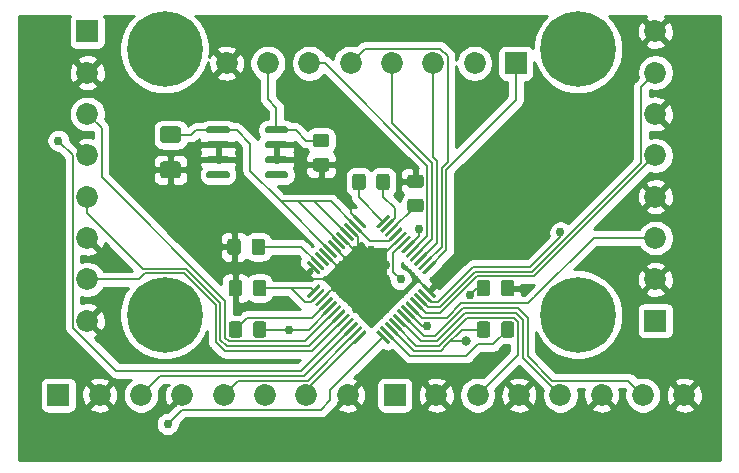
<source format=gbr>
%TF.GenerationSoftware,KiCad,Pcbnew,(5.1.6)-1*%
%TF.CreationDate,2021-05-26T21:04:48-04:00*%
%TF.ProjectId,spidey_sense,73706964-6579-45f7-9365-6e73652e6b69,rev?*%
%TF.SameCoordinates,Original*%
%TF.FileFunction,Copper,L1,Top*%
%TF.FilePolarity,Positive*%
%FSLAX46Y46*%
G04 Gerber Fmt 4.6, Leading zero omitted, Abs format (unit mm)*
G04 Created by KiCad (PCBNEW (5.1.6)-1) date 2021-05-26 21:04:48*
%MOMM*%
%LPD*%
G01*
G04 APERTURE LIST*
%TA.AperFunction,ComponentPad*%
%ADD10C,0.800000*%
%TD*%
%TA.AperFunction,ComponentPad*%
%ADD11C,6.400000*%
%TD*%
%TA.AperFunction,ComponentPad*%
%ADD12C,1.850000*%
%TD*%
%TA.AperFunction,ComponentPad*%
%ADD13R,1.850000X1.850000*%
%TD*%
%TA.AperFunction,ViaPad*%
%ADD14C,0.762000*%
%TD*%
%TA.AperFunction,ViaPad*%
%ADD15C,0.800000*%
%TD*%
%TA.AperFunction,Conductor*%
%ADD16C,0.203200*%
%TD*%
%TA.AperFunction,Conductor*%
%ADD17C,0.254000*%
%TD*%
G04 APERTURE END LIST*
%TO.P,U1,48*%
%TO.N,Net-(C1-Pad1)*%
%TA.AperFunction,SMDPad,CuDef*%
G36*
G01*
X125174264Y-107474516D02*
X126111180Y-106537600D01*
G75*
G02*
X126217246Y-106537600I53033J-53033D01*
G01*
X126323312Y-106643666D01*
G75*
G02*
X126323312Y-106749732I-53033J-53033D01*
G01*
X125386396Y-107686648D01*
G75*
G02*
X125280330Y-107686648I-53033J53033D01*
G01*
X125174264Y-107580582D01*
G75*
G02*
X125174264Y-107474516I53033J53033D01*
G01*
G37*
%TD.AperFunction*%
%TO.P,U1,47*%
%TO.N,Net-(C1-Pad2)*%
%TA.AperFunction,SMDPad,CuDef*%
G36*
G01*
X125527818Y-107828070D02*
X126464734Y-106891154D01*
G75*
G02*
X126570800Y-106891154I53033J-53033D01*
G01*
X126676866Y-106997220D01*
G75*
G02*
X126676866Y-107103286I-53033J-53033D01*
G01*
X125739950Y-108040202D01*
G75*
G02*
X125633884Y-108040202I-53033J53033D01*
G01*
X125527818Y-107934136D01*
G75*
G02*
X125527818Y-107828070I53033J53033D01*
G01*
G37*
%TD.AperFunction*%
%TO.P,U1,46*%
%TO.N,Net-(C5-Pad1)*%
%TA.AperFunction,SMDPad,CuDef*%
G36*
G01*
X125881371Y-108181623D02*
X126818287Y-107244707D01*
G75*
G02*
X126924353Y-107244707I53033J-53033D01*
G01*
X127030419Y-107350773D01*
G75*
G02*
X127030419Y-107456839I-53033J-53033D01*
G01*
X126093503Y-108393755D01*
G75*
G02*
X125987437Y-108393755I-53033J53033D01*
G01*
X125881371Y-108287689D01*
G75*
G02*
X125881371Y-108181623I53033J53033D01*
G01*
G37*
%TD.AperFunction*%
%TO.P,U1,45*%
%TO.N,+5V*%
%TA.AperFunction,SMDPad,CuDef*%
G36*
G01*
X126234925Y-108535177D02*
X127171841Y-107598261D01*
G75*
G02*
X127277907Y-107598261I53033J-53033D01*
G01*
X127383973Y-107704327D01*
G75*
G02*
X127383973Y-107810393I-53033J-53033D01*
G01*
X126447057Y-108747309D01*
G75*
G02*
X126340991Y-108747309I-53033J53033D01*
G01*
X126234925Y-108641243D01*
G75*
G02*
X126234925Y-108535177I53033J53033D01*
G01*
G37*
%TD.AperFunction*%
%TO.P,U1,44*%
%TO.N,GND*%
%TA.AperFunction,SMDPad,CuDef*%
G36*
G01*
X126588478Y-108888730D02*
X127525394Y-107951814D01*
G75*
G02*
X127631460Y-107951814I53033J-53033D01*
G01*
X127737526Y-108057880D01*
G75*
G02*
X127737526Y-108163946I-53033J-53033D01*
G01*
X126800610Y-109100862D01*
G75*
G02*
X126694544Y-109100862I-53033J53033D01*
G01*
X126588478Y-108994796D01*
G75*
G02*
X126588478Y-108888730I53033J53033D01*
G01*
G37*
%TD.AperFunction*%
%TO.P,U1,43*%
%TO.N,Net-(C2-Pad1)*%
%TA.AperFunction,SMDPad,CuDef*%
G36*
G01*
X126942031Y-109242283D02*
X127878947Y-108305367D01*
G75*
G02*
X127985013Y-108305367I53033J-53033D01*
G01*
X128091079Y-108411433D01*
G75*
G02*
X128091079Y-108517499I-53033J-53033D01*
G01*
X127154163Y-109454415D01*
G75*
G02*
X127048097Y-109454415I-53033J53033D01*
G01*
X126942031Y-109348349D01*
G75*
G02*
X126942031Y-109242283I53033J53033D01*
G01*
G37*
%TD.AperFunction*%
%TO.P,U1,42*%
%TO.N,Net-(J1-Pad2)*%
%TA.AperFunction,SMDPad,CuDef*%
G36*
G01*
X127295585Y-109595837D02*
X128232501Y-108658921D01*
G75*
G02*
X128338567Y-108658921I53033J-53033D01*
G01*
X128444633Y-108764987D01*
G75*
G02*
X128444633Y-108871053I-53033J-53033D01*
G01*
X127507717Y-109807969D01*
G75*
G02*
X127401651Y-109807969I-53033J53033D01*
G01*
X127295585Y-109701903D01*
G75*
G02*
X127295585Y-109595837I53033J53033D01*
G01*
G37*
%TD.AperFunction*%
%TO.P,U1,41*%
%TO.N,Net-(J1-Pad6)*%
%TA.AperFunction,SMDPad,CuDef*%
G36*
G01*
X127649138Y-109949390D02*
X128586054Y-109012474D01*
G75*
G02*
X128692120Y-109012474I53033J-53033D01*
G01*
X128798186Y-109118540D01*
G75*
G02*
X128798186Y-109224606I-53033J-53033D01*
G01*
X127861270Y-110161522D01*
G75*
G02*
X127755204Y-110161522I-53033J53033D01*
G01*
X127649138Y-110055456D01*
G75*
G02*
X127649138Y-109949390I53033J53033D01*
G01*
G37*
%TD.AperFunction*%
%TO.P,U1,40*%
%TO.N,Net-(J1-Pad4)*%
%TA.AperFunction,SMDPad,CuDef*%
G36*
G01*
X128002691Y-110302943D02*
X128939607Y-109366027D01*
G75*
G02*
X129045673Y-109366027I53033J-53033D01*
G01*
X129151739Y-109472093D01*
G75*
G02*
X129151739Y-109578159I-53033J-53033D01*
G01*
X128214823Y-110515075D01*
G75*
G02*
X128108757Y-110515075I-53033J53033D01*
G01*
X128002691Y-110409009D01*
G75*
G02*
X128002691Y-110302943I53033J53033D01*
G01*
G37*
%TD.AperFunction*%
%TO.P,U1,39*%
%TO.N,Net-(J1-Pad3)*%
%TA.AperFunction,SMDPad,CuDef*%
G36*
G01*
X128356245Y-110656497D02*
X129293161Y-109719581D01*
G75*
G02*
X129399227Y-109719581I53033J-53033D01*
G01*
X129505293Y-109825647D01*
G75*
G02*
X129505293Y-109931713I-53033J-53033D01*
G01*
X128568377Y-110868629D01*
G75*
G02*
X128462311Y-110868629I-53033J53033D01*
G01*
X128356245Y-110762563D01*
G75*
G02*
X128356245Y-110656497I53033J53033D01*
G01*
G37*
%TD.AperFunction*%
%TO.P,U1,38*%
%TO.N,Net-(J1-Pad5)*%
%TA.AperFunction,SMDPad,CuDef*%
G36*
G01*
X128709798Y-111010050D02*
X129646714Y-110073134D01*
G75*
G02*
X129752780Y-110073134I53033J-53033D01*
G01*
X129858846Y-110179200D01*
G75*
G02*
X129858846Y-110285266I-53033J-53033D01*
G01*
X128921930Y-111222182D01*
G75*
G02*
X128815864Y-111222182I-53033J53033D01*
G01*
X128709798Y-111116116D01*
G75*
G02*
X128709798Y-111010050I53033J53033D01*
G01*
G37*
%TD.AperFunction*%
%TO.P,U1,37*%
%TO.N,Net-(J1-Pad1)*%
%TA.AperFunction,SMDPad,CuDef*%
G36*
G01*
X129063352Y-111363604D02*
X130000268Y-110426688D01*
G75*
G02*
X130106334Y-110426688I53033J-53033D01*
G01*
X130212400Y-110532754D01*
G75*
G02*
X130212400Y-110638820I-53033J-53033D01*
G01*
X129275484Y-111575736D01*
G75*
G02*
X129169418Y-111575736I-53033J53033D01*
G01*
X129063352Y-111469670D01*
G75*
G02*
X129063352Y-111363604I53033J53033D01*
G01*
G37*
%TD.AperFunction*%
%TO.P,U1,36*%
%TO.N,GND*%
%TA.AperFunction,SMDPad,CuDef*%
G36*
G01*
X129063352Y-112530330D02*
X129169418Y-112424264D01*
G75*
G02*
X129275484Y-112424264I53033J-53033D01*
G01*
X130212400Y-113361180D01*
G75*
G02*
X130212400Y-113467246I-53033J-53033D01*
G01*
X130106334Y-113573312D01*
G75*
G02*
X130000268Y-113573312I-53033J53033D01*
G01*
X129063352Y-112636396D01*
G75*
G02*
X129063352Y-112530330I53033J53033D01*
G01*
G37*
%TD.AperFunction*%
%TO.P,U1,35*%
%TO.N,Net-(D4-Pad2)*%
%TA.AperFunction,SMDPad,CuDef*%
G36*
G01*
X128709798Y-112883884D02*
X128815864Y-112777818D01*
G75*
G02*
X128921930Y-112777818I53033J-53033D01*
G01*
X129858846Y-113714734D01*
G75*
G02*
X129858846Y-113820800I-53033J-53033D01*
G01*
X129752780Y-113926866D01*
G75*
G02*
X129646714Y-113926866I-53033J53033D01*
G01*
X128709798Y-112989950D01*
G75*
G02*
X128709798Y-112883884I53033J53033D01*
G01*
G37*
%TD.AperFunction*%
%TO.P,U1,34*%
%TO.N,/sheet60B85CD9/conn_3*%
%TA.AperFunction,SMDPad,CuDef*%
G36*
G01*
X128356245Y-113237437D02*
X128462311Y-113131371D01*
G75*
G02*
X128568377Y-113131371I53033J-53033D01*
G01*
X129505293Y-114068287D01*
G75*
G02*
X129505293Y-114174353I-53033J-53033D01*
G01*
X129399227Y-114280419D01*
G75*
G02*
X129293161Y-114280419I-53033J53033D01*
G01*
X128356245Y-113343503D01*
G75*
G02*
X128356245Y-113237437I53033J53033D01*
G01*
G37*
%TD.AperFunction*%
%TO.P,U1,33*%
%TO.N,/sheet60B85CD9/conn_2*%
%TA.AperFunction,SMDPad,CuDef*%
G36*
G01*
X128002691Y-113590991D02*
X128108757Y-113484925D01*
G75*
G02*
X128214823Y-113484925I53033J-53033D01*
G01*
X129151739Y-114421841D01*
G75*
G02*
X129151739Y-114527907I-53033J-53033D01*
G01*
X129045673Y-114633973D01*
G75*
G02*
X128939607Y-114633973I-53033J53033D01*
G01*
X128002691Y-113697057D01*
G75*
G02*
X128002691Y-113590991I53033J53033D01*
G01*
G37*
%TD.AperFunction*%
%TO.P,U1,32*%
%TO.N,/sheet60B85CD9/conn_1*%
%TA.AperFunction,SMDPad,CuDef*%
G36*
G01*
X127649138Y-113944544D02*
X127755204Y-113838478D01*
G75*
G02*
X127861270Y-113838478I53033J-53033D01*
G01*
X128798186Y-114775394D01*
G75*
G02*
X128798186Y-114881460I-53033J-53033D01*
G01*
X128692120Y-114987526D01*
G75*
G02*
X128586054Y-114987526I-53033J53033D01*
G01*
X127649138Y-114050610D01*
G75*
G02*
X127649138Y-113944544I53033J53033D01*
G01*
G37*
%TD.AperFunction*%
%TO.P,U1,31*%
%TO.N,Net-(D3-Pad2)*%
%TA.AperFunction,SMDPad,CuDef*%
G36*
G01*
X127295585Y-114298097D02*
X127401651Y-114192031D01*
G75*
G02*
X127507717Y-114192031I53033J-53033D01*
G01*
X128444633Y-115128947D01*
G75*
G02*
X128444633Y-115235013I-53033J-53033D01*
G01*
X128338567Y-115341079D01*
G75*
G02*
X128232501Y-115341079I-53033J53033D01*
G01*
X127295585Y-114404163D01*
G75*
G02*
X127295585Y-114298097I53033J53033D01*
G01*
G37*
%TD.AperFunction*%
%TO.P,U1,30*%
%TO.N,/sheet60B815B9/conn_3*%
%TA.AperFunction,SMDPad,CuDef*%
G36*
G01*
X126942031Y-114651651D02*
X127048097Y-114545585D01*
G75*
G02*
X127154163Y-114545585I53033J-53033D01*
G01*
X128091079Y-115482501D01*
G75*
G02*
X128091079Y-115588567I-53033J-53033D01*
G01*
X127985013Y-115694633D01*
G75*
G02*
X127878947Y-115694633I-53033J53033D01*
G01*
X126942031Y-114757717D01*
G75*
G02*
X126942031Y-114651651I53033J53033D01*
G01*
G37*
%TD.AperFunction*%
%TO.P,U1,29*%
%TO.N,/sheet60B815B9/conn_2*%
%TA.AperFunction,SMDPad,CuDef*%
G36*
G01*
X126588478Y-115005204D02*
X126694544Y-114899138D01*
G75*
G02*
X126800610Y-114899138I53033J-53033D01*
G01*
X127737526Y-115836054D01*
G75*
G02*
X127737526Y-115942120I-53033J-53033D01*
G01*
X127631460Y-116048186D01*
G75*
G02*
X127525394Y-116048186I-53033J53033D01*
G01*
X126588478Y-115111270D01*
G75*
G02*
X126588478Y-115005204I53033J53033D01*
G01*
G37*
%TD.AperFunction*%
%TO.P,U1,28*%
%TO.N,/sheet60B815B9/conn_1*%
%TA.AperFunction,SMDPad,CuDef*%
G36*
G01*
X126234925Y-115358757D02*
X126340991Y-115252691D01*
G75*
G02*
X126447057Y-115252691I53033J-53033D01*
G01*
X127383973Y-116189607D01*
G75*
G02*
X127383973Y-116295673I-53033J-53033D01*
G01*
X127277907Y-116401739D01*
G75*
G02*
X127171841Y-116401739I-53033J53033D01*
G01*
X126234925Y-115464823D01*
G75*
G02*
X126234925Y-115358757I53033J53033D01*
G01*
G37*
%TD.AperFunction*%
%TO.P,U1,27*%
%TO.N,/sheet60B815B9/R_sense*%
%TA.AperFunction,SMDPad,CuDef*%
G36*
G01*
X125881371Y-115712311D02*
X125987437Y-115606245D01*
G75*
G02*
X126093503Y-115606245I53033J-53033D01*
G01*
X127030419Y-116543161D01*
G75*
G02*
X127030419Y-116649227I-53033J-53033D01*
G01*
X126924353Y-116755293D01*
G75*
G02*
X126818287Y-116755293I-53033J53033D01*
G01*
X125881371Y-115818377D01*
G75*
G02*
X125881371Y-115712311I53033J53033D01*
G01*
G37*
%TD.AperFunction*%
%TO.P,U1,26*%
%TO.N,Net-(R1-Pad1)*%
%TA.AperFunction,SMDPad,CuDef*%
G36*
G01*
X125527818Y-116065864D02*
X125633884Y-115959798D01*
G75*
G02*
X125739950Y-115959798I53033J-53033D01*
G01*
X126676866Y-116896714D01*
G75*
G02*
X126676866Y-117002780I-53033J-53033D01*
G01*
X126570800Y-117108846D01*
G75*
G02*
X126464734Y-117108846I-53033J53033D01*
G01*
X125527818Y-116171930D01*
G75*
G02*
X125527818Y-116065864I53033J53033D01*
G01*
G37*
%TD.AperFunction*%
%TO.P,U1,25*%
%TO.N,Net-(D2-Pad2)*%
%TA.AperFunction,SMDPad,CuDef*%
G36*
G01*
X125174264Y-116419418D02*
X125280330Y-116313352D01*
G75*
G02*
X125386396Y-116313352I53033J-53033D01*
G01*
X126323312Y-117250268D01*
G75*
G02*
X126323312Y-117356334I-53033J-53033D01*
G01*
X126217246Y-117462400D01*
G75*
G02*
X126111180Y-117462400I-53033J53033D01*
G01*
X125174264Y-116525484D01*
G75*
G02*
X125174264Y-116419418I53033J53033D01*
G01*
G37*
%TD.AperFunction*%
%TO.P,U1,24*%
%TO.N,/sheet60B7CF48/conn_3*%
%TA.AperFunction,SMDPad,CuDef*%
G36*
G01*
X123176688Y-117250268D02*
X124113604Y-116313352D01*
G75*
G02*
X124219670Y-116313352I53033J-53033D01*
G01*
X124325736Y-116419418D01*
G75*
G02*
X124325736Y-116525484I-53033J-53033D01*
G01*
X123388820Y-117462400D01*
G75*
G02*
X123282754Y-117462400I-53033J53033D01*
G01*
X123176688Y-117356334D01*
G75*
G02*
X123176688Y-117250268I53033J53033D01*
G01*
G37*
%TD.AperFunction*%
%TO.P,U1,23*%
%TO.N,/sheet60B7CF48/conn_2*%
%TA.AperFunction,SMDPad,CuDef*%
G36*
G01*
X122823134Y-116896714D02*
X123760050Y-115959798D01*
G75*
G02*
X123866116Y-115959798I53033J-53033D01*
G01*
X123972182Y-116065864D01*
G75*
G02*
X123972182Y-116171930I-53033J-53033D01*
G01*
X123035266Y-117108846D01*
G75*
G02*
X122929200Y-117108846I-53033J53033D01*
G01*
X122823134Y-117002780D01*
G75*
G02*
X122823134Y-116896714I53033J53033D01*
G01*
G37*
%TD.AperFunction*%
%TO.P,U1,22*%
%TO.N,/sheet60B7CF48/conn_1*%
%TA.AperFunction,SMDPad,CuDef*%
G36*
G01*
X122469581Y-116543161D02*
X123406497Y-115606245D01*
G75*
G02*
X123512563Y-115606245I53033J-53033D01*
G01*
X123618629Y-115712311D01*
G75*
G02*
X123618629Y-115818377I-53033J-53033D01*
G01*
X122681713Y-116755293D01*
G75*
G02*
X122575647Y-116755293I-53033J53033D01*
G01*
X122469581Y-116649227D01*
G75*
G02*
X122469581Y-116543161I53033J53033D01*
G01*
G37*
%TD.AperFunction*%
%TO.P,U1,21*%
%TO.N,Net-(D1-Pad2)*%
%TA.AperFunction,SMDPad,CuDef*%
G36*
G01*
X122116027Y-116189607D02*
X123052943Y-115252691D01*
G75*
G02*
X123159009Y-115252691I53033J-53033D01*
G01*
X123265075Y-115358757D01*
G75*
G02*
X123265075Y-115464823I-53033J-53033D01*
G01*
X122328159Y-116401739D01*
G75*
G02*
X122222093Y-116401739I-53033J53033D01*
G01*
X122116027Y-116295673D01*
G75*
G02*
X122116027Y-116189607I53033J53033D01*
G01*
G37*
%TD.AperFunction*%
%TO.P,U1,20*%
%TO.N,/Sheet60AF3A60/conn_3*%
%TA.AperFunction,SMDPad,CuDef*%
G36*
G01*
X121762474Y-115836054D02*
X122699390Y-114899138D01*
G75*
G02*
X122805456Y-114899138I53033J-53033D01*
G01*
X122911522Y-115005204D01*
G75*
G02*
X122911522Y-115111270I-53033J-53033D01*
G01*
X121974606Y-116048186D01*
G75*
G02*
X121868540Y-116048186I-53033J53033D01*
G01*
X121762474Y-115942120D01*
G75*
G02*
X121762474Y-115836054I53033J53033D01*
G01*
G37*
%TD.AperFunction*%
%TO.P,U1,19*%
%TO.N,/Sheet60AF3A60/conn_2*%
%TA.AperFunction,SMDPad,CuDef*%
G36*
G01*
X121408921Y-115482501D02*
X122345837Y-114545585D01*
G75*
G02*
X122451903Y-114545585I53033J-53033D01*
G01*
X122557969Y-114651651D01*
G75*
G02*
X122557969Y-114757717I-53033J-53033D01*
G01*
X121621053Y-115694633D01*
G75*
G02*
X121514987Y-115694633I-53033J53033D01*
G01*
X121408921Y-115588567D01*
G75*
G02*
X121408921Y-115482501I53033J53033D01*
G01*
G37*
%TD.AperFunction*%
%TO.P,U1,18*%
%TO.N,/Sheet60AF3A60/conn_1*%
%TA.AperFunction,SMDPad,CuDef*%
G36*
G01*
X121055367Y-115128947D02*
X121992283Y-114192031D01*
G75*
G02*
X122098349Y-114192031I53033J-53033D01*
G01*
X122204415Y-114298097D01*
G75*
G02*
X122204415Y-114404163I-53033J-53033D01*
G01*
X121267499Y-115341079D01*
G75*
G02*
X121161433Y-115341079I-53033J53033D01*
G01*
X121055367Y-115235013D01*
G75*
G02*
X121055367Y-115128947I53033J53033D01*
G01*
G37*
%TD.AperFunction*%
%TO.P,U1,17*%
%TO.N,/Sheet60AF3A60/R_sense*%
%TA.AperFunction,SMDPad,CuDef*%
G36*
G01*
X120701814Y-114775394D02*
X121638730Y-113838478D01*
G75*
G02*
X121744796Y-113838478I53033J-53033D01*
G01*
X121850862Y-113944544D01*
G75*
G02*
X121850862Y-114050610I-53033J-53033D01*
G01*
X120913946Y-114987526D01*
G75*
G02*
X120807880Y-114987526I-53033J53033D01*
G01*
X120701814Y-114881460D01*
G75*
G02*
X120701814Y-114775394I53033J53033D01*
G01*
G37*
%TD.AperFunction*%
%TO.P,U1,16*%
%TO.N,Net-(R2-Pad1)*%
%TA.AperFunction,SMDPad,CuDef*%
G36*
G01*
X120348261Y-114421841D02*
X121285177Y-113484925D01*
G75*
G02*
X121391243Y-113484925I53033J-53033D01*
G01*
X121497309Y-113590991D01*
G75*
G02*
X121497309Y-113697057I-53033J-53033D01*
G01*
X120560393Y-114633973D01*
G75*
G02*
X120454327Y-114633973I-53033J53033D01*
G01*
X120348261Y-114527907D01*
G75*
G02*
X120348261Y-114421841I53033J53033D01*
G01*
G37*
%TD.AperFunction*%
%TO.P,U1,15*%
%TO.N,GND*%
%TA.AperFunction,SMDPad,CuDef*%
G36*
G01*
X119994707Y-114068287D02*
X120931623Y-113131371D01*
G75*
G02*
X121037689Y-113131371I53033J-53033D01*
G01*
X121143755Y-113237437D01*
G75*
G02*
X121143755Y-113343503I-53033J-53033D01*
G01*
X120206839Y-114280419D01*
G75*
G02*
X120100773Y-114280419I-53033J53033D01*
G01*
X119994707Y-114174353D01*
G75*
G02*
X119994707Y-114068287I53033J53033D01*
G01*
G37*
%TD.AperFunction*%
%TO.P,U1,14*%
%TO.N,Net-(C4-Pad1)*%
%TA.AperFunction,SMDPad,CuDef*%
G36*
G01*
X119641154Y-113714734D02*
X120578070Y-112777818D01*
G75*
G02*
X120684136Y-112777818I53033J-53033D01*
G01*
X120790202Y-112883884D01*
G75*
G02*
X120790202Y-112989950I-53033J-53033D01*
G01*
X119853286Y-113926866D01*
G75*
G02*
X119747220Y-113926866I-53033J53033D01*
G01*
X119641154Y-113820800D01*
G75*
G02*
X119641154Y-113714734I53033J53033D01*
G01*
G37*
%TD.AperFunction*%
%TO.P,U1,13*%
%TA.AperFunction,SMDPad,CuDef*%
G36*
G01*
X119287600Y-113361180D02*
X120224516Y-112424264D01*
G75*
G02*
X120330582Y-112424264I53033J-53033D01*
G01*
X120436648Y-112530330D01*
G75*
G02*
X120436648Y-112636396I-53033J-53033D01*
G01*
X119499732Y-113573312D01*
G75*
G02*
X119393666Y-113573312I-53033J53033D01*
G01*
X119287600Y-113467246D01*
G75*
G02*
X119287600Y-113361180I53033J53033D01*
G01*
G37*
%TD.AperFunction*%
%TO.P,U1,12*%
%TO.N,GND*%
%TA.AperFunction,SMDPad,CuDef*%
G36*
G01*
X119287600Y-110532754D02*
X119393666Y-110426688D01*
G75*
G02*
X119499732Y-110426688I53033J-53033D01*
G01*
X120436648Y-111363604D01*
G75*
G02*
X120436648Y-111469670I-53033J-53033D01*
G01*
X120330582Y-111575736D01*
G75*
G02*
X120224516Y-111575736I-53033J53033D01*
G01*
X119287600Y-110638820D01*
G75*
G02*
X119287600Y-110532754I53033J53033D01*
G01*
G37*
%TD.AperFunction*%
%TO.P,U1,11*%
%TO.N,Net-(C3-Pad1)*%
%TA.AperFunction,SMDPad,CuDef*%
G36*
G01*
X119641154Y-110179200D02*
X119747220Y-110073134D01*
G75*
G02*
X119853286Y-110073134I53033J-53033D01*
G01*
X120790202Y-111010050D01*
G75*
G02*
X120790202Y-111116116I-53033J-53033D01*
G01*
X120684136Y-111222182D01*
G75*
G02*
X120578070Y-111222182I-53033J53033D01*
G01*
X119641154Y-110285266D01*
G75*
G02*
X119641154Y-110179200I53033J53033D01*
G01*
G37*
%TD.AperFunction*%
%TO.P,U1,10*%
%TO.N,N/C*%
%TA.AperFunction,SMDPad,CuDef*%
G36*
G01*
X119994707Y-109825647D02*
X120100773Y-109719581D01*
G75*
G02*
X120206839Y-109719581I53033J-53033D01*
G01*
X121143755Y-110656497D01*
G75*
G02*
X121143755Y-110762563I-53033J-53033D01*
G01*
X121037689Y-110868629D01*
G75*
G02*
X120931623Y-110868629I-53033J53033D01*
G01*
X119994707Y-109931713D01*
G75*
G02*
X119994707Y-109825647I53033J53033D01*
G01*
G37*
%TD.AperFunction*%
%TO.P,U1,9*%
%TO.N,GND*%
%TA.AperFunction,SMDPad,CuDef*%
G36*
G01*
X120348261Y-109472093D02*
X120454327Y-109366027D01*
G75*
G02*
X120560393Y-109366027I53033J-53033D01*
G01*
X121497309Y-110302943D01*
G75*
G02*
X121497309Y-110409009I-53033J-53033D01*
G01*
X121391243Y-110515075D01*
G75*
G02*
X121285177Y-110515075I-53033J53033D01*
G01*
X120348261Y-109578159D01*
G75*
G02*
X120348261Y-109472093I53033J53033D01*
G01*
G37*
%TD.AperFunction*%
%TO.P,U1,8*%
%TO.N,+5V*%
%TA.AperFunction,SMDPad,CuDef*%
G36*
G01*
X120701814Y-109118540D02*
X120807880Y-109012474D01*
G75*
G02*
X120913946Y-109012474I53033J-53033D01*
G01*
X121850862Y-109949390D01*
G75*
G02*
X121850862Y-110055456I-53033J-53033D01*
G01*
X121744796Y-110161522D01*
G75*
G02*
X121638730Y-110161522I-53033J53033D01*
G01*
X120701814Y-109224606D01*
G75*
G02*
X120701814Y-109118540I53033J53033D01*
G01*
G37*
%TD.AperFunction*%
%TO.P,U1,7*%
%TO.N,GND*%
%TA.AperFunction,SMDPad,CuDef*%
G36*
G01*
X121055367Y-108764987D02*
X121161433Y-108658921D01*
G75*
G02*
X121267499Y-108658921I53033J-53033D01*
G01*
X122204415Y-109595837D01*
G75*
G02*
X122204415Y-109701903I-53033J-53033D01*
G01*
X122098349Y-109807969D01*
G75*
G02*
X121992283Y-109807969I-53033J53033D01*
G01*
X121055367Y-108871053D01*
G75*
G02*
X121055367Y-108764987I53033J53033D01*
G01*
G37*
%TD.AperFunction*%
%TO.P,U1,6*%
%TO.N,+5V*%
%TA.AperFunction,SMDPad,CuDef*%
G36*
G01*
X121408921Y-108411433D02*
X121514987Y-108305367D01*
G75*
G02*
X121621053Y-108305367I53033J-53033D01*
G01*
X122557969Y-109242283D01*
G75*
G02*
X122557969Y-109348349I-53033J-53033D01*
G01*
X122451903Y-109454415D01*
G75*
G02*
X122345837Y-109454415I-53033J53033D01*
G01*
X121408921Y-108517499D01*
G75*
G02*
X121408921Y-108411433I53033J53033D01*
G01*
G37*
%TD.AperFunction*%
%TO.P,U1,5*%
%TO.N,GND*%
%TA.AperFunction,SMDPad,CuDef*%
G36*
G01*
X121762474Y-108057880D02*
X121868540Y-107951814D01*
G75*
G02*
X121974606Y-107951814I53033J-53033D01*
G01*
X122911522Y-108888730D01*
G75*
G02*
X122911522Y-108994796I-53033J-53033D01*
G01*
X122805456Y-109100862D01*
G75*
G02*
X122699390Y-109100862I-53033J53033D01*
G01*
X121762474Y-108163946D01*
G75*
G02*
X121762474Y-108057880I53033J53033D01*
G01*
G37*
%TD.AperFunction*%
%TO.P,U1,4*%
%TO.N,+5V*%
%TA.AperFunction,SMDPad,CuDef*%
G36*
G01*
X122116027Y-107704327D02*
X122222093Y-107598261D01*
G75*
G02*
X122328159Y-107598261I53033J-53033D01*
G01*
X123265075Y-108535177D01*
G75*
G02*
X123265075Y-108641243I-53033J-53033D01*
G01*
X123159009Y-108747309D01*
G75*
G02*
X123052943Y-108747309I-53033J53033D01*
G01*
X122116027Y-107810393D01*
G75*
G02*
X122116027Y-107704327I53033J53033D01*
G01*
G37*
%TD.AperFunction*%
%TO.P,U1,3*%
%TO.N,GND*%
%TA.AperFunction,SMDPad,CuDef*%
G36*
G01*
X122469581Y-107350773D02*
X122575647Y-107244707D01*
G75*
G02*
X122681713Y-107244707I53033J-53033D01*
G01*
X123618629Y-108181623D01*
G75*
G02*
X123618629Y-108287689I-53033J-53033D01*
G01*
X123512563Y-108393755D01*
G75*
G02*
X123406497Y-108393755I-53033J53033D01*
G01*
X122469581Y-107456839D01*
G75*
G02*
X122469581Y-107350773I53033J53033D01*
G01*
G37*
%TD.AperFunction*%
%TO.P,U1,2*%
%TO.N,+5V*%
%TA.AperFunction,SMDPad,CuDef*%
G36*
G01*
X122823134Y-106997220D02*
X122929200Y-106891154D01*
G75*
G02*
X123035266Y-106891154I53033J-53033D01*
G01*
X123972182Y-107828070D01*
G75*
G02*
X123972182Y-107934136I-53033J-53033D01*
G01*
X123866116Y-108040202D01*
G75*
G02*
X123760050Y-108040202I-53033J53033D01*
G01*
X122823134Y-107103286D01*
G75*
G02*
X122823134Y-106997220I53033J53033D01*
G01*
G37*
%TD.AperFunction*%
%TO.P,U1,1*%
%TO.N,GND*%
%TA.AperFunction,SMDPad,CuDef*%
G36*
G01*
X123176688Y-106643666D02*
X123282754Y-106537600D01*
G75*
G02*
X123388820Y-106537600I53033J-53033D01*
G01*
X124325736Y-107474516D01*
G75*
G02*
X124325736Y-107580582I-53033J-53033D01*
G01*
X124219670Y-107686648D01*
G75*
G02*
X124113604Y-107686648I-53033J53033D01*
G01*
X123176688Y-106749732D01*
G75*
G02*
X123176688Y-106643666I53033J53033D01*
G01*
G37*
%TD.AperFunction*%
%TD*%
D10*
%TO.P,REF\u002A\u002A,1*%
%TO.N,N/C*%
X143947056Y-113302944D03*
X142250000Y-112600000D03*
X140552944Y-113302944D03*
X139850000Y-115000000D03*
X140552944Y-116697056D03*
X142250000Y-117400000D03*
X143947056Y-116697056D03*
X144650000Y-115000000D03*
D11*
X142250000Y-115000000D03*
%TD*%
D10*
%TO.P,REF\u002A\u002A,1*%
%TO.N,N/C*%
X143947056Y-90802944D03*
X142250000Y-90100000D03*
X140552944Y-90802944D03*
X139850000Y-92500000D03*
X140552944Y-94197056D03*
X142250000Y-94900000D03*
X143947056Y-94197056D03*
X144650000Y-92500000D03*
D11*
X142250000Y-92500000D03*
%TD*%
D10*
%TO.P,REF\u002A\u002A,1*%
%TO.N,N/C*%
X108947056Y-90802944D03*
X107250000Y-90100000D03*
X105552944Y-90802944D03*
X104850000Y-92500000D03*
X105552944Y-94197056D03*
X107250000Y-94900000D03*
X108947056Y-94197056D03*
X109650000Y-92500000D03*
D11*
X107250000Y-92500000D03*
%TD*%
D10*
%TO.P,REF\u002A\u002A,1*%
%TO.N,N/C*%
X108947056Y-113302944D03*
X107250000Y-112600000D03*
X105552944Y-113302944D03*
X104850000Y-115000000D03*
X105552944Y-116697056D03*
X107250000Y-117400000D03*
X108947056Y-116697056D03*
X109650000Y-115000000D03*
D11*
X107250000Y-115000000D03*
%TD*%
D12*
%TO.P,J5,8*%
%TO.N,GND*%
X148800000Y-91000000D03*
%TO.P,J5,7*%
%TO.N,/sheet60B85CD9/conn_3*%
X148800000Y-94500000D03*
%TO.P,J5,6*%
%TO.N,GND*%
X148800000Y-98000000D03*
%TO.P,J5,5*%
%TO.N,/sheet60B85CD9/conn_2*%
X148800000Y-101500000D03*
%TO.P,J5,4*%
%TO.N,GND*%
X148800000Y-105000000D03*
%TO.P,J5,3*%
%TO.N,/sheet60B85CD9/conn_1*%
X148800000Y-108500000D03*
%TO.P,J5,2*%
%TO.N,GND*%
X148800000Y-112000000D03*
D13*
%TO.P,J5,1*%
%TO.N,/sheet60B815B9/R_sense*%
X148800000Y-115500000D03*
%TD*%
D12*
%TO.P,J4,8*%
%TO.N,GND*%
X151250000Y-121800000D03*
%TO.P,J4,7*%
%TO.N,/sheet60B815B9/conn_3*%
X147750000Y-121800000D03*
%TO.P,J4,6*%
%TO.N,GND*%
X144250000Y-121800000D03*
%TO.P,J4,5*%
%TO.N,/sheet60B815B9/conn_2*%
X140750000Y-121800000D03*
%TO.P,J4,4*%
%TO.N,GND*%
X137250000Y-121800000D03*
%TO.P,J4,3*%
%TO.N,/sheet60B815B9/conn_1*%
X133750000Y-121800000D03*
%TO.P,J4,2*%
%TO.N,GND*%
X130250000Y-121800000D03*
D13*
%TO.P,J4,1*%
%TO.N,/sheet60B815B9/R_sense*%
X126750000Y-121800000D03*
%TD*%
D12*
%TO.P,J3,8*%
%TO.N,GND*%
X122750000Y-121800000D03*
%TO.P,J3,7*%
%TO.N,/sheet60B7CF48/conn_3*%
X119250000Y-121800000D03*
%TO.P,J3,6*%
%TO.N,GND*%
X115750000Y-121800000D03*
%TO.P,J3,5*%
%TO.N,/sheet60B7CF48/conn_2*%
X112250000Y-121800000D03*
%TO.P,J3,4*%
%TO.N,GND*%
X108750000Y-121800000D03*
%TO.P,J3,3*%
%TO.N,/sheet60B7CF48/conn_1*%
X105250000Y-121800000D03*
%TO.P,J3,2*%
%TO.N,GND*%
X101750000Y-121800000D03*
D13*
%TO.P,J3,1*%
%TO.N,/Sheet60AF3A60/R_sense*%
X98250000Y-121800000D03*
%TD*%
D12*
%TO.P,J2,8*%
%TO.N,GND*%
X100700000Y-115500000D03*
%TO.P,J2,7*%
%TO.N,/Sheet60AF3A60/conn_3*%
X100700000Y-112000000D03*
%TO.P,J2,6*%
%TO.N,GND*%
X100700000Y-108500000D03*
%TO.P,J2,5*%
%TO.N,/Sheet60AF3A60/conn_2*%
X100700000Y-105000000D03*
%TO.P,J2,4*%
%TO.N,GND*%
X100700000Y-101500000D03*
%TO.P,J2,3*%
%TO.N,/Sheet60AF3A60/conn_1*%
X100700000Y-98000000D03*
%TO.P,J2,2*%
%TO.N,GND*%
X100700000Y-94500000D03*
D13*
%TO.P,J2,1*%
%TO.N,/Sheet60AF3A60/R_sense*%
X100700000Y-91000000D03*
%TD*%
D12*
%TO.P,J1,8*%
%TO.N,GND*%
X112500000Y-93700000D03*
%TO.P,J1,7*%
%TO.N,Net-(C6-Pad1)*%
X116000000Y-93700000D03*
%TO.P,J1,6*%
%TO.N,Net-(J1-Pad6)*%
X119500000Y-93700000D03*
%TO.P,J1,5*%
%TO.N,Net-(J1-Pad5)*%
X123000000Y-93700000D03*
%TO.P,J1,4*%
%TO.N,Net-(J1-Pad4)*%
X126500000Y-93700000D03*
%TO.P,J1,3*%
%TO.N,Net-(J1-Pad3)*%
X130000000Y-93700000D03*
%TO.P,J1,2*%
%TO.N,Net-(J1-Pad2)*%
X133500000Y-93700000D03*
D13*
%TO.P,J1,1*%
%TO.N,Net-(J1-Pad1)*%
X137000000Y-93700000D03*
%TD*%
%TO.P,U2,8*%
%TO.N,Net-(C6-Pad1)*%
%TA.AperFunction,SMDPad,CuDef*%
G36*
G01*
X115750000Y-99495000D02*
X115750000Y-99195000D01*
G75*
G02*
X115900000Y-99045000I150000J0D01*
G01*
X117550000Y-99045000D01*
G75*
G02*
X117700000Y-99195000I0J-150000D01*
G01*
X117700000Y-99495000D01*
G75*
G02*
X117550000Y-99645000I-150000J0D01*
G01*
X115900000Y-99645000D01*
G75*
G02*
X115750000Y-99495000I0J150000D01*
G01*
G37*
%TD.AperFunction*%
%TO.P,U2,7*%
%TO.N,GND*%
%TA.AperFunction,SMDPad,CuDef*%
G36*
G01*
X115750000Y-100765000D02*
X115750000Y-100465000D01*
G75*
G02*
X115900000Y-100315000I150000J0D01*
G01*
X117550000Y-100315000D01*
G75*
G02*
X117700000Y-100465000I0J-150000D01*
G01*
X117700000Y-100765000D01*
G75*
G02*
X117550000Y-100915000I-150000J0D01*
G01*
X115900000Y-100915000D01*
G75*
G02*
X115750000Y-100765000I0J150000D01*
G01*
G37*
%TD.AperFunction*%
%TO.P,U2,6*%
%TA.AperFunction,SMDPad,CuDef*%
G36*
G01*
X115750000Y-102035000D02*
X115750000Y-101735000D01*
G75*
G02*
X115900000Y-101585000I150000J0D01*
G01*
X117550000Y-101585000D01*
G75*
G02*
X117700000Y-101735000I0J-150000D01*
G01*
X117700000Y-102035000D01*
G75*
G02*
X117550000Y-102185000I-150000J0D01*
G01*
X115900000Y-102185000D01*
G75*
G02*
X115750000Y-102035000I0J150000D01*
G01*
G37*
%TD.AperFunction*%
%TO.P,U2,5*%
%TO.N,Net-(U2-Pad5)*%
%TA.AperFunction,SMDPad,CuDef*%
G36*
G01*
X115750000Y-103305000D02*
X115750000Y-103005000D01*
G75*
G02*
X115900000Y-102855000I150000J0D01*
G01*
X117550000Y-102855000D01*
G75*
G02*
X117700000Y-103005000I0J-150000D01*
G01*
X117700000Y-103305000D01*
G75*
G02*
X117550000Y-103455000I-150000J0D01*
G01*
X115900000Y-103455000D01*
G75*
G02*
X115750000Y-103305000I0J150000D01*
G01*
G37*
%TD.AperFunction*%
%TO.P,U2,4*%
%TO.N,Net-(U2-Pad4)*%
%TA.AperFunction,SMDPad,CuDef*%
G36*
G01*
X110800000Y-103305000D02*
X110800000Y-103005000D01*
G75*
G02*
X110950000Y-102855000I150000J0D01*
G01*
X112600000Y-102855000D01*
G75*
G02*
X112750000Y-103005000I0J-150000D01*
G01*
X112750000Y-103305000D01*
G75*
G02*
X112600000Y-103455000I-150000J0D01*
G01*
X110950000Y-103455000D01*
G75*
G02*
X110800000Y-103305000I0J150000D01*
G01*
G37*
%TD.AperFunction*%
%TO.P,U2,3*%
%TO.N,GND*%
%TA.AperFunction,SMDPad,CuDef*%
G36*
G01*
X110800000Y-102035000D02*
X110800000Y-101735000D01*
G75*
G02*
X110950000Y-101585000I150000J0D01*
G01*
X112600000Y-101585000D01*
G75*
G02*
X112750000Y-101735000I0J-150000D01*
G01*
X112750000Y-102035000D01*
G75*
G02*
X112600000Y-102185000I-150000J0D01*
G01*
X110950000Y-102185000D01*
G75*
G02*
X110800000Y-102035000I0J150000D01*
G01*
G37*
%TD.AperFunction*%
%TO.P,U2,2*%
%TA.AperFunction,SMDPad,CuDef*%
G36*
G01*
X110800000Y-100765000D02*
X110800000Y-100465000D01*
G75*
G02*
X110950000Y-100315000I150000J0D01*
G01*
X112600000Y-100315000D01*
G75*
G02*
X112750000Y-100465000I0J-150000D01*
G01*
X112750000Y-100765000D01*
G75*
G02*
X112600000Y-100915000I-150000J0D01*
G01*
X110950000Y-100915000D01*
G75*
G02*
X110800000Y-100765000I0J150000D01*
G01*
G37*
%TD.AperFunction*%
%TO.P,U2,1*%
%TO.N,+5V*%
%TA.AperFunction,SMDPad,CuDef*%
G36*
G01*
X110800000Y-99495000D02*
X110800000Y-99195000D01*
G75*
G02*
X110950000Y-99045000I150000J0D01*
G01*
X112600000Y-99045000D01*
G75*
G02*
X112750000Y-99195000I0J-150000D01*
G01*
X112750000Y-99495000D01*
G75*
G02*
X112600000Y-99645000I-150000J0D01*
G01*
X110950000Y-99645000D01*
G75*
G02*
X110800000Y-99495000I0J150000D01*
G01*
G37*
%TD.AperFunction*%
%TD*%
%TO.P,R2,2*%
%TO.N,/Sheet60AF3A60/R_sense*%
%TA.AperFunction,SMDPad,CuDef*%
G36*
G01*
X114725000Y-116700001D02*
X114725000Y-115799999D01*
G75*
G02*
X114974999Y-115550000I249999J0D01*
G01*
X115625001Y-115550000D01*
G75*
G02*
X115875000Y-115799999I0J-249999D01*
G01*
X115875000Y-116700001D01*
G75*
G02*
X115625001Y-116950000I-249999J0D01*
G01*
X114974999Y-116950000D01*
G75*
G02*
X114725000Y-116700001I0J249999D01*
G01*
G37*
%TD.AperFunction*%
%TO.P,R2,1*%
%TO.N,Net-(R2-Pad1)*%
%TA.AperFunction,SMDPad,CuDef*%
G36*
G01*
X112675000Y-116700001D02*
X112675000Y-115799999D01*
G75*
G02*
X112924999Y-115550000I249999J0D01*
G01*
X113575001Y-115550000D01*
G75*
G02*
X113825000Y-115799999I0J-249999D01*
G01*
X113825000Y-116700001D01*
G75*
G02*
X113575001Y-116950000I-249999J0D01*
G01*
X112924999Y-116950000D01*
G75*
G02*
X112675000Y-116700001I0J249999D01*
G01*
G37*
%TD.AperFunction*%
%TD*%
%TO.P,R1,2*%
%TO.N,/sheet60B815B9/R_sense*%
%TA.AperFunction,SMDPad,CuDef*%
G36*
G01*
X134825000Y-115799999D02*
X134825000Y-116700001D01*
G75*
G02*
X134575001Y-116950000I-249999J0D01*
G01*
X133924999Y-116950000D01*
G75*
G02*
X133675000Y-116700001I0J249999D01*
G01*
X133675000Y-115799999D01*
G75*
G02*
X133924999Y-115550000I249999J0D01*
G01*
X134575001Y-115550000D01*
G75*
G02*
X134825000Y-115799999I0J-249999D01*
G01*
G37*
%TD.AperFunction*%
%TO.P,R1,1*%
%TO.N,Net-(R1-Pad1)*%
%TA.AperFunction,SMDPad,CuDef*%
G36*
G01*
X136875000Y-115799999D02*
X136875000Y-116700001D01*
G75*
G02*
X136625001Y-116950000I-249999J0D01*
G01*
X135974999Y-116950000D01*
G75*
G02*
X135725000Y-116700001I0J249999D01*
G01*
X135725000Y-115799999D01*
G75*
G02*
X135974999Y-115550000I249999J0D01*
G01*
X136625001Y-115550000D01*
G75*
G02*
X136875000Y-115799999I0J-249999D01*
G01*
G37*
%TD.AperFunction*%
%TD*%
%TO.P,C7,2*%
%TO.N,GND*%
%TA.AperFunction,SMDPad,CuDef*%
G36*
G01*
X107125000Y-102012500D02*
X108375000Y-102012500D01*
G75*
G02*
X108625000Y-102262500I0J-250000D01*
G01*
X108625000Y-103187500D01*
G75*
G02*
X108375000Y-103437500I-250000J0D01*
G01*
X107125000Y-103437500D01*
G75*
G02*
X106875000Y-103187500I0J250000D01*
G01*
X106875000Y-102262500D01*
G75*
G02*
X107125000Y-102012500I250000J0D01*
G01*
G37*
%TD.AperFunction*%
%TO.P,C7,1*%
%TO.N,+5V*%
%TA.AperFunction,SMDPad,CuDef*%
G36*
G01*
X107125000Y-99037500D02*
X108375000Y-99037500D01*
G75*
G02*
X108625000Y-99287500I0J-250000D01*
G01*
X108625000Y-100212500D01*
G75*
G02*
X108375000Y-100462500I-250000J0D01*
G01*
X107125000Y-100462500D01*
G75*
G02*
X106875000Y-100212500I0J250000D01*
G01*
X106875000Y-99287500D01*
G75*
G02*
X107125000Y-99037500I250000J0D01*
G01*
G37*
%TD.AperFunction*%
%TD*%
%TO.P,C6,2*%
%TO.N,GND*%
%TA.AperFunction,SMDPad,CuDef*%
G36*
G01*
X120049999Y-101725000D02*
X120950001Y-101725000D01*
G75*
G02*
X121200000Y-101974999I0J-249999D01*
G01*
X121200000Y-102625001D01*
G75*
G02*
X120950001Y-102875000I-249999J0D01*
G01*
X120049999Y-102875000D01*
G75*
G02*
X119800000Y-102625001I0J249999D01*
G01*
X119800000Y-101974999D01*
G75*
G02*
X120049999Y-101725000I249999J0D01*
G01*
G37*
%TD.AperFunction*%
%TO.P,C6,1*%
%TO.N,Net-(C6-Pad1)*%
%TA.AperFunction,SMDPad,CuDef*%
G36*
G01*
X120049999Y-99675000D02*
X120950001Y-99675000D01*
G75*
G02*
X121200000Y-99924999I0J-249999D01*
G01*
X121200000Y-100575001D01*
G75*
G02*
X120950001Y-100825000I-249999J0D01*
G01*
X120049999Y-100825000D01*
G75*
G02*
X119800000Y-100575001I0J249999D01*
G01*
X119800000Y-99924999D01*
G75*
G02*
X120049999Y-99675000I249999J0D01*
G01*
G37*
%TD.AperFunction*%
%TD*%
%TO.P,C5,2*%
%TO.N,GND*%
%TA.AperFunction,SMDPad,CuDef*%
G36*
G01*
X128950001Y-104275000D02*
X128049999Y-104275000D01*
G75*
G02*
X127800000Y-104025001I0J249999D01*
G01*
X127800000Y-103374999D01*
G75*
G02*
X128049999Y-103125000I249999J0D01*
G01*
X128950001Y-103125000D01*
G75*
G02*
X129200000Y-103374999I0J-249999D01*
G01*
X129200000Y-104025001D01*
G75*
G02*
X128950001Y-104275000I-249999J0D01*
G01*
G37*
%TD.AperFunction*%
%TO.P,C5,1*%
%TO.N,Net-(C5-Pad1)*%
%TA.AperFunction,SMDPad,CuDef*%
G36*
G01*
X128950001Y-106325000D02*
X128049999Y-106325000D01*
G75*
G02*
X127800000Y-106075001I0J249999D01*
G01*
X127800000Y-105424999D01*
G75*
G02*
X128049999Y-105175000I249999J0D01*
G01*
X128950001Y-105175000D01*
G75*
G02*
X129200000Y-105424999I0J-249999D01*
G01*
X129200000Y-106075001D01*
G75*
G02*
X128950001Y-106325000I-249999J0D01*
G01*
G37*
%TD.AperFunction*%
%TD*%
%TO.P,C4,2*%
%TO.N,GND*%
%TA.AperFunction,SMDPad,CuDef*%
G36*
G01*
X113825000Y-112299999D02*
X113825000Y-113200001D01*
G75*
G02*
X113575001Y-113450000I-249999J0D01*
G01*
X112924999Y-113450000D01*
G75*
G02*
X112675000Y-113200001I0J249999D01*
G01*
X112675000Y-112299999D01*
G75*
G02*
X112924999Y-112050000I249999J0D01*
G01*
X113575001Y-112050000D01*
G75*
G02*
X113825000Y-112299999I0J-249999D01*
G01*
G37*
%TD.AperFunction*%
%TO.P,C4,1*%
%TO.N,Net-(C4-Pad1)*%
%TA.AperFunction,SMDPad,CuDef*%
G36*
G01*
X115875000Y-112299999D02*
X115875000Y-113200001D01*
G75*
G02*
X115625001Y-113450000I-249999J0D01*
G01*
X114974999Y-113450000D01*
G75*
G02*
X114725000Y-113200001I0J249999D01*
G01*
X114725000Y-112299999D01*
G75*
G02*
X114974999Y-112050000I249999J0D01*
G01*
X115625001Y-112050000D01*
G75*
G02*
X115875000Y-112299999I0J-249999D01*
G01*
G37*
%TD.AperFunction*%
%TD*%
%TO.P,C3,2*%
%TO.N,GND*%
%TA.AperFunction,SMDPad,CuDef*%
G36*
G01*
X113714000Y-108799999D02*
X113714000Y-109700001D01*
G75*
G02*
X113464001Y-109950000I-249999J0D01*
G01*
X112813999Y-109950000D01*
G75*
G02*
X112564000Y-109700001I0J249999D01*
G01*
X112564000Y-108799999D01*
G75*
G02*
X112813999Y-108550000I249999J0D01*
G01*
X113464001Y-108550000D01*
G75*
G02*
X113714000Y-108799999I0J-249999D01*
G01*
G37*
%TD.AperFunction*%
%TO.P,C3,1*%
%TO.N,Net-(C3-Pad1)*%
%TA.AperFunction,SMDPad,CuDef*%
G36*
G01*
X115764000Y-108799999D02*
X115764000Y-109700001D01*
G75*
G02*
X115514001Y-109950000I-249999J0D01*
G01*
X114863999Y-109950000D01*
G75*
G02*
X114614000Y-109700001I0J249999D01*
G01*
X114614000Y-108799999D01*
G75*
G02*
X114863999Y-108550000I249999J0D01*
G01*
X115514001Y-108550000D01*
G75*
G02*
X115764000Y-108799999I0J-249999D01*
G01*
G37*
%TD.AperFunction*%
%TD*%
%TO.P,C2,2*%
%TO.N,GND*%
%TA.AperFunction,SMDPad,CuDef*%
G36*
G01*
X135725000Y-113200001D02*
X135725000Y-112299999D01*
G75*
G02*
X135974999Y-112050000I249999J0D01*
G01*
X136625001Y-112050000D01*
G75*
G02*
X136875000Y-112299999I0J-249999D01*
G01*
X136875000Y-113200001D01*
G75*
G02*
X136625001Y-113450000I-249999J0D01*
G01*
X135974999Y-113450000D01*
G75*
G02*
X135725000Y-113200001I0J249999D01*
G01*
G37*
%TD.AperFunction*%
%TO.P,C2,1*%
%TO.N,Net-(C2-Pad1)*%
%TA.AperFunction,SMDPad,CuDef*%
G36*
G01*
X133675000Y-113200001D02*
X133675000Y-112299999D01*
G75*
G02*
X133924999Y-112050000I249999J0D01*
G01*
X134575001Y-112050000D01*
G75*
G02*
X134825000Y-112299999I0J-249999D01*
G01*
X134825000Y-113200001D01*
G75*
G02*
X134575001Y-113450000I-249999J0D01*
G01*
X133924999Y-113450000D01*
G75*
G02*
X133675000Y-113200001I0J249999D01*
G01*
G37*
%TD.AperFunction*%
%TD*%
%TO.P,C1,2*%
%TO.N,Net-(C1-Pad2)*%
%TA.AperFunction,SMDPad,CuDef*%
G36*
G01*
X125175000Y-104200001D02*
X125175000Y-103299999D01*
G75*
G02*
X125424999Y-103050000I249999J0D01*
G01*
X126075001Y-103050000D01*
G75*
G02*
X126325000Y-103299999I0J-249999D01*
G01*
X126325000Y-104200001D01*
G75*
G02*
X126075001Y-104450000I-249999J0D01*
G01*
X125424999Y-104450000D01*
G75*
G02*
X125175000Y-104200001I0J249999D01*
G01*
G37*
%TD.AperFunction*%
%TO.P,C1,1*%
%TO.N,Net-(C1-Pad1)*%
%TA.AperFunction,SMDPad,CuDef*%
G36*
G01*
X123125000Y-104200001D02*
X123125000Y-103299999D01*
G75*
G02*
X123374999Y-103050000I249999J0D01*
G01*
X124025001Y-103050000D01*
G75*
G02*
X124275000Y-103299999I0J-249999D01*
G01*
X124275000Y-104200001D01*
G75*
G02*
X124025001Y-104450000I-249999J0D01*
G01*
X123374999Y-104450000D01*
G75*
G02*
X123125000Y-104200001I0J249999D01*
G01*
G37*
%TD.AperFunction*%
%TD*%
D14*
%TO.N,GND*%
X124750000Y-112000000D03*
X124750000Y-110750000D03*
X124750000Y-109500000D03*
X124750000Y-113250000D03*
X123500000Y-112000000D03*
X123500000Y-110750000D03*
X123500000Y-109500000D03*
X122250000Y-110750000D03*
X122250000Y-112000000D03*
X122250000Y-113250000D03*
X123500000Y-113250000D03*
X124750000Y-114500000D03*
X126000000Y-113250000D03*
X127250000Y-113250000D03*
X126000000Y-112000000D03*
X126000000Y-110750000D03*
X126000000Y-114500000D03*
X123500000Y-114500000D03*
X137750000Y-112750000D03*
X111750000Y-111000000D03*
X127250000Y-102000000D03*
%TO.N,Net-(C2-Pad1)*%
X133080123Y-113330123D03*
X127250000Y-112000000D03*
%TO.N,Net-(D1-Pad2)*%
X98250000Y-100250000D03*
%TO.N,Net-(D2-Pad2)*%
X107500000Y-124250000D03*
%TO.N,Net-(D3-Pad2)*%
X129500000Y-115929517D03*
%TO.N,Net-(D4-Pad2)*%
X140757216Y-108007216D03*
%TO.N,Net-(J1-Pad2)*%
X128750000Y-107750000D03*
%TO.N,/Sheet60AF3A60/R_sense*%
X117750000Y-116250000D03*
D15*
%TO.N,/sheet60B815B9/R_sense*%
X132750000Y-117250000D03*
%TD*%
D16*
%TO.N,Net-(C1-Pad2)*%
X125750000Y-103750000D02*
X125750000Y-105000000D01*
X125750000Y-105000000D02*
X126750000Y-106000000D01*
X126750000Y-106818020D02*
X126102342Y-107465678D01*
X126750000Y-106000000D02*
X126750000Y-106818020D01*
%TO.N,Net-(C1-Pad1)*%
X123700000Y-105063336D02*
X125748788Y-107112124D01*
X123700000Y-103750000D02*
X123700000Y-105063336D01*
%TO.N,GND*%
X123751212Y-107112124D02*
X123012986Y-106373898D01*
X123012986Y-106373898D02*
X123012986Y-105762986D01*
X123588652Y-110661348D02*
X123500000Y-110750000D01*
X123588652Y-108363778D02*
X123588652Y-110661348D01*
X123044105Y-107819231D02*
X123588652Y-108363778D01*
X123310660Y-109500000D02*
X123500000Y-109500000D01*
X122336998Y-108526338D02*
X123310660Y-109500000D01*
X123146446Y-110750000D02*
X123500000Y-110750000D01*
X121629891Y-109233445D02*
X123146446Y-110750000D01*
X121732234Y-110750000D02*
X122250000Y-110750000D01*
X120922785Y-109940551D02*
X121732234Y-110750000D01*
X119862124Y-111001212D02*
X119113336Y-111750000D01*
X119113336Y-111750000D02*
X119250000Y-111750000D01*
X119500000Y-112000000D02*
X122250000Y-112000000D01*
X119250000Y-111750000D02*
X119500000Y-112000000D01*
X122250000Y-112025126D02*
X122250000Y-112000000D01*
X120569231Y-113705895D02*
X122250000Y-112025126D01*
X124939340Y-110750000D02*
X124750000Y-110750000D01*
X127163002Y-108526338D02*
X124939340Y-110750000D01*
X129637876Y-112998788D02*
X128389088Y-111750000D01*
X128389088Y-112110912D02*
X127250000Y-113250000D01*
X128389088Y-111750000D02*
X128389088Y-112110912D01*
%TO.N,Net-(C2-Pad1)*%
X134250000Y-112750000D02*
X133660246Y-112750000D01*
X133660246Y-112750000D02*
X133080123Y-113330123D01*
X126619001Y-109777445D02*
X127516555Y-108879891D01*
X126619001Y-111369001D02*
X126619001Y-110369001D01*
X127250000Y-112000000D02*
X126619001Y-111369001D01*
X126619001Y-110619001D02*
X126619001Y-110369001D01*
X126619001Y-110369001D02*
X126619001Y-109777445D01*
%TO.N,Net-(C3-Pad1)*%
X118818020Y-109250000D02*
X115189000Y-109250000D01*
X120215678Y-110647658D02*
X118818020Y-109250000D01*
%TO.N,Net-(C4-Pad1)*%
X119862124Y-112998788D02*
X119613336Y-112750000D01*
X119671130Y-113896890D02*
X119103110Y-113896890D01*
X120215678Y-113352342D02*
X119671130Y-113896890D01*
X119103110Y-113896890D02*
X117956220Y-112750000D01*
X119613336Y-112750000D02*
X117250000Y-112750000D01*
X117956220Y-112750000D02*
X117250000Y-112750000D01*
X117250000Y-112750000D02*
X115300000Y-112750000D01*
%TO.N,Net-(C5-Pad1)*%
X128500000Y-105775126D02*
X128500000Y-105750000D01*
X126455895Y-107819231D02*
X128500000Y-105775126D01*
%TO.N,Net-(C6-Pad1)*%
X116725000Y-99345000D02*
X116725000Y-97475000D01*
X116000000Y-96750000D02*
X116000000Y-93700000D01*
X116725000Y-97475000D02*
X116000000Y-96750000D01*
X116725000Y-99345000D02*
X118345000Y-99345000D01*
X119250000Y-100250000D02*
X120500000Y-100250000D01*
X118345000Y-99345000D02*
X119250000Y-100250000D01*
%TO.N,+5V*%
X107750000Y-99750000D02*
X109500000Y-99750000D01*
X109905000Y-99345000D02*
X111775000Y-99345000D01*
X109500000Y-99750000D02*
X109905000Y-99345000D01*
X111775000Y-99345000D02*
X113345000Y-99345000D01*
X113345000Y-99345000D02*
X114500000Y-100500000D01*
X114500000Y-100500000D02*
X114500000Y-102810660D01*
X124649312Y-108717332D02*
X123397658Y-107465678D01*
X126264902Y-108717332D02*
X124649312Y-108717332D01*
X126809449Y-108172785D02*
X126264902Y-108717332D01*
X121337310Y-105405330D02*
X123397658Y-107465678D01*
X117094670Y-105405330D02*
X121276338Y-109586998D01*
X114500000Y-102810660D02*
X117094670Y-105405330D01*
X122690551Y-108172785D02*
X119923096Y-105405330D01*
X119923096Y-105405330D02*
X119655330Y-105405330D01*
X119655330Y-105405330D02*
X121337310Y-105405330D01*
X118508884Y-105405330D02*
X117844670Y-105405330D01*
X121983445Y-108879891D02*
X118508884Y-105405330D01*
X117094670Y-105405330D02*
X117844670Y-105405330D01*
X117844670Y-105405330D02*
X119655330Y-105405330D01*
%TO.N,Net-(D1-Pad2)*%
X122690551Y-115827215D02*
X118767766Y-119750000D01*
X103134630Y-119750000D02*
X99473399Y-116088769D01*
X118767766Y-119750000D02*
X103134630Y-119750000D01*
X99473399Y-116088769D02*
X99473399Y-101473399D01*
X99473399Y-101473399D02*
X98250000Y-100250000D01*
%TO.N,Net-(D2-Pad2)*%
X125748788Y-116887876D02*
X121250000Y-121386664D01*
X121250000Y-121386664D02*
X121250000Y-122250000D01*
X108723399Y-123026601D02*
X107500000Y-124250000D01*
X121250000Y-122250000D02*
X120473399Y-123026601D01*
X120473399Y-123026601D02*
X108723399Y-123026601D01*
%TO.N,Net-(D3-Pad2)*%
X127870109Y-114766555D02*
X129033071Y-115929517D01*
X129033071Y-115929517D02*
X129500000Y-115929517D01*
%TO.N,Net-(D4-Pad2)*%
X129828869Y-113896889D02*
X130353111Y-113896889D01*
X129284322Y-113352342D02*
X129828869Y-113896889D01*
X130353111Y-113896889D02*
X130407564Y-113896889D01*
X130407564Y-113896889D02*
X133362482Y-110941970D01*
X133362482Y-110941970D02*
X138217582Y-110941970D01*
X138217582Y-110941970D02*
X140757216Y-108402336D01*
X140757216Y-108402336D02*
X140757216Y-108007216D01*
%TO.N,Net-(J1-Pad6)*%
X129501610Y-102393463D02*
X129501610Y-108309050D01*
X129501610Y-108309050D02*
X128223662Y-109586998D01*
X119500000Y-93700000D02*
X120808147Y-93700000D01*
X120808147Y-93700000D02*
X129501610Y-102393463D01*
%TO.N,Net-(J1-Pad5)*%
X130711240Y-102538760D02*
X130711240Y-109220740D01*
X130711240Y-109220740D02*
X129284322Y-110647658D01*
X124226601Y-92473399D02*
X130588769Y-92473399D01*
X131226601Y-93111231D02*
X131226601Y-102023399D01*
X130588769Y-92473399D02*
X131226601Y-93111231D01*
X123000000Y-93700000D02*
X124226601Y-92473399D01*
X131226601Y-102023399D02*
X130711240Y-102538760D01*
%TO.N,Net-(J1-Pad4)*%
X126500000Y-93700000D02*
X126500000Y-98750000D01*
X126500000Y-98750000D02*
X129904820Y-102154820D01*
X129904820Y-108612946D02*
X128577215Y-109940551D01*
X129904820Y-102154820D02*
X129904820Y-108612946D01*
%TO.N,Net-(J1-Pad3)*%
X128930769Y-110294105D02*
X130308030Y-108916844D01*
X130308030Y-108916844D02*
X130308030Y-101987806D01*
X130000000Y-101679776D02*
X130000000Y-93700000D01*
X130308030Y-101987806D02*
X130000000Y-101679776D01*
%TO.N,Net-(J1-Pad2)*%
X127870109Y-109233445D02*
X128750000Y-108353554D01*
X128750000Y-108353554D02*
X128750000Y-107750000D01*
%TO.N,Net-(J1-Pad1)*%
X137000000Y-96820224D02*
X137000000Y-93700000D01*
X131114450Y-102705774D02*
X137000000Y-96820224D01*
X131114450Y-109524638D02*
X131114450Y-102705774D01*
X129637876Y-111001212D02*
X131114450Y-109524638D01*
%TO.N,/Sheet60AF3A60/conn_3*%
X105067630Y-112000000D02*
X100700000Y-112000000D01*
X105569231Y-111498399D02*
X105067630Y-112000000D01*
X119752630Y-118058030D02*
X112362482Y-118058030D01*
X122336998Y-115473662D02*
X119752630Y-118058030D01*
X108930769Y-111498399D02*
X105569231Y-111498399D01*
X111566970Y-117262518D02*
X111566970Y-114134600D01*
X112362482Y-118058030D02*
X111566970Y-117262518D01*
X111566970Y-114134600D02*
X108930769Y-111498399D01*
%TO.N,/Sheet60AF3A60/conn_2*%
X100700000Y-106392973D02*
X100700000Y-105000000D01*
X105402216Y-111095189D02*
X100700000Y-106392973D01*
X109097784Y-111095189D02*
X105402216Y-111095189D01*
X121983445Y-115120109D02*
X119448734Y-117654820D01*
X119448734Y-117654820D02*
X112529497Y-117654820D01*
X111970180Y-113967585D02*
X109097784Y-111095189D01*
X112529497Y-117654820D02*
X111970180Y-117095503D01*
X111970180Y-117095503D02*
X111970180Y-113967585D01*
%TO.N,/Sheet60AF3A60/conn_1*%
X112137194Y-113564375D02*
X101926601Y-103353782D01*
X119144836Y-117251610D02*
X112696512Y-117251610D01*
X101926601Y-103353782D02*
X101926601Y-99226601D01*
X121629891Y-114766555D02*
X119144836Y-117251610D01*
X112696512Y-117251610D02*
X112373390Y-116928488D01*
X112373390Y-116928488D02*
X112373390Y-113800570D01*
X101926601Y-99226601D02*
X100700000Y-98000000D01*
X112373390Y-113800570D02*
X112137194Y-113564375D01*
%TO.N,/Sheet60AF3A60/R_sense*%
X121276338Y-114413002D02*
X119439340Y-116250000D01*
X117750000Y-116250000D02*
X115300000Y-116250000D01*
X119439340Y-116250000D02*
X117750000Y-116250000D01*
%TO.N,/sheet60B7CF48/conn_3*%
X119250000Y-121389088D02*
X119250000Y-121800000D01*
X123751212Y-116887876D02*
X119250000Y-121389088D01*
%TO.N,/sheet60B7CF48/conn_2*%
X123397658Y-116534322D02*
X119358581Y-120573399D01*
X113476601Y-120573399D02*
X112250000Y-121800000D01*
X119358581Y-120573399D02*
X113476601Y-120573399D01*
%TO.N,/sheet60B7CF48/conn_1*%
X123044105Y-116180769D02*
X119054685Y-120170189D01*
X106879811Y-120170189D02*
X105250000Y-121800000D01*
X119054685Y-120170189D02*
X106879811Y-120170189D01*
%TO.N,/sheet60B815B9/conn_3*%
X137983030Y-118462806D02*
X140093623Y-120573399D01*
X137983030Y-115237482D02*
X137983030Y-118462806D01*
X129233761Y-116837315D02*
X130146466Y-116837315D01*
X140093623Y-120573399D02*
X146523399Y-120573399D01*
X130146466Y-116837315D02*
X132541810Y-114441970D01*
X132541810Y-114441970D02*
X137187518Y-114441970D01*
X146523399Y-120573399D02*
X147750000Y-121800000D01*
X127516555Y-115120109D02*
X129233761Y-116837315D01*
X137187518Y-114441970D02*
X137983030Y-115237482D01*
%TO.N,/sheet60B815B9/conn_2*%
X137579820Y-118629820D02*
X140750000Y-121800000D01*
X137579820Y-115404497D02*
X137579820Y-118629820D01*
X128929865Y-117240525D02*
X130313481Y-117240525D01*
X127163002Y-115473662D02*
X128929865Y-117240525D01*
X132708825Y-114845180D02*
X137020503Y-114845180D01*
X130313481Y-117240525D02*
X132708825Y-114845180D01*
X137020503Y-114845180D02*
X137579820Y-115404497D01*
%TO.N,/sheet60B815B9/conn_1*%
X126809449Y-115895649D02*
X128557535Y-117643735D01*
X126809449Y-115827215D02*
X126809449Y-115895649D01*
X130480495Y-117643735D02*
X132875840Y-115248390D01*
X128557535Y-117643735D02*
X130480495Y-117643735D01*
X137176610Y-118373390D02*
X133750000Y-121800000D01*
X137176610Y-115571512D02*
X137176610Y-118373390D01*
X136853488Y-115248390D02*
X137176610Y-115571512D01*
X132875840Y-115248390D02*
X136853488Y-115248390D01*
%TO.N,/sheet60B815B9/R_sense*%
X134250000Y-116250000D02*
X132444454Y-116250000D01*
X126524344Y-116180769D02*
X126455895Y-116180769D01*
X128390520Y-118046945D02*
X126524344Y-116180769D01*
X130647510Y-118046945D02*
X128390520Y-118046945D01*
X131444454Y-117250000D02*
X132750000Y-117250000D01*
X131097227Y-117597227D02*
X130647510Y-118046945D01*
X131097227Y-117597227D02*
X131444454Y-117250000D01*
X132444454Y-116250000D02*
X131097227Y-117597227D01*
%TO.N,/sheet60B85CD9/conn_3*%
X147573399Y-95726601D02*
X148800000Y-94500000D01*
X129524973Y-114300099D02*
X130574579Y-114300099D01*
X147573399Y-102156377D02*
X147573399Y-95726601D01*
X130574579Y-114300099D02*
X133529497Y-111345180D01*
X133529497Y-111345180D02*
X138384596Y-111345180D01*
X128930769Y-113705895D02*
X129524973Y-114300099D01*
X138384596Y-111345180D02*
X147573399Y-102156377D01*
%TO.N,/sheet60B85CD9/conn_2*%
X128577215Y-114059449D02*
X129361473Y-114843707D01*
X129361473Y-114843707D02*
X130601195Y-114843707D01*
X131605482Y-113839420D02*
X131847451Y-113597451D01*
X130601195Y-114843707D02*
X131847451Y-113597451D01*
X138551610Y-111748390D02*
X148800000Y-101500000D01*
X131847451Y-113597451D02*
X133696512Y-111748390D01*
X133696512Y-111748390D02*
X138551610Y-111748390D01*
%TO.N,/sheet60B85CD9/conn_1*%
X143567630Y-108500000D02*
X148800000Y-108500000D01*
X138028870Y-114038760D02*
X138533815Y-113533815D01*
X132374795Y-114038760D02*
X138028870Y-114038760D01*
X138533815Y-113533815D02*
X143567630Y-108500000D01*
X138122468Y-113945162D02*
X138533815Y-113533815D01*
X131166639Y-115246917D02*
X132374795Y-114038760D01*
X128223662Y-114413002D02*
X129057577Y-115246917D01*
X129057577Y-115246917D02*
X131166639Y-115246917D01*
%TO.N,Net-(R1-Pad1)*%
X132799845Y-118450155D02*
X133750000Y-117500000D01*
X133750000Y-117500000D02*
X135050000Y-117500000D01*
X128018175Y-118450155D02*
X132799845Y-118450155D01*
X135050000Y-117500000D02*
X136300000Y-116250000D01*
X126102342Y-116534322D02*
X128018175Y-118450155D01*
%TO.N,Net-(R2-Pad1)*%
X113250000Y-116250000D02*
X114251610Y-115248390D01*
X119733844Y-115248390D02*
X120922785Y-114059449D01*
X114251610Y-115248390D02*
X119733844Y-115248390D01*
%TD*%
D17*
%TO.N,GND*%
G36*
X99244463Y-89720506D02*
G01*
X99185498Y-89830820D01*
X99149188Y-89950518D01*
X99136928Y-90075000D01*
X99136928Y-91925000D01*
X99149188Y-92049482D01*
X99185498Y-92169180D01*
X99244463Y-92279494D01*
X99323815Y-92376185D01*
X99420506Y-92455537D01*
X99530820Y-92514502D01*
X99650518Y-92550812D01*
X99775000Y-92563072D01*
X101625000Y-92563072D01*
X101749482Y-92550812D01*
X101869180Y-92514502D01*
X101979494Y-92455537D01*
X102076185Y-92376185D01*
X102155537Y-92279494D01*
X102214502Y-92169180D01*
X102250812Y-92049482D01*
X102263072Y-91925000D01*
X102263072Y-90075000D01*
X102250812Y-89950518D01*
X102214502Y-89830820D01*
X102155537Y-89720506D01*
X102126398Y-89685000D01*
X104641491Y-89685000D01*
X104271161Y-90055330D01*
X103851467Y-90683446D01*
X103562377Y-91381372D01*
X103415000Y-92122285D01*
X103415000Y-92877715D01*
X103562377Y-93618628D01*
X103851467Y-94316554D01*
X104271161Y-94944670D01*
X104805330Y-95478839D01*
X105433446Y-95898533D01*
X106131372Y-96187623D01*
X106872285Y-96335000D01*
X107627715Y-96335000D01*
X108368628Y-96187623D01*
X109066554Y-95898533D01*
X109694670Y-95478839D01*
X110228839Y-94944670D01*
X110337587Y-94781917D01*
X111597688Y-94781917D01*
X111684393Y-95038653D01*
X111961223Y-95172048D01*
X112258757Y-95248873D01*
X112565562Y-95266176D01*
X112869848Y-95223292D01*
X113159921Y-95121868D01*
X113315607Y-95038653D01*
X113402312Y-94781917D01*
X112500000Y-93879605D01*
X111597688Y-94781917D01*
X110337587Y-94781917D01*
X110648533Y-94316554D01*
X110937623Y-93618628D01*
X110943887Y-93587139D01*
X110933824Y-93765562D01*
X110976708Y-94069848D01*
X111078132Y-94359921D01*
X111161347Y-94515607D01*
X111418083Y-94602312D01*
X112320395Y-93700000D01*
X112679605Y-93700000D01*
X113581917Y-94602312D01*
X113838653Y-94515607D01*
X113972048Y-94238777D01*
X114048873Y-93941243D01*
X114066176Y-93634438D01*
X114023292Y-93330152D01*
X113921868Y-93040079D01*
X113838653Y-92884393D01*
X113581917Y-92797688D01*
X112679605Y-93700000D01*
X112320395Y-93700000D01*
X111418083Y-92797688D01*
X111161347Y-92884393D01*
X111029067Y-93158909D01*
X111085000Y-92877715D01*
X111085000Y-92618083D01*
X111597688Y-92618083D01*
X112500000Y-93520395D01*
X113402312Y-92618083D01*
X113315607Y-92361347D01*
X113038777Y-92227952D01*
X112741243Y-92151127D01*
X112434438Y-92133824D01*
X112130152Y-92176708D01*
X111840079Y-92278132D01*
X111684393Y-92361347D01*
X111597688Y-92618083D01*
X111085000Y-92618083D01*
X111085000Y-92122285D01*
X110937623Y-91381372D01*
X110648533Y-90683446D01*
X110228839Y-90055330D01*
X109858509Y-89685000D01*
X139641491Y-89685000D01*
X139271161Y-90055330D01*
X138851467Y-90683446D01*
X138562377Y-91381372D01*
X138415000Y-92122285D01*
X138415000Y-92371111D01*
X138376185Y-92323815D01*
X138279494Y-92244463D01*
X138169180Y-92185498D01*
X138049482Y-92149188D01*
X137925000Y-92136928D01*
X136075000Y-92136928D01*
X135950518Y-92149188D01*
X135830820Y-92185498D01*
X135720506Y-92244463D01*
X135623815Y-92323815D01*
X135544463Y-92420506D01*
X135485498Y-92530820D01*
X135449188Y-92650518D01*
X135436928Y-92775000D01*
X135436928Y-94625000D01*
X135449188Y-94749482D01*
X135485498Y-94869180D01*
X135544463Y-94979494D01*
X135623815Y-95076185D01*
X135720506Y-95155537D01*
X135830820Y-95214502D01*
X135950518Y-95250812D01*
X136075000Y-95263072D01*
X136263400Y-95263072D01*
X136263400Y-96515114D01*
X131963201Y-100815314D01*
X131963201Y-93970286D01*
X131999950Y-94155035D01*
X132117546Y-94438937D01*
X132288269Y-94694442D01*
X132505558Y-94911731D01*
X132761063Y-95082454D01*
X133044965Y-95200050D01*
X133346353Y-95260000D01*
X133653647Y-95260000D01*
X133955035Y-95200050D01*
X134238937Y-95082454D01*
X134494442Y-94911731D01*
X134711731Y-94694442D01*
X134882454Y-94438937D01*
X135000050Y-94155035D01*
X135060000Y-93853647D01*
X135060000Y-93546353D01*
X135000050Y-93244965D01*
X134882454Y-92961063D01*
X134711731Y-92705558D01*
X134494442Y-92488269D01*
X134238937Y-92317546D01*
X133955035Y-92199950D01*
X133653647Y-92140000D01*
X133346353Y-92140000D01*
X133044965Y-92199950D01*
X132761063Y-92317546D01*
X132505558Y-92488269D01*
X132288269Y-92705558D01*
X132117546Y-92961063D01*
X131999950Y-93244965D01*
X131963201Y-93429714D01*
X131963201Y-93147417D01*
X131966765Y-93111231D01*
X131952543Y-92966832D01*
X131947779Y-92951127D01*
X131910423Y-92827982D01*
X131842025Y-92700018D01*
X131801401Y-92650518D01*
X131773043Y-92615963D01*
X131773038Y-92615958D01*
X131749975Y-92587856D01*
X131721874Y-92564794D01*
X131135214Y-91978135D01*
X131112144Y-91950024D01*
X130999982Y-91857975D01*
X130872018Y-91789577D01*
X130733168Y-91747457D01*
X130624955Y-91736799D01*
X130624952Y-91736799D01*
X130588769Y-91733235D01*
X130552586Y-91736799D01*
X124262787Y-91736799D01*
X124226601Y-91733235D01*
X124190415Y-91736799D01*
X124082202Y-91747457D01*
X123943352Y-91789577D01*
X123815388Y-91857975D01*
X123703226Y-91950024D01*
X123680160Y-91978130D01*
X123457372Y-92200918D01*
X123455035Y-92199950D01*
X123153647Y-92140000D01*
X122846353Y-92140000D01*
X122544965Y-92199950D01*
X122261063Y-92317546D01*
X122005558Y-92488269D01*
X121788269Y-92705558D01*
X121617546Y-92961063D01*
X121499950Y-93244965D01*
X121482508Y-93332652D01*
X121354593Y-93204737D01*
X121331522Y-93176625D01*
X121219360Y-93084576D01*
X121091396Y-93016178D01*
X120952546Y-92974058D01*
X120885085Y-92967414D01*
X120882454Y-92961063D01*
X120711731Y-92705558D01*
X120494442Y-92488269D01*
X120238937Y-92317546D01*
X119955035Y-92199950D01*
X119653647Y-92140000D01*
X119346353Y-92140000D01*
X119044965Y-92199950D01*
X118761063Y-92317546D01*
X118505558Y-92488269D01*
X118288269Y-92705558D01*
X118117546Y-92961063D01*
X117999950Y-93244965D01*
X117940000Y-93546353D01*
X117940000Y-93853647D01*
X117999950Y-94155035D01*
X118117546Y-94438937D01*
X118288269Y-94694442D01*
X118505558Y-94911731D01*
X118761063Y-95082454D01*
X119044965Y-95200050D01*
X119346353Y-95260000D01*
X119653647Y-95260000D01*
X119955035Y-95200050D01*
X120238937Y-95082454D01*
X120494442Y-94911731D01*
X120711731Y-94694442D01*
X120731417Y-94664979D01*
X128671094Y-102604656D01*
X128627000Y-102648750D01*
X128627000Y-103573000D01*
X128647000Y-103573000D01*
X128647000Y-103827000D01*
X128627000Y-103827000D01*
X128627000Y-103847000D01*
X128373000Y-103847000D01*
X128373000Y-103827000D01*
X127323750Y-103827000D01*
X127165000Y-103985750D01*
X127161928Y-104275000D01*
X127174188Y-104399482D01*
X127210498Y-104519180D01*
X127269463Y-104629494D01*
X127348815Y-104726185D01*
X127428594Y-104791658D01*
X127422038Y-104797038D01*
X127311595Y-104931613D01*
X127229528Y-105085149D01*
X127178992Y-105251745D01*
X127166840Y-105375130D01*
X126657215Y-104865506D01*
X126702962Y-104827962D01*
X126813405Y-104693387D01*
X126895472Y-104539851D01*
X126946008Y-104373255D01*
X126963072Y-104200001D01*
X126963072Y-103299999D01*
X126946008Y-103126745D01*
X126945479Y-103125000D01*
X127161928Y-103125000D01*
X127165000Y-103414250D01*
X127323750Y-103573000D01*
X128373000Y-103573000D01*
X128373000Y-102648750D01*
X128214250Y-102490000D01*
X127800000Y-102486928D01*
X127675518Y-102499188D01*
X127555820Y-102535498D01*
X127445506Y-102594463D01*
X127348815Y-102673815D01*
X127269463Y-102770506D01*
X127210498Y-102880820D01*
X127174188Y-103000518D01*
X127161928Y-103125000D01*
X126945479Y-103125000D01*
X126895472Y-102960149D01*
X126813405Y-102806613D01*
X126702962Y-102672038D01*
X126568387Y-102561595D01*
X126414851Y-102479528D01*
X126248255Y-102428992D01*
X126075001Y-102411928D01*
X125424999Y-102411928D01*
X125251745Y-102428992D01*
X125085149Y-102479528D01*
X124931613Y-102561595D01*
X124797038Y-102672038D01*
X124725000Y-102759816D01*
X124652962Y-102672038D01*
X124518387Y-102561595D01*
X124364851Y-102479528D01*
X124198255Y-102428992D01*
X124025001Y-102411928D01*
X123374999Y-102411928D01*
X123201745Y-102428992D01*
X123035149Y-102479528D01*
X122881613Y-102561595D01*
X122747038Y-102672038D01*
X122636595Y-102806613D01*
X122554528Y-102960149D01*
X122503992Y-103126745D01*
X122486928Y-103299999D01*
X122486928Y-104200001D01*
X122503992Y-104373255D01*
X122554528Y-104539851D01*
X122636595Y-104693387D01*
X122747038Y-104827962D01*
X122881613Y-104938405D01*
X122963401Y-104982122D01*
X122963401Y-105027143D01*
X122959836Y-105063336D01*
X122974059Y-105207734D01*
X123016178Y-105346583D01*
X123084576Y-105474548D01*
X123146276Y-105549729D01*
X123176626Y-105586711D01*
X123204732Y-105609777D01*
X123453856Y-105858901D01*
X123345386Y-105846567D01*
X123220735Y-105856953D01*
X123100504Y-105891458D01*
X122989315Y-105948756D01*
X122952236Y-105978546D01*
X121883755Y-104910066D01*
X121860685Y-104881955D01*
X121748523Y-104789906D01*
X121620559Y-104721508D01*
X121481709Y-104679388D01*
X121373496Y-104668730D01*
X121373493Y-104668730D01*
X121337310Y-104665166D01*
X121301127Y-104668730D01*
X119959279Y-104668730D01*
X119923096Y-104665166D01*
X119886913Y-104668730D01*
X118545067Y-104668730D01*
X118508884Y-104665166D01*
X118472701Y-104668730D01*
X117399780Y-104668730D01*
X116824122Y-104093072D01*
X117550000Y-104093072D01*
X117703745Y-104077929D01*
X117851582Y-104033084D01*
X117987829Y-103960258D01*
X118107251Y-103862251D01*
X118205258Y-103742829D01*
X118278084Y-103606582D01*
X118322929Y-103458745D01*
X118338072Y-103305000D01*
X118338072Y-103005000D01*
X118325268Y-102875000D01*
X119161928Y-102875000D01*
X119174188Y-102999482D01*
X119210498Y-103119180D01*
X119269463Y-103229494D01*
X119348815Y-103326185D01*
X119445506Y-103405537D01*
X119555820Y-103464502D01*
X119675518Y-103500812D01*
X119800000Y-103513072D01*
X120214250Y-103510000D01*
X120373000Y-103351250D01*
X120373000Y-102427000D01*
X120627000Y-102427000D01*
X120627000Y-103351250D01*
X120785750Y-103510000D01*
X121200000Y-103513072D01*
X121324482Y-103500812D01*
X121444180Y-103464502D01*
X121554494Y-103405537D01*
X121651185Y-103326185D01*
X121730537Y-103229494D01*
X121789502Y-103119180D01*
X121825812Y-102999482D01*
X121838072Y-102875000D01*
X121835000Y-102585750D01*
X121676250Y-102427000D01*
X120627000Y-102427000D01*
X120373000Y-102427000D01*
X119323750Y-102427000D01*
X119165000Y-102585750D01*
X119161928Y-102875000D01*
X118325268Y-102875000D01*
X118322929Y-102851255D01*
X118278084Y-102703418D01*
X118206270Y-102569064D01*
X118230537Y-102539494D01*
X118289502Y-102429180D01*
X118325812Y-102309482D01*
X118338072Y-102185000D01*
X118335000Y-102170750D01*
X118176250Y-102012000D01*
X116852000Y-102012000D01*
X116852000Y-102032000D01*
X116598000Y-102032000D01*
X116598000Y-102012000D01*
X116578000Y-102012000D01*
X116578000Y-101758000D01*
X116598000Y-101758000D01*
X116598000Y-100742000D01*
X116852000Y-100742000D01*
X116852000Y-101758000D01*
X118176250Y-101758000D01*
X118335000Y-101599250D01*
X118338072Y-101585000D01*
X118325812Y-101460518D01*
X118289502Y-101340820D01*
X118240957Y-101250000D01*
X118289502Y-101159180D01*
X118325812Y-101039482D01*
X118338072Y-100915000D01*
X118335000Y-100900750D01*
X118176250Y-100742000D01*
X116852000Y-100742000D01*
X116598000Y-100742000D01*
X116578000Y-100742000D01*
X116578000Y-100488000D01*
X116598000Y-100488000D01*
X116598000Y-100468000D01*
X116852000Y-100468000D01*
X116852000Y-100488000D01*
X118176250Y-100488000D01*
X118311270Y-100352980D01*
X118703557Y-100745267D01*
X118726625Y-100773375D01*
X118838787Y-100865424D01*
X118966751Y-100933822D01*
X119105601Y-100975942D01*
X119213814Y-100986600D01*
X119213823Y-100986600D01*
X119249999Y-100990163D01*
X119268794Y-100988312D01*
X119311595Y-101068387D01*
X119422038Y-101202962D01*
X119428594Y-101208342D01*
X119348815Y-101273815D01*
X119269463Y-101370506D01*
X119210498Y-101480820D01*
X119174188Y-101600518D01*
X119161928Y-101725000D01*
X119165000Y-102014250D01*
X119323750Y-102173000D01*
X120373000Y-102173000D01*
X120373000Y-102153000D01*
X120627000Y-102153000D01*
X120627000Y-102173000D01*
X121676250Y-102173000D01*
X121835000Y-102014250D01*
X121838072Y-101725000D01*
X121825812Y-101600518D01*
X121789502Y-101480820D01*
X121730537Y-101370506D01*
X121651185Y-101273815D01*
X121571406Y-101208342D01*
X121577962Y-101202962D01*
X121688405Y-101068387D01*
X121770472Y-100914851D01*
X121821008Y-100748255D01*
X121838072Y-100575001D01*
X121838072Y-99924999D01*
X121821008Y-99751745D01*
X121770472Y-99585149D01*
X121688405Y-99431613D01*
X121577962Y-99297038D01*
X121443387Y-99186595D01*
X121289851Y-99104528D01*
X121123255Y-99053992D01*
X120950001Y-99036928D01*
X120049999Y-99036928D01*
X119876745Y-99053992D01*
X119710149Y-99104528D01*
X119556613Y-99186595D01*
X119422038Y-99297038D01*
X119384494Y-99342785D01*
X118891445Y-98849736D01*
X118868375Y-98821625D01*
X118756213Y-98729576D01*
X118628249Y-98661178D01*
X118489399Y-98619058D01*
X118381186Y-98608400D01*
X118381183Y-98608400D01*
X118345000Y-98604836D01*
X118308817Y-98608400D01*
X118071489Y-98608400D01*
X117987829Y-98539742D01*
X117851582Y-98466916D01*
X117703745Y-98422071D01*
X117550000Y-98406928D01*
X117461600Y-98406928D01*
X117461600Y-97511186D01*
X117465164Y-97475000D01*
X117450942Y-97330601D01*
X117433790Y-97274059D01*
X117408822Y-97191751D01*
X117340424Y-97063787D01*
X117315361Y-97033248D01*
X117271442Y-96979732D01*
X117271441Y-96979731D01*
X117248375Y-96951625D01*
X117220269Y-96928559D01*
X116736600Y-96444891D01*
X116736600Y-95083422D01*
X116738937Y-95082454D01*
X116994442Y-94911731D01*
X117211731Y-94694442D01*
X117382454Y-94438937D01*
X117500050Y-94155035D01*
X117560000Y-93853647D01*
X117560000Y-93546353D01*
X117500050Y-93244965D01*
X117382454Y-92961063D01*
X117211731Y-92705558D01*
X116994442Y-92488269D01*
X116738937Y-92317546D01*
X116455035Y-92199950D01*
X116153647Y-92140000D01*
X115846353Y-92140000D01*
X115544965Y-92199950D01*
X115261063Y-92317546D01*
X115005558Y-92488269D01*
X114788269Y-92705558D01*
X114617546Y-92961063D01*
X114499950Y-93244965D01*
X114440000Y-93546353D01*
X114440000Y-93853647D01*
X114499950Y-94155035D01*
X114617546Y-94438937D01*
X114788269Y-94694442D01*
X115005558Y-94911731D01*
X115261063Y-95082454D01*
X115263401Y-95083422D01*
X115263400Y-96713817D01*
X115259836Y-96750000D01*
X115263400Y-96786183D01*
X115263400Y-96786185D01*
X115274058Y-96894398D01*
X115316178Y-97033248D01*
X115353714Y-97103473D01*
X115384576Y-97161212D01*
X115409640Y-97191752D01*
X115476625Y-97273374D01*
X115504732Y-97296441D01*
X115988401Y-97780111D01*
X115988401Y-98406928D01*
X115900000Y-98406928D01*
X115746255Y-98422071D01*
X115598418Y-98466916D01*
X115462171Y-98539742D01*
X115342749Y-98637749D01*
X115244742Y-98757171D01*
X115171916Y-98893418D01*
X115127071Y-99041255D01*
X115111928Y-99195000D01*
X115111928Y-99495000D01*
X115127071Y-99648745D01*
X115171916Y-99796582D01*
X115243730Y-99930936D01*
X115219463Y-99960506D01*
X115160498Y-100070820D01*
X115140702Y-100136079D01*
X115115424Y-100088787D01*
X115100679Y-100070820D01*
X115046442Y-100004732D01*
X115046437Y-100004727D01*
X115023374Y-99976625D01*
X114995273Y-99953563D01*
X113891445Y-98849736D01*
X113868375Y-98821625D01*
X113756213Y-98729576D01*
X113628249Y-98661178D01*
X113489399Y-98619058D01*
X113381186Y-98608400D01*
X113381183Y-98608400D01*
X113345000Y-98604836D01*
X113308817Y-98608400D01*
X113121489Y-98608400D01*
X113037829Y-98539742D01*
X112901582Y-98466916D01*
X112753745Y-98422071D01*
X112600000Y-98406928D01*
X110950000Y-98406928D01*
X110796255Y-98422071D01*
X110648418Y-98466916D01*
X110512171Y-98539742D01*
X110428511Y-98608400D01*
X109941175Y-98608400D01*
X109904999Y-98604837D01*
X109868823Y-98608400D01*
X109868814Y-98608400D01*
X109760601Y-98619058D01*
X109621751Y-98661178D01*
X109493787Y-98729576D01*
X109381625Y-98821625D01*
X109358550Y-98849742D01*
X109210640Y-98997652D01*
X109195472Y-98947650D01*
X109113405Y-98794114D01*
X109002962Y-98659538D01*
X108868386Y-98549095D01*
X108714850Y-98467028D01*
X108548254Y-98416492D01*
X108375000Y-98399428D01*
X107125000Y-98399428D01*
X106951746Y-98416492D01*
X106785150Y-98467028D01*
X106631614Y-98549095D01*
X106497038Y-98659538D01*
X106386595Y-98794114D01*
X106304528Y-98947650D01*
X106253992Y-99114246D01*
X106236928Y-99287500D01*
X106236928Y-100212500D01*
X106253992Y-100385754D01*
X106304528Y-100552350D01*
X106386595Y-100705886D01*
X106497038Y-100840462D01*
X106631614Y-100950905D01*
X106785150Y-101032972D01*
X106951746Y-101083508D01*
X107125000Y-101100572D01*
X108375000Y-101100572D01*
X108548254Y-101083508D01*
X108714850Y-101032972D01*
X108868386Y-100950905D01*
X108912136Y-100915000D01*
X110161928Y-100915000D01*
X110174188Y-101039482D01*
X110210498Y-101159180D01*
X110259043Y-101250000D01*
X110210498Y-101340820D01*
X110174188Y-101460518D01*
X110161928Y-101585000D01*
X110165000Y-101599250D01*
X110323750Y-101758000D01*
X111648000Y-101758000D01*
X111648000Y-100742000D01*
X111902000Y-100742000D01*
X111902000Y-101758000D01*
X113226250Y-101758000D01*
X113385000Y-101599250D01*
X113388072Y-101585000D01*
X113375812Y-101460518D01*
X113339502Y-101340820D01*
X113290957Y-101250000D01*
X113339502Y-101159180D01*
X113375812Y-101039482D01*
X113388072Y-100915000D01*
X113385000Y-100900750D01*
X113226250Y-100742000D01*
X111902000Y-100742000D01*
X111648000Y-100742000D01*
X110323750Y-100742000D01*
X110165000Y-100900750D01*
X110161928Y-100915000D01*
X108912136Y-100915000D01*
X109002962Y-100840462D01*
X109113405Y-100705886D01*
X109195472Y-100552350D01*
X109215417Y-100486600D01*
X109463817Y-100486600D01*
X109500000Y-100490164D01*
X109536183Y-100486600D01*
X109536186Y-100486600D01*
X109644399Y-100475942D01*
X109783249Y-100433822D01*
X109911213Y-100365424D01*
X110023375Y-100273375D01*
X110046446Y-100245263D01*
X110205974Y-100085735D01*
X110174188Y-100190518D01*
X110161928Y-100315000D01*
X110165000Y-100329250D01*
X110323750Y-100488000D01*
X111648000Y-100488000D01*
X111648000Y-100468000D01*
X111902000Y-100468000D01*
X111902000Y-100488000D01*
X113226250Y-100488000D01*
X113336270Y-100377980D01*
X113763400Y-100805110D01*
X113763401Y-102774467D01*
X113759836Y-102810660D01*
X113774059Y-102955058D01*
X113816178Y-103093907D01*
X113884576Y-103221872D01*
X113952798Y-103305000D01*
X113976626Y-103334035D01*
X114004732Y-103357101D01*
X116548227Y-105900597D01*
X116571295Y-105928705D01*
X116599401Y-105951771D01*
X116599402Y-105951772D01*
X116599408Y-105951777D01*
X119789206Y-109141576D01*
X119772322Y-109162592D01*
X119364465Y-108754736D01*
X119341395Y-108726625D01*
X119229233Y-108634576D01*
X119101269Y-108566178D01*
X118962419Y-108524058D01*
X118854206Y-108513400D01*
X118854203Y-108513400D01*
X118818020Y-108509836D01*
X118781837Y-108513400D01*
X116350625Y-108513400D01*
X116334472Y-108460149D01*
X116252405Y-108306613D01*
X116141962Y-108172038D01*
X116007387Y-108061595D01*
X115853851Y-107979528D01*
X115687255Y-107928992D01*
X115514001Y-107911928D01*
X114863999Y-107911928D01*
X114690745Y-107928992D01*
X114524149Y-107979528D01*
X114370613Y-108061595D01*
X114236038Y-108172038D01*
X114230658Y-108178594D01*
X114165185Y-108098815D01*
X114068494Y-108019463D01*
X113958180Y-107960498D01*
X113838482Y-107924188D01*
X113714000Y-107911928D01*
X113424750Y-107915000D01*
X113266000Y-108073750D01*
X113266000Y-109123000D01*
X113286000Y-109123000D01*
X113286000Y-109377000D01*
X113266000Y-109377000D01*
X113266000Y-110426250D01*
X113424750Y-110585000D01*
X113714000Y-110588072D01*
X113838482Y-110575812D01*
X113958180Y-110539502D01*
X114068494Y-110480537D01*
X114165185Y-110401185D01*
X114230658Y-110321406D01*
X114236038Y-110327962D01*
X114370613Y-110438405D01*
X114524149Y-110520472D01*
X114690745Y-110571008D01*
X114863999Y-110588072D01*
X115514001Y-110588072D01*
X115687255Y-110571008D01*
X115853851Y-110520472D01*
X116007387Y-110438405D01*
X116141962Y-110327962D01*
X116252405Y-110193387D01*
X116334472Y-110039851D01*
X116350625Y-109986600D01*
X118512911Y-109986600D01*
X118728547Y-110202236D01*
X118698756Y-110239315D01*
X118641458Y-110350504D01*
X118606953Y-110470735D01*
X118596567Y-110595386D01*
X118610699Y-110719670D01*
X118648806Y-110838809D01*
X118709423Y-110948223D01*
X118790221Y-111043709D01*
X119104989Y-111354235D01*
X119329496Y-111354235D01*
X119568625Y-111115107D01*
X119748230Y-111294712D01*
X119509101Y-111533840D01*
X119509101Y-111758347D01*
X119746957Y-111999453D01*
X119725524Y-112020886D01*
X119649522Y-112013400D01*
X119649519Y-112013400D01*
X119613336Y-112009836D01*
X119577153Y-112013400D01*
X117992403Y-112013400D01*
X117956220Y-112009836D01*
X117920037Y-112013400D01*
X116461625Y-112013400D01*
X116445472Y-111960149D01*
X116363405Y-111806613D01*
X116252962Y-111672038D01*
X116118387Y-111561595D01*
X115964851Y-111479528D01*
X115798255Y-111428992D01*
X115625001Y-111411928D01*
X114974999Y-111411928D01*
X114801745Y-111428992D01*
X114635149Y-111479528D01*
X114481613Y-111561595D01*
X114347038Y-111672038D01*
X114341658Y-111678594D01*
X114276185Y-111598815D01*
X114179494Y-111519463D01*
X114069180Y-111460498D01*
X113949482Y-111424188D01*
X113825000Y-111411928D01*
X113535750Y-111415000D01*
X113377000Y-111573750D01*
X113377000Y-112623000D01*
X113397000Y-112623000D01*
X113397000Y-112877000D01*
X113377000Y-112877000D01*
X113377000Y-113926250D01*
X113535750Y-114085000D01*
X113825000Y-114088072D01*
X113949482Y-114075812D01*
X114069180Y-114039502D01*
X114179494Y-113980537D01*
X114276185Y-113901185D01*
X114341658Y-113821406D01*
X114347038Y-113827962D01*
X114481613Y-113938405D01*
X114635149Y-114020472D01*
X114801745Y-114071008D01*
X114974999Y-114088072D01*
X115625001Y-114088072D01*
X115798255Y-114071008D01*
X115964851Y-114020472D01*
X116118387Y-113938405D01*
X116252962Y-113827962D01*
X116363405Y-113693387D01*
X116445472Y-113539851D01*
X116461625Y-113486600D01*
X117651111Y-113486600D01*
X118556664Y-114392153D01*
X118579735Y-114420265D01*
X118691259Y-114511790D01*
X114287785Y-114511790D01*
X114251609Y-114508227D01*
X114215433Y-114511790D01*
X114215424Y-114511790D01*
X114107211Y-114522448D01*
X113968361Y-114564568D01*
X113840397Y-114632966D01*
X113728235Y-114725015D01*
X113705164Y-114753127D01*
X113546363Y-114911928D01*
X113109990Y-114911928D01*
X113109990Y-113939260D01*
X113123000Y-113926250D01*
X113123000Y-112877000D01*
X113103000Y-112877000D01*
X113103000Y-112623000D01*
X113123000Y-112623000D01*
X113123000Y-111573750D01*
X112964250Y-111415000D01*
X112675000Y-111411928D01*
X112550518Y-111424188D01*
X112430820Y-111460498D01*
X112320506Y-111519463D01*
X112223815Y-111598815D01*
X112144463Y-111695506D01*
X112085498Y-111805820D01*
X112049188Y-111925518D01*
X112036928Y-112050000D01*
X112039710Y-112425181D01*
X109564529Y-109950000D01*
X111925928Y-109950000D01*
X111938188Y-110074482D01*
X111974498Y-110194180D01*
X112033463Y-110304494D01*
X112112815Y-110401185D01*
X112209506Y-110480537D01*
X112319820Y-110539502D01*
X112439518Y-110575812D01*
X112564000Y-110588072D01*
X112853250Y-110585000D01*
X113012000Y-110426250D01*
X113012000Y-109377000D01*
X112087750Y-109377000D01*
X111929000Y-109535750D01*
X111925928Y-109950000D01*
X109564529Y-109950000D01*
X108164529Y-108550000D01*
X111925928Y-108550000D01*
X111929000Y-108964250D01*
X112087750Y-109123000D01*
X113012000Y-109123000D01*
X113012000Y-108073750D01*
X112853250Y-107915000D01*
X112564000Y-107911928D01*
X112439518Y-107924188D01*
X112319820Y-107960498D01*
X112209506Y-108019463D01*
X112112815Y-108098815D01*
X112033463Y-108195506D01*
X111974498Y-108305820D01*
X111938188Y-108425518D01*
X111925928Y-108550000D01*
X108164529Y-108550000D01*
X103052029Y-103437500D01*
X106236928Y-103437500D01*
X106249188Y-103561982D01*
X106285498Y-103681680D01*
X106344463Y-103791994D01*
X106423815Y-103888685D01*
X106520506Y-103968037D01*
X106630820Y-104027002D01*
X106750518Y-104063312D01*
X106875000Y-104075572D01*
X107464250Y-104072500D01*
X107623000Y-103913750D01*
X107623000Y-102852000D01*
X107877000Y-102852000D01*
X107877000Y-103913750D01*
X108035750Y-104072500D01*
X108625000Y-104075572D01*
X108749482Y-104063312D01*
X108869180Y-104027002D01*
X108979494Y-103968037D01*
X109076185Y-103888685D01*
X109155537Y-103791994D01*
X109214502Y-103681680D01*
X109250812Y-103561982D01*
X109263072Y-103437500D01*
X109260000Y-103010750D01*
X109101250Y-102852000D01*
X107877000Y-102852000D01*
X107623000Y-102852000D01*
X106398750Y-102852000D01*
X106240000Y-103010750D01*
X106236928Y-103437500D01*
X103052029Y-103437500D01*
X102663201Y-103048673D01*
X102663201Y-102012500D01*
X106236928Y-102012500D01*
X106240000Y-102439250D01*
X106398750Y-102598000D01*
X107623000Y-102598000D01*
X107623000Y-101536250D01*
X107877000Y-101536250D01*
X107877000Y-102598000D01*
X109101250Y-102598000D01*
X109260000Y-102439250D01*
X109261830Y-102185000D01*
X110161928Y-102185000D01*
X110174188Y-102309482D01*
X110210498Y-102429180D01*
X110269463Y-102539494D01*
X110293730Y-102569064D01*
X110221916Y-102703418D01*
X110177071Y-102851255D01*
X110161928Y-103005000D01*
X110161928Y-103305000D01*
X110177071Y-103458745D01*
X110221916Y-103606582D01*
X110294742Y-103742829D01*
X110392749Y-103862251D01*
X110512171Y-103960258D01*
X110648418Y-104033084D01*
X110796255Y-104077929D01*
X110950000Y-104093072D01*
X112600000Y-104093072D01*
X112753745Y-104077929D01*
X112901582Y-104033084D01*
X113037829Y-103960258D01*
X113157251Y-103862251D01*
X113255258Y-103742829D01*
X113328084Y-103606582D01*
X113372929Y-103458745D01*
X113388072Y-103305000D01*
X113388072Y-103005000D01*
X113372929Y-102851255D01*
X113328084Y-102703418D01*
X113256270Y-102569064D01*
X113280537Y-102539494D01*
X113339502Y-102429180D01*
X113375812Y-102309482D01*
X113388072Y-102185000D01*
X113385000Y-102170750D01*
X113226250Y-102012000D01*
X111902000Y-102012000D01*
X111902000Y-102032000D01*
X111648000Y-102032000D01*
X111648000Y-102012000D01*
X110323750Y-102012000D01*
X110165000Y-102170750D01*
X110161928Y-102185000D01*
X109261830Y-102185000D01*
X109263072Y-102012500D01*
X109250812Y-101888018D01*
X109214502Y-101768320D01*
X109155537Y-101658006D01*
X109076185Y-101561315D01*
X108979494Y-101481963D01*
X108869180Y-101422998D01*
X108749482Y-101386688D01*
X108625000Y-101374428D01*
X108035750Y-101377500D01*
X107877000Y-101536250D01*
X107623000Y-101536250D01*
X107464250Y-101377500D01*
X106875000Y-101374428D01*
X106750518Y-101386688D01*
X106630820Y-101422998D01*
X106520506Y-101481963D01*
X106423815Y-101561315D01*
X106344463Y-101658006D01*
X106285498Y-101768320D01*
X106249188Y-101888018D01*
X106236928Y-102012500D01*
X102663201Y-102012500D01*
X102663201Y-99262787D01*
X102666765Y-99226601D01*
X102652543Y-99082202D01*
X102646339Y-99061751D01*
X102610423Y-98943352D01*
X102542025Y-98815388D01*
X102494248Y-98757171D01*
X102473043Y-98731333D01*
X102473042Y-98731332D01*
X102449976Y-98703226D01*
X102421870Y-98680160D01*
X102199082Y-98457372D01*
X102200050Y-98455035D01*
X102260000Y-98153647D01*
X102260000Y-97846353D01*
X102200050Y-97544965D01*
X102082454Y-97261063D01*
X101911731Y-97005558D01*
X101694442Y-96788269D01*
X101438937Y-96617546D01*
X101155035Y-96499950D01*
X100853647Y-96440000D01*
X100546353Y-96440000D01*
X100244965Y-96499950D01*
X99961063Y-96617546D01*
X99705558Y-96788269D01*
X99488269Y-97005558D01*
X99317546Y-97261063D01*
X99199950Y-97544965D01*
X99140000Y-97846353D01*
X99140000Y-98153647D01*
X99199950Y-98455035D01*
X99317546Y-98738937D01*
X99488269Y-98994442D01*
X99705558Y-99211731D01*
X99961063Y-99382454D01*
X100244965Y-99500050D01*
X100546353Y-99560000D01*
X100853647Y-99560000D01*
X101155035Y-99500050D01*
X101157372Y-99499082D01*
X101190002Y-99531712D01*
X101190002Y-100015358D01*
X100941243Y-99951127D01*
X100634438Y-99933824D01*
X100330152Y-99976708D01*
X100040079Y-100078132D01*
X99884393Y-100161347D01*
X99797688Y-100418083D01*
X100700000Y-101320395D01*
X100714143Y-101306253D01*
X100893748Y-101485858D01*
X100879605Y-101500000D01*
X100893748Y-101514143D01*
X100714143Y-101693748D01*
X100700000Y-101679605D01*
X100685858Y-101693748D01*
X100506253Y-101514143D01*
X100520395Y-101500000D01*
X100095991Y-101075596D01*
X100088823Y-101062186D01*
X99996774Y-100950024D01*
X99968662Y-100926953D01*
X99266000Y-100224291D01*
X99266000Y-100149933D01*
X99226956Y-99953644D01*
X99150368Y-99768744D01*
X99039179Y-99602338D01*
X98897662Y-99460821D01*
X98731256Y-99349632D01*
X98546356Y-99273044D01*
X98350067Y-99234000D01*
X98149933Y-99234000D01*
X97953644Y-99273044D01*
X97768744Y-99349632D01*
X97602338Y-99460821D01*
X97460821Y-99602338D01*
X97349632Y-99768744D01*
X97273044Y-99953644D01*
X97234000Y-100149933D01*
X97234000Y-100350067D01*
X97273044Y-100546356D01*
X97349632Y-100731256D01*
X97460821Y-100897662D01*
X97602338Y-101039179D01*
X97768744Y-101150368D01*
X97953644Y-101226956D01*
X98149933Y-101266000D01*
X98224291Y-101266000D01*
X98736800Y-101778509D01*
X98736799Y-116052586D01*
X98733235Y-116088769D01*
X98736799Y-116124952D01*
X98736799Y-116124954D01*
X98747457Y-116233167D01*
X98789577Y-116372017D01*
X98843260Y-116472451D01*
X98857975Y-116499981D01*
X98904526Y-116556703D01*
X98950024Y-116612143D01*
X98978131Y-116635210D01*
X102588189Y-120245269D01*
X102611255Y-120273375D01*
X102723417Y-120365424D01*
X102851381Y-120433822D01*
X102916043Y-120453437D01*
X102990231Y-120475942D01*
X103134630Y-120490164D01*
X103170816Y-120486600D01*
X104407716Y-120486600D01*
X104255558Y-120588269D01*
X104038269Y-120805558D01*
X103867546Y-121061063D01*
X103749950Y-121344965D01*
X103690000Y-121646353D01*
X103690000Y-121953647D01*
X103749950Y-122255035D01*
X103867546Y-122538937D01*
X104038269Y-122794442D01*
X104255558Y-123011731D01*
X104511063Y-123182454D01*
X104794965Y-123300050D01*
X105096353Y-123360000D01*
X105403647Y-123360000D01*
X105705035Y-123300050D01*
X105988937Y-123182454D01*
X106244442Y-123011731D01*
X106461731Y-122794442D01*
X106632454Y-122538937D01*
X106750050Y-122255035D01*
X106810000Y-121953647D01*
X106810000Y-121646353D01*
X106750050Y-121344965D01*
X106749082Y-121342628D01*
X107184921Y-120906789D01*
X107641135Y-120906789D01*
X107411347Y-120984393D01*
X107277952Y-121261223D01*
X107201127Y-121558757D01*
X107183824Y-121865562D01*
X107226708Y-122169848D01*
X107328132Y-122459921D01*
X107411347Y-122615607D01*
X107668083Y-122702312D01*
X108570395Y-121800000D01*
X108556253Y-121785858D01*
X108735858Y-121606253D01*
X108750000Y-121620395D01*
X108764143Y-121606253D01*
X108943748Y-121785858D01*
X108929605Y-121800000D01*
X108943748Y-121814143D01*
X108764143Y-121993748D01*
X108750000Y-121979605D01*
X108325596Y-122404009D01*
X108312186Y-122411177D01*
X108200024Y-122503226D01*
X108176953Y-122531338D01*
X107474291Y-123234000D01*
X107399933Y-123234000D01*
X107203644Y-123273044D01*
X107018744Y-123349632D01*
X106852338Y-123460821D01*
X106710821Y-123602338D01*
X106599632Y-123768744D01*
X106523044Y-123953644D01*
X106484000Y-124149933D01*
X106484000Y-124350067D01*
X106523044Y-124546356D01*
X106599632Y-124731256D01*
X106710821Y-124897662D01*
X106852338Y-125039179D01*
X107018744Y-125150368D01*
X107203644Y-125226956D01*
X107399933Y-125266000D01*
X107600067Y-125266000D01*
X107796356Y-125226956D01*
X107981256Y-125150368D01*
X108147662Y-125039179D01*
X108289179Y-124897662D01*
X108400368Y-124731256D01*
X108476956Y-124546356D01*
X108516000Y-124350067D01*
X108516000Y-124275709D01*
X109028508Y-123763201D01*
X120437216Y-123763201D01*
X120473399Y-123766765D01*
X120509582Y-123763201D01*
X120509585Y-123763201D01*
X120617798Y-123752543D01*
X120756648Y-123710423D01*
X120884612Y-123642025D01*
X120996774Y-123549976D01*
X121019844Y-123521865D01*
X121659792Y-122881917D01*
X121847688Y-122881917D01*
X121934393Y-123138653D01*
X122211223Y-123272048D01*
X122508757Y-123348873D01*
X122815562Y-123366176D01*
X123119848Y-123323292D01*
X123409921Y-123221868D01*
X123565607Y-123138653D01*
X123652312Y-122881917D01*
X122750000Y-121979605D01*
X121847688Y-122881917D01*
X121659792Y-122881917D01*
X121745269Y-122796441D01*
X121773375Y-122773375D01*
X121865424Y-122661213D01*
X121933822Y-122533249D01*
X121975918Y-122394477D01*
X122570395Y-121800000D01*
X122929605Y-121800000D01*
X123831917Y-122702312D01*
X124088653Y-122615607D01*
X124222048Y-122338777D01*
X124298873Y-122041243D01*
X124316176Y-121734438D01*
X124273292Y-121430152D01*
X124171868Y-121140079D01*
X124088653Y-120984393D01*
X123831917Y-120897688D01*
X122929605Y-121800000D01*
X122570395Y-121800000D01*
X122556253Y-121785858D01*
X122735858Y-121606253D01*
X122750000Y-121620395D01*
X123495395Y-120875000D01*
X125186928Y-120875000D01*
X125186928Y-122725000D01*
X125199188Y-122849482D01*
X125235498Y-122969180D01*
X125294463Y-123079494D01*
X125373815Y-123176185D01*
X125470506Y-123255537D01*
X125580820Y-123314502D01*
X125700518Y-123350812D01*
X125825000Y-123363072D01*
X127675000Y-123363072D01*
X127799482Y-123350812D01*
X127919180Y-123314502D01*
X128029494Y-123255537D01*
X128126185Y-123176185D01*
X128205537Y-123079494D01*
X128264502Y-122969180D01*
X128290972Y-122881917D01*
X129347688Y-122881917D01*
X129434393Y-123138653D01*
X129711223Y-123272048D01*
X130008757Y-123348873D01*
X130315562Y-123366176D01*
X130619848Y-123323292D01*
X130909921Y-123221868D01*
X131065607Y-123138653D01*
X131152312Y-122881917D01*
X130250000Y-121979605D01*
X129347688Y-122881917D01*
X128290972Y-122881917D01*
X128300812Y-122849482D01*
X128313072Y-122725000D01*
X128313072Y-121865562D01*
X128683824Y-121865562D01*
X128726708Y-122169848D01*
X128828132Y-122459921D01*
X128911347Y-122615607D01*
X129168083Y-122702312D01*
X130070395Y-121800000D01*
X130429605Y-121800000D01*
X131331917Y-122702312D01*
X131588653Y-122615607D01*
X131722048Y-122338777D01*
X131798873Y-122041243D01*
X131816176Y-121734438D01*
X131773292Y-121430152D01*
X131671868Y-121140079D01*
X131588653Y-120984393D01*
X131331917Y-120897688D01*
X130429605Y-121800000D01*
X130070395Y-121800000D01*
X129168083Y-120897688D01*
X128911347Y-120984393D01*
X128777952Y-121261223D01*
X128701127Y-121558757D01*
X128683824Y-121865562D01*
X128313072Y-121865562D01*
X128313072Y-120875000D01*
X128300812Y-120750518D01*
X128290973Y-120718083D01*
X129347688Y-120718083D01*
X130250000Y-121620395D01*
X131152312Y-120718083D01*
X131065607Y-120461347D01*
X130788777Y-120327952D01*
X130491243Y-120251127D01*
X130184438Y-120233824D01*
X129880152Y-120276708D01*
X129590079Y-120378132D01*
X129434393Y-120461347D01*
X129347688Y-120718083D01*
X128290973Y-120718083D01*
X128264502Y-120630820D01*
X128205537Y-120520506D01*
X128126185Y-120423815D01*
X128029494Y-120344463D01*
X127919180Y-120285498D01*
X127799482Y-120249188D01*
X127675000Y-120236928D01*
X125825000Y-120236928D01*
X125700518Y-120249188D01*
X125580820Y-120285498D01*
X125470506Y-120344463D01*
X125373815Y-120423815D01*
X125294463Y-120520506D01*
X125235498Y-120630820D01*
X125199188Y-120750518D01*
X125186928Y-120875000D01*
X123495395Y-120875000D01*
X123652312Y-120718083D01*
X123565607Y-120461347D01*
X123330376Y-120347997D01*
X125717552Y-117960822D01*
X125768051Y-118002265D01*
X125891332Y-118068160D01*
X126025100Y-118108738D01*
X126164213Y-118122439D01*
X126303326Y-118108738D01*
X126437094Y-118068160D01*
X126539652Y-118013342D01*
X127471734Y-118945424D01*
X127494800Y-118973530D01*
X127522906Y-118996596D01*
X127522907Y-118996597D01*
X127606961Y-119065579D01*
X127630630Y-119078230D01*
X127734926Y-119133977D01*
X127873776Y-119176097D01*
X127981989Y-119186755D01*
X127981991Y-119186755D01*
X128018174Y-119190319D01*
X128054358Y-119186755D01*
X132763662Y-119186755D01*
X132799845Y-119190319D01*
X132836028Y-119186755D01*
X132836031Y-119186755D01*
X132944244Y-119176097D01*
X133083094Y-119133977D01*
X133211058Y-119065579D01*
X133323220Y-118973530D01*
X133346290Y-118945419D01*
X134055110Y-118236600D01*
X135013817Y-118236600D01*
X135050000Y-118240164D01*
X135086183Y-118236600D01*
X135086186Y-118236600D01*
X135194399Y-118225942D01*
X135333249Y-118183822D01*
X135461213Y-118115424D01*
X135573375Y-118023375D01*
X135596445Y-117995264D01*
X136003637Y-117588072D01*
X136440011Y-117588072D01*
X136440011Y-118068280D01*
X134207373Y-120300918D01*
X134205035Y-120299950D01*
X133903647Y-120240000D01*
X133596353Y-120240000D01*
X133294965Y-120299950D01*
X133011063Y-120417546D01*
X132755558Y-120588269D01*
X132538269Y-120805558D01*
X132367546Y-121061063D01*
X132249950Y-121344965D01*
X132190000Y-121646353D01*
X132190000Y-121953647D01*
X132249950Y-122255035D01*
X132367546Y-122538937D01*
X132538269Y-122794442D01*
X132755558Y-123011731D01*
X133011063Y-123182454D01*
X133294965Y-123300050D01*
X133596353Y-123360000D01*
X133903647Y-123360000D01*
X134205035Y-123300050D01*
X134488937Y-123182454D01*
X134744442Y-123011731D01*
X134874256Y-122881917D01*
X136347688Y-122881917D01*
X136434393Y-123138653D01*
X136711223Y-123272048D01*
X137008757Y-123348873D01*
X137315562Y-123366176D01*
X137619848Y-123323292D01*
X137909921Y-123221868D01*
X138065607Y-123138653D01*
X138152312Y-122881917D01*
X137250000Y-121979605D01*
X136347688Y-122881917D01*
X134874256Y-122881917D01*
X134961731Y-122794442D01*
X135132454Y-122538937D01*
X135250050Y-122255035D01*
X135310000Y-121953647D01*
X135310000Y-121865562D01*
X135683824Y-121865562D01*
X135726708Y-122169848D01*
X135828132Y-122459921D01*
X135911347Y-122615607D01*
X136168083Y-122702312D01*
X137070395Y-121800000D01*
X137429605Y-121800000D01*
X138331917Y-122702312D01*
X138588653Y-122615607D01*
X138722048Y-122338777D01*
X138798873Y-122041243D01*
X138816176Y-121734438D01*
X138773292Y-121430152D01*
X138671868Y-121140079D01*
X138588653Y-120984393D01*
X138331917Y-120897688D01*
X137429605Y-121800000D01*
X137070395Y-121800000D01*
X136168083Y-120897688D01*
X135911347Y-120984393D01*
X135777952Y-121261223D01*
X135701127Y-121558757D01*
X135683824Y-121865562D01*
X135310000Y-121865562D01*
X135310000Y-121646353D01*
X135250050Y-121344965D01*
X135249082Y-121342627D01*
X135873626Y-120718083D01*
X136347688Y-120718083D01*
X137250000Y-121620395D01*
X138152312Y-120718083D01*
X138065607Y-120461347D01*
X137788777Y-120327952D01*
X137491243Y-120251127D01*
X137184438Y-120233824D01*
X136880152Y-120276708D01*
X136590079Y-120378132D01*
X136434393Y-120461347D01*
X136347688Y-120718083D01*
X135873626Y-120718083D01*
X137250000Y-119341709D01*
X139250918Y-121342628D01*
X139249950Y-121344965D01*
X139190000Y-121646353D01*
X139190000Y-121953647D01*
X139249950Y-122255035D01*
X139367546Y-122538937D01*
X139538269Y-122794442D01*
X139755558Y-123011731D01*
X140011063Y-123182454D01*
X140294965Y-123300050D01*
X140596353Y-123360000D01*
X140903647Y-123360000D01*
X141205035Y-123300050D01*
X141488937Y-123182454D01*
X141744442Y-123011731D01*
X141874256Y-122881917D01*
X143347688Y-122881917D01*
X143434393Y-123138653D01*
X143711223Y-123272048D01*
X144008757Y-123348873D01*
X144315562Y-123366176D01*
X144619848Y-123323292D01*
X144909921Y-123221868D01*
X145065607Y-123138653D01*
X145152312Y-122881917D01*
X144250000Y-121979605D01*
X143347688Y-122881917D01*
X141874256Y-122881917D01*
X141961731Y-122794442D01*
X142132454Y-122538937D01*
X142250050Y-122255035D01*
X142310000Y-121953647D01*
X142310000Y-121646353D01*
X142250050Y-121344965D01*
X142235567Y-121309999D01*
X142765358Y-121309999D01*
X142701127Y-121558757D01*
X142683824Y-121865562D01*
X142726708Y-122169848D01*
X142828132Y-122459921D01*
X142911347Y-122615607D01*
X143168083Y-122702312D01*
X144070395Y-121800000D01*
X144056253Y-121785858D01*
X144235858Y-121606253D01*
X144250000Y-121620395D01*
X144264143Y-121606253D01*
X144443748Y-121785858D01*
X144429605Y-121800000D01*
X145331917Y-122702312D01*
X145588653Y-122615607D01*
X145722048Y-122338777D01*
X145798873Y-122041243D01*
X145816176Y-121734438D01*
X145773292Y-121430152D01*
X145731281Y-121309999D01*
X146218290Y-121309999D01*
X146250918Y-121342627D01*
X146249950Y-121344965D01*
X146190000Y-121646353D01*
X146190000Y-121953647D01*
X146249950Y-122255035D01*
X146367546Y-122538937D01*
X146538269Y-122794442D01*
X146755558Y-123011731D01*
X147011063Y-123182454D01*
X147294965Y-123300050D01*
X147596353Y-123360000D01*
X147903647Y-123360000D01*
X148205035Y-123300050D01*
X148488937Y-123182454D01*
X148744442Y-123011731D01*
X148874256Y-122881917D01*
X150347688Y-122881917D01*
X150434393Y-123138653D01*
X150711223Y-123272048D01*
X151008757Y-123348873D01*
X151315562Y-123366176D01*
X151619848Y-123323292D01*
X151909921Y-123221868D01*
X152065607Y-123138653D01*
X152152312Y-122881917D01*
X151250000Y-121979605D01*
X150347688Y-122881917D01*
X148874256Y-122881917D01*
X148961731Y-122794442D01*
X149132454Y-122538937D01*
X149250050Y-122255035D01*
X149310000Y-121953647D01*
X149310000Y-121865562D01*
X149683824Y-121865562D01*
X149726708Y-122169848D01*
X149828132Y-122459921D01*
X149911347Y-122615607D01*
X150168083Y-122702312D01*
X151070395Y-121800000D01*
X151429605Y-121800000D01*
X152331917Y-122702312D01*
X152588653Y-122615607D01*
X152722048Y-122338777D01*
X152798873Y-122041243D01*
X152816176Y-121734438D01*
X152773292Y-121430152D01*
X152671868Y-121140079D01*
X152588653Y-120984393D01*
X152331917Y-120897688D01*
X151429605Y-121800000D01*
X151070395Y-121800000D01*
X150168083Y-120897688D01*
X149911347Y-120984393D01*
X149777952Y-121261223D01*
X149701127Y-121558757D01*
X149683824Y-121865562D01*
X149310000Y-121865562D01*
X149310000Y-121646353D01*
X149250050Y-121344965D01*
X149132454Y-121061063D01*
X148961731Y-120805558D01*
X148874256Y-120718083D01*
X150347688Y-120718083D01*
X151250000Y-121620395D01*
X152152312Y-120718083D01*
X152065607Y-120461347D01*
X151788777Y-120327952D01*
X151491243Y-120251127D01*
X151184438Y-120233824D01*
X150880152Y-120276708D01*
X150590079Y-120378132D01*
X150434393Y-120461347D01*
X150347688Y-120718083D01*
X148874256Y-120718083D01*
X148744442Y-120588269D01*
X148488937Y-120417546D01*
X148205035Y-120299950D01*
X147903647Y-120240000D01*
X147596353Y-120240000D01*
X147294965Y-120299950D01*
X147292627Y-120300918D01*
X147069844Y-120078135D01*
X147046774Y-120050024D01*
X146934612Y-119957975D01*
X146806648Y-119889577D01*
X146667798Y-119847457D01*
X146559585Y-119836799D01*
X146559582Y-119836799D01*
X146523399Y-119833235D01*
X146487216Y-119836799D01*
X140398733Y-119836799D01*
X138719630Y-118157697D01*
X138719630Y-116498271D01*
X138851467Y-116816554D01*
X139271161Y-117444670D01*
X139805330Y-117978839D01*
X140433446Y-118398533D01*
X141131372Y-118687623D01*
X141872285Y-118835000D01*
X142627715Y-118835000D01*
X143368628Y-118687623D01*
X144066554Y-118398533D01*
X144694670Y-117978839D01*
X145228839Y-117444670D01*
X145648533Y-116816554D01*
X145937623Y-116118628D01*
X146085000Y-115377715D01*
X146085000Y-114622285D01*
X146075595Y-114575000D01*
X147236928Y-114575000D01*
X147236928Y-116425000D01*
X147249188Y-116549482D01*
X147285498Y-116669180D01*
X147344463Y-116779494D01*
X147423815Y-116876185D01*
X147520506Y-116955537D01*
X147630820Y-117014502D01*
X147750518Y-117050812D01*
X147875000Y-117063072D01*
X149725000Y-117063072D01*
X149849482Y-117050812D01*
X149969180Y-117014502D01*
X150079494Y-116955537D01*
X150176185Y-116876185D01*
X150255537Y-116779494D01*
X150314502Y-116669180D01*
X150350812Y-116549482D01*
X150363072Y-116425000D01*
X150363072Y-114575000D01*
X150350812Y-114450518D01*
X150314502Y-114330820D01*
X150255537Y-114220506D01*
X150176185Y-114123815D01*
X150079494Y-114044463D01*
X149969180Y-113985498D01*
X149849482Y-113949188D01*
X149725000Y-113936928D01*
X147875000Y-113936928D01*
X147750518Y-113949188D01*
X147630820Y-113985498D01*
X147520506Y-114044463D01*
X147423815Y-114123815D01*
X147344463Y-114220506D01*
X147285498Y-114330820D01*
X147249188Y-114450518D01*
X147236928Y-114575000D01*
X146075595Y-114575000D01*
X145937623Y-113881372D01*
X145648533Y-113183446D01*
X145580694Y-113081917D01*
X147897688Y-113081917D01*
X147984393Y-113338653D01*
X148261223Y-113472048D01*
X148558757Y-113548873D01*
X148865562Y-113566176D01*
X149169848Y-113523292D01*
X149459921Y-113421868D01*
X149615607Y-113338653D01*
X149702312Y-113081917D01*
X148800000Y-112179605D01*
X147897688Y-113081917D01*
X145580694Y-113081917D01*
X145228839Y-112555330D01*
X144739071Y-112065562D01*
X147233824Y-112065562D01*
X147276708Y-112369848D01*
X147378132Y-112659921D01*
X147461347Y-112815607D01*
X147718083Y-112902312D01*
X148620395Y-112000000D01*
X148979605Y-112000000D01*
X149881917Y-112902312D01*
X150138653Y-112815607D01*
X150272048Y-112538777D01*
X150348873Y-112241243D01*
X150366176Y-111934438D01*
X150323292Y-111630152D01*
X150221868Y-111340079D01*
X150138653Y-111184393D01*
X149881917Y-111097688D01*
X148979605Y-112000000D01*
X148620395Y-112000000D01*
X147718083Y-111097688D01*
X147461347Y-111184393D01*
X147327952Y-111461223D01*
X147251127Y-111758757D01*
X147233824Y-112065562D01*
X144739071Y-112065562D01*
X144694670Y-112021161D01*
X144066554Y-111601467D01*
X143368628Y-111312377D01*
X142627715Y-111165000D01*
X141944339Y-111165000D01*
X142191256Y-110918083D01*
X147897688Y-110918083D01*
X148800000Y-111820395D01*
X149702312Y-110918083D01*
X149615607Y-110661347D01*
X149338777Y-110527952D01*
X149041243Y-110451127D01*
X148734438Y-110433824D01*
X148430152Y-110476708D01*
X148140079Y-110578132D01*
X147984393Y-110661347D01*
X147897688Y-110918083D01*
X142191256Y-110918083D01*
X143872739Y-109236600D01*
X147416578Y-109236600D01*
X147417546Y-109238937D01*
X147588269Y-109494442D01*
X147805558Y-109711731D01*
X148061063Y-109882454D01*
X148344965Y-110000050D01*
X148646353Y-110060000D01*
X148953647Y-110060000D01*
X149255035Y-110000050D01*
X149538937Y-109882454D01*
X149794442Y-109711731D01*
X150011731Y-109494442D01*
X150182454Y-109238937D01*
X150300050Y-108955035D01*
X150360000Y-108653647D01*
X150360000Y-108346353D01*
X150300050Y-108044965D01*
X150182454Y-107761063D01*
X150011731Y-107505558D01*
X149794442Y-107288269D01*
X149538937Y-107117546D01*
X149255035Y-106999950D01*
X148953647Y-106940000D01*
X148646353Y-106940000D01*
X148344965Y-106999950D01*
X148061063Y-107117546D01*
X147805558Y-107288269D01*
X147588269Y-107505558D01*
X147417546Y-107761063D01*
X147416578Y-107763400D01*
X143603805Y-107763400D01*
X143580595Y-107761114D01*
X145259792Y-106081917D01*
X147897688Y-106081917D01*
X147984393Y-106338653D01*
X148261223Y-106472048D01*
X148558757Y-106548873D01*
X148865562Y-106566176D01*
X149169848Y-106523292D01*
X149459921Y-106421868D01*
X149615607Y-106338653D01*
X149702312Y-106081917D01*
X148800000Y-105179605D01*
X147897688Y-106081917D01*
X145259792Y-106081917D01*
X146276147Y-105065562D01*
X147233824Y-105065562D01*
X147276708Y-105369848D01*
X147378132Y-105659921D01*
X147461347Y-105815607D01*
X147718083Y-105902312D01*
X148620395Y-105000000D01*
X148979605Y-105000000D01*
X149881917Y-105902312D01*
X150138653Y-105815607D01*
X150272048Y-105538777D01*
X150348873Y-105241243D01*
X150366176Y-104934438D01*
X150323292Y-104630152D01*
X150221868Y-104340079D01*
X150138653Y-104184393D01*
X149881917Y-104097688D01*
X148979605Y-105000000D01*
X148620395Y-105000000D01*
X147718083Y-104097688D01*
X147461347Y-104184393D01*
X147327952Y-104461223D01*
X147251127Y-104758757D01*
X147233824Y-105065562D01*
X146276147Y-105065562D01*
X147423626Y-103918083D01*
X147897688Y-103918083D01*
X148800000Y-104820395D01*
X149702312Y-103918083D01*
X149615607Y-103661347D01*
X149338777Y-103527952D01*
X149041243Y-103451127D01*
X148734438Y-103433824D01*
X148430152Y-103476708D01*
X148140079Y-103578132D01*
X147984393Y-103661347D01*
X147897688Y-103918083D01*
X147423626Y-103918083D01*
X148342628Y-102999082D01*
X148344965Y-103000050D01*
X148646353Y-103060000D01*
X148953647Y-103060000D01*
X149255035Y-103000050D01*
X149538937Y-102882454D01*
X149794442Y-102711731D01*
X150011731Y-102494442D01*
X150182454Y-102238937D01*
X150300050Y-101955035D01*
X150360000Y-101653647D01*
X150360000Y-101346353D01*
X150300050Y-101044965D01*
X150182454Y-100761063D01*
X150011731Y-100505558D01*
X149794442Y-100288269D01*
X149538937Y-100117546D01*
X149255035Y-99999950D01*
X148953647Y-99940000D01*
X148646353Y-99940000D01*
X148344965Y-99999950D01*
X148309999Y-100014433D01*
X148309999Y-99484642D01*
X148558757Y-99548873D01*
X148865562Y-99566176D01*
X149169848Y-99523292D01*
X149459921Y-99421868D01*
X149615607Y-99338653D01*
X149702312Y-99081917D01*
X148800000Y-98179605D01*
X148785858Y-98193748D01*
X148606253Y-98014143D01*
X148620395Y-98000000D01*
X148979605Y-98000000D01*
X149881917Y-98902312D01*
X150138653Y-98815607D01*
X150272048Y-98538777D01*
X150348873Y-98241243D01*
X150366176Y-97934438D01*
X150323292Y-97630152D01*
X150221868Y-97340079D01*
X150138653Y-97184393D01*
X149881917Y-97097688D01*
X148979605Y-98000000D01*
X148620395Y-98000000D01*
X148606253Y-97985858D01*
X148785858Y-97806253D01*
X148800000Y-97820395D01*
X149702312Y-96918083D01*
X149615607Y-96661347D01*
X149338777Y-96527952D01*
X149041243Y-96451127D01*
X148734438Y-96433824D01*
X148430152Y-96476708D01*
X148309999Y-96518719D01*
X148309999Y-96031710D01*
X148342627Y-95999082D01*
X148344965Y-96000050D01*
X148646353Y-96060000D01*
X148953647Y-96060000D01*
X149255035Y-96000050D01*
X149538937Y-95882454D01*
X149794442Y-95711731D01*
X150011731Y-95494442D01*
X150182454Y-95238937D01*
X150300050Y-94955035D01*
X150360000Y-94653647D01*
X150360000Y-94346353D01*
X150300050Y-94044965D01*
X150182454Y-93761063D01*
X150011731Y-93505558D01*
X149794442Y-93288269D01*
X149538937Y-93117546D01*
X149255035Y-92999950D01*
X148953647Y-92940000D01*
X148646353Y-92940000D01*
X148344965Y-92999950D01*
X148061063Y-93117546D01*
X147805558Y-93288269D01*
X147588269Y-93505558D01*
X147417546Y-93761063D01*
X147299950Y-94044965D01*
X147240000Y-94346353D01*
X147240000Y-94653647D01*
X147299950Y-94955035D01*
X147300918Y-94957373D01*
X147078131Y-95180160D01*
X147050025Y-95203226D01*
X147026959Y-95231332D01*
X147026957Y-95231334D01*
X146957975Y-95315389D01*
X146917958Y-95390256D01*
X146889578Y-95443352D01*
X146847545Y-95581917D01*
X146847458Y-95582203D01*
X146833235Y-95726601D01*
X146836800Y-95762794D01*
X146836799Y-101851267D01*
X141437454Y-107250613D01*
X141404878Y-107218037D01*
X141238472Y-107106848D01*
X141053572Y-107030260D01*
X140857283Y-106991216D01*
X140657149Y-106991216D01*
X140460860Y-107030260D01*
X140275960Y-107106848D01*
X140109554Y-107218037D01*
X139968037Y-107359554D01*
X139856848Y-107525960D01*
X139780260Y-107710860D01*
X139741216Y-107907149D01*
X139741216Y-108107283D01*
X139780260Y-108303572D01*
X139790221Y-108327621D01*
X137912473Y-110205370D01*
X133398668Y-110205370D01*
X133362482Y-110201806D01*
X133326296Y-110205370D01*
X133218083Y-110216028D01*
X133079233Y-110258148D01*
X132956244Y-110323887D01*
X132951269Y-110326546D01*
X132905132Y-110364410D01*
X132839107Y-110418595D01*
X132816041Y-110446701D01*
X130506748Y-112755996D01*
X130395011Y-112645765D01*
X130170504Y-112645765D01*
X129931376Y-112884894D01*
X129751771Y-112705289D01*
X129990899Y-112466160D01*
X129990899Y-112241653D01*
X129753043Y-112000547D01*
X130663585Y-111090005D01*
X130752265Y-110981949D01*
X130813602Y-110867195D01*
X131609723Y-110071075D01*
X131637824Y-110048013D01*
X131660887Y-110019911D01*
X131660892Y-110019906D01*
X131729874Y-109935851D01*
X131746598Y-109904562D01*
X131798272Y-109807887D01*
X131840392Y-109669037D01*
X131851050Y-109560824D01*
X131851050Y-109560823D01*
X131854614Y-109524638D01*
X131851050Y-109488452D01*
X131851050Y-103010883D01*
X137495274Y-97366660D01*
X137523374Y-97343599D01*
X137546437Y-97315497D01*
X137546442Y-97315492D01*
X137615424Y-97231437D01*
X137636636Y-97191752D01*
X137683822Y-97103473D01*
X137725942Y-96964623D01*
X137736600Y-96856410D01*
X137736600Y-96856409D01*
X137740164Y-96820224D01*
X137736600Y-96784038D01*
X137736600Y-95263072D01*
X137925000Y-95263072D01*
X138049482Y-95250812D01*
X138169180Y-95214502D01*
X138279494Y-95155537D01*
X138376185Y-95076185D01*
X138455537Y-94979494D01*
X138514502Y-94869180D01*
X138550812Y-94749482D01*
X138563072Y-94625000D01*
X138563072Y-93620306D01*
X138851467Y-94316554D01*
X139271161Y-94944670D01*
X139805330Y-95478839D01*
X140433446Y-95898533D01*
X141131372Y-96187623D01*
X141872285Y-96335000D01*
X142627715Y-96335000D01*
X143368628Y-96187623D01*
X144066554Y-95898533D01*
X144694670Y-95478839D01*
X145228839Y-94944670D01*
X145648533Y-94316554D01*
X145937623Y-93618628D01*
X146085000Y-92877715D01*
X146085000Y-92122285D01*
X146076971Y-92081917D01*
X147897688Y-92081917D01*
X147984393Y-92338653D01*
X148261223Y-92472048D01*
X148558757Y-92548873D01*
X148865562Y-92566176D01*
X149169848Y-92523292D01*
X149459921Y-92421868D01*
X149615607Y-92338653D01*
X149702312Y-92081917D01*
X148800000Y-91179605D01*
X147897688Y-92081917D01*
X146076971Y-92081917D01*
X145937623Y-91381372D01*
X145806811Y-91065562D01*
X147233824Y-91065562D01*
X147276708Y-91369848D01*
X147378132Y-91659921D01*
X147461347Y-91815607D01*
X147718083Y-91902312D01*
X148620395Y-91000000D01*
X148979605Y-91000000D01*
X149881917Y-91902312D01*
X150138653Y-91815607D01*
X150272048Y-91538777D01*
X150348873Y-91241243D01*
X150366176Y-90934438D01*
X150323292Y-90630152D01*
X150221868Y-90340079D01*
X150138653Y-90184393D01*
X149881917Y-90097688D01*
X148979605Y-91000000D01*
X148620395Y-91000000D01*
X147718083Y-90097688D01*
X147461347Y-90184393D01*
X147327952Y-90461223D01*
X147251127Y-90758757D01*
X147233824Y-91065562D01*
X145806811Y-91065562D01*
X145648533Y-90683446D01*
X145228839Y-90055330D01*
X144858509Y-89685000D01*
X147976405Y-89685000D01*
X147897688Y-89918083D01*
X148800000Y-90820395D01*
X149702312Y-89918083D01*
X149623595Y-89685000D01*
X154315000Y-89685000D01*
X154315001Y-127315000D01*
X94935000Y-127315000D01*
X94935000Y-120875000D01*
X96686928Y-120875000D01*
X96686928Y-122725000D01*
X96699188Y-122849482D01*
X96735498Y-122969180D01*
X96794463Y-123079494D01*
X96873815Y-123176185D01*
X96970506Y-123255537D01*
X97080820Y-123314502D01*
X97200518Y-123350812D01*
X97325000Y-123363072D01*
X99175000Y-123363072D01*
X99299482Y-123350812D01*
X99419180Y-123314502D01*
X99529494Y-123255537D01*
X99626185Y-123176185D01*
X99705537Y-123079494D01*
X99764502Y-122969180D01*
X99790972Y-122881917D01*
X100847688Y-122881917D01*
X100934393Y-123138653D01*
X101211223Y-123272048D01*
X101508757Y-123348873D01*
X101815562Y-123366176D01*
X102119848Y-123323292D01*
X102409921Y-123221868D01*
X102565607Y-123138653D01*
X102652312Y-122881917D01*
X101750000Y-121979605D01*
X100847688Y-122881917D01*
X99790972Y-122881917D01*
X99800812Y-122849482D01*
X99813072Y-122725000D01*
X99813072Y-121865562D01*
X100183824Y-121865562D01*
X100226708Y-122169848D01*
X100328132Y-122459921D01*
X100411347Y-122615607D01*
X100668083Y-122702312D01*
X101570395Y-121800000D01*
X101929605Y-121800000D01*
X102831917Y-122702312D01*
X103088653Y-122615607D01*
X103222048Y-122338777D01*
X103298873Y-122041243D01*
X103316176Y-121734438D01*
X103273292Y-121430152D01*
X103171868Y-121140079D01*
X103088653Y-120984393D01*
X102831917Y-120897688D01*
X101929605Y-121800000D01*
X101570395Y-121800000D01*
X100668083Y-120897688D01*
X100411347Y-120984393D01*
X100277952Y-121261223D01*
X100201127Y-121558757D01*
X100183824Y-121865562D01*
X99813072Y-121865562D01*
X99813072Y-120875000D01*
X99800812Y-120750518D01*
X99790973Y-120718083D01*
X100847688Y-120718083D01*
X101750000Y-121620395D01*
X102652312Y-120718083D01*
X102565607Y-120461347D01*
X102288777Y-120327952D01*
X101991243Y-120251127D01*
X101684438Y-120233824D01*
X101380152Y-120276708D01*
X101090079Y-120378132D01*
X100934393Y-120461347D01*
X100847688Y-120718083D01*
X99790973Y-120718083D01*
X99764502Y-120630820D01*
X99705537Y-120520506D01*
X99626185Y-120423815D01*
X99529494Y-120344463D01*
X99419180Y-120285498D01*
X99299482Y-120249188D01*
X99175000Y-120236928D01*
X97325000Y-120236928D01*
X97200518Y-120249188D01*
X97080820Y-120285498D01*
X96970506Y-120344463D01*
X96873815Y-120423815D01*
X96794463Y-120520506D01*
X96735498Y-120630820D01*
X96699188Y-120750518D01*
X96686928Y-120875000D01*
X94935000Y-120875000D01*
X94935000Y-95581917D01*
X99797688Y-95581917D01*
X99884393Y-95838653D01*
X100161223Y-95972048D01*
X100458757Y-96048873D01*
X100765562Y-96066176D01*
X101069848Y-96023292D01*
X101359921Y-95921868D01*
X101515607Y-95838653D01*
X101602312Y-95581917D01*
X100700000Y-94679605D01*
X99797688Y-95581917D01*
X94935000Y-95581917D01*
X94935000Y-94565562D01*
X99133824Y-94565562D01*
X99176708Y-94869848D01*
X99278132Y-95159921D01*
X99361347Y-95315607D01*
X99618083Y-95402312D01*
X100520395Y-94500000D01*
X100879605Y-94500000D01*
X101781917Y-95402312D01*
X102038653Y-95315607D01*
X102172048Y-95038777D01*
X102248873Y-94741243D01*
X102266176Y-94434438D01*
X102223292Y-94130152D01*
X102121868Y-93840079D01*
X102038653Y-93684393D01*
X101781917Y-93597688D01*
X100879605Y-94500000D01*
X100520395Y-94500000D01*
X99618083Y-93597688D01*
X99361347Y-93684393D01*
X99227952Y-93961223D01*
X99151127Y-94258757D01*
X99133824Y-94565562D01*
X94935000Y-94565562D01*
X94935000Y-93418083D01*
X99797688Y-93418083D01*
X100700000Y-94320395D01*
X101602312Y-93418083D01*
X101515607Y-93161347D01*
X101238777Y-93027952D01*
X100941243Y-92951127D01*
X100634438Y-92933824D01*
X100330152Y-92976708D01*
X100040079Y-93078132D01*
X99884393Y-93161347D01*
X99797688Y-93418083D01*
X94935000Y-93418083D01*
X94935000Y-89685000D01*
X99273602Y-89685000D01*
X99244463Y-89720506D01*
G37*
X99244463Y-89720506D02*
X99185498Y-89830820D01*
X99149188Y-89950518D01*
X99136928Y-90075000D01*
X99136928Y-91925000D01*
X99149188Y-92049482D01*
X99185498Y-92169180D01*
X99244463Y-92279494D01*
X99323815Y-92376185D01*
X99420506Y-92455537D01*
X99530820Y-92514502D01*
X99650518Y-92550812D01*
X99775000Y-92563072D01*
X101625000Y-92563072D01*
X101749482Y-92550812D01*
X101869180Y-92514502D01*
X101979494Y-92455537D01*
X102076185Y-92376185D01*
X102155537Y-92279494D01*
X102214502Y-92169180D01*
X102250812Y-92049482D01*
X102263072Y-91925000D01*
X102263072Y-90075000D01*
X102250812Y-89950518D01*
X102214502Y-89830820D01*
X102155537Y-89720506D01*
X102126398Y-89685000D01*
X104641491Y-89685000D01*
X104271161Y-90055330D01*
X103851467Y-90683446D01*
X103562377Y-91381372D01*
X103415000Y-92122285D01*
X103415000Y-92877715D01*
X103562377Y-93618628D01*
X103851467Y-94316554D01*
X104271161Y-94944670D01*
X104805330Y-95478839D01*
X105433446Y-95898533D01*
X106131372Y-96187623D01*
X106872285Y-96335000D01*
X107627715Y-96335000D01*
X108368628Y-96187623D01*
X109066554Y-95898533D01*
X109694670Y-95478839D01*
X110228839Y-94944670D01*
X110337587Y-94781917D01*
X111597688Y-94781917D01*
X111684393Y-95038653D01*
X111961223Y-95172048D01*
X112258757Y-95248873D01*
X112565562Y-95266176D01*
X112869848Y-95223292D01*
X113159921Y-95121868D01*
X113315607Y-95038653D01*
X113402312Y-94781917D01*
X112500000Y-93879605D01*
X111597688Y-94781917D01*
X110337587Y-94781917D01*
X110648533Y-94316554D01*
X110937623Y-93618628D01*
X110943887Y-93587139D01*
X110933824Y-93765562D01*
X110976708Y-94069848D01*
X111078132Y-94359921D01*
X111161347Y-94515607D01*
X111418083Y-94602312D01*
X112320395Y-93700000D01*
X112679605Y-93700000D01*
X113581917Y-94602312D01*
X113838653Y-94515607D01*
X113972048Y-94238777D01*
X114048873Y-93941243D01*
X114066176Y-93634438D01*
X114023292Y-93330152D01*
X113921868Y-93040079D01*
X113838653Y-92884393D01*
X113581917Y-92797688D01*
X112679605Y-93700000D01*
X112320395Y-93700000D01*
X111418083Y-92797688D01*
X111161347Y-92884393D01*
X111029067Y-93158909D01*
X111085000Y-92877715D01*
X111085000Y-92618083D01*
X111597688Y-92618083D01*
X112500000Y-93520395D01*
X113402312Y-92618083D01*
X113315607Y-92361347D01*
X113038777Y-92227952D01*
X112741243Y-92151127D01*
X112434438Y-92133824D01*
X112130152Y-92176708D01*
X111840079Y-92278132D01*
X111684393Y-92361347D01*
X111597688Y-92618083D01*
X111085000Y-92618083D01*
X111085000Y-92122285D01*
X110937623Y-91381372D01*
X110648533Y-90683446D01*
X110228839Y-90055330D01*
X109858509Y-89685000D01*
X139641491Y-89685000D01*
X139271161Y-90055330D01*
X138851467Y-90683446D01*
X138562377Y-91381372D01*
X138415000Y-92122285D01*
X138415000Y-92371111D01*
X138376185Y-92323815D01*
X138279494Y-92244463D01*
X138169180Y-92185498D01*
X138049482Y-92149188D01*
X137925000Y-92136928D01*
X136075000Y-92136928D01*
X135950518Y-92149188D01*
X135830820Y-92185498D01*
X135720506Y-92244463D01*
X135623815Y-92323815D01*
X135544463Y-92420506D01*
X135485498Y-92530820D01*
X135449188Y-92650518D01*
X135436928Y-92775000D01*
X135436928Y-94625000D01*
X135449188Y-94749482D01*
X135485498Y-94869180D01*
X135544463Y-94979494D01*
X135623815Y-95076185D01*
X135720506Y-95155537D01*
X135830820Y-95214502D01*
X135950518Y-95250812D01*
X136075000Y-95263072D01*
X136263400Y-95263072D01*
X136263400Y-96515114D01*
X131963201Y-100815314D01*
X131963201Y-93970286D01*
X131999950Y-94155035D01*
X132117546Y-94438937D01*
X132288269Y-94694442D01*
X132505558Y-94911731D01*
X132761063Y-95082454D01*
X133044965Y-95200050D01*
X133346353Y-95260000D01*
X133653647Y-95260000D01*
X133955035Y-95200050D01*
X134238937Y-95082454D01*
X134494442Y-94911731D01*
X134711731Y-94694442D01*
X134882454Y-94438937D01*
X135000050Y-94155035D01*
X135060000Y-93853647D01*
X135060000Y-93546353D01*
X135000050Y-93244965D01*
X134882454Y-92961063D01*
X134711731Y-92705558D01*
X134494442Y-92488269D01*
X134238937Y-92317546D01*
X133955035Y-92199950D01*
X133653647Y-92140000D01*
X133346353Y-92140000D01*
X133044965Y-92199950D01*
X132761063Y-92317546D01*
X132505558Y-92488269D01*
X132288269Y-92705558D01*
X132117546Y-92961063D01*
X131999950Y-93244965D01*
X131963201Y-93429714D01*
X131963201Y-93147417D01*
X131966765Y-93111231D01*
X131952543Y-92966832D01*
X131947779Y-92951127D01*
X131910423Y-92827982D01*
X131842025Y-92700018D01*
X131801401Y-92650518D01*
X131773043Y-92615963D01*
X131773038Y-92615958D01*
X131749975Y-92587856D01*
X131721874Y-92564794D01*
X131135214Y-91978135D01*
X131112144Y-91950024D01*
X130999982Y-91857975D01*
X130872018Y-91789577D01*
X130733168Y-91747457D01*
X130624955Y-91736799D01*
X130624952Y-91736799D01*
X130588769Y-91733235D01*
X130552586Y-91736799D01*
X124262787Y-91736799D01*
X124226601Y-91733235D01*
X124190415Y-91736799D01*
X124082202Y-91747457D01*
X123943352Y-91789577D01*
X123815388Y-91857975D01*
X123703226Y-91950024D01*
X123680160Y-91978130D01*
X123457372Y-92200918D01*
X123455035Y-92199950D01*
X123153647Y-92140000D01*
X122846353Y-92140000D01*
X122544965Y-92199950D01*
X122261063Y-92317546D01*
X122005558Y-92488269D01*
X121788269Y-92705558D01*
X121617546Y-92961063D01*
X121499950Y-93244965D01*
X121482508Y-93332652D01*
X121354593Y-93204737D01*
X121331522Y-93176625D01*
X121219360Y-93084576D01*
X121091396Y-93016178D01*
X120952546Y-92974058D01*
X120885085Y-92967414D01*
X120882454Y-92961063D01*
X120711731Y-92705558D01*
X120494442Y-92488269D01*
X120238937Y-92317546D01*
X119955035Y-92199950D01*
X119653647Y-92140000D01*
X119346353Y-92140000D01*
X119044965Y-92199950D01*
X118761063Y-92317546D01*
X118505558Y-92488269D01*
X118288269Y-92705558D01*
X118117546Y-92961063D01*
X117999950Y-93244965D01*
X117940000Y-93546353D01*
X117940000Y-93853647D01*
X117999950Y-94155035D01*
X118117546Y-94438937D01*
X118288269Y-94694442D01*
X118505558Y-94911731D01*
X118761063Y-95082454D01*
X119044965Y-95200050D01*
X119346353Y-95260000D01*
X119653647Y-95260000D01*
X119955035Y-95200050D01*
X120238937Y-95082454D01*
X120494442Y-94911731D01*
X120711731Y-94694442D01*
X120731417Y-94664979D01*
X128671094Y-102604656D01*
X128627000Y-102648750D01*
X128627000Y-103573000D01*
X128647000Y-103573000D01*
X128647000Y-103827000D01*
X128627000Y-103827000D01*
X128627000Y-103847000D01*
X128373000Y-103847000D01*
X128373000Y-103827000D01*
X127323750Y-103827000D01*
X127165000Y-103985750D01*
X127161928Y-104275000D01*
X127174188Y-104399482D01*
X127210498Y-104519180D01*
X127269463Y-104629494D01*
X127348815Y-104726185D01*
X127428594Y-104791658D01*
X127422038Y-104797038D01*
X127311595Y-104931613D01*
X127229528Y-105085149D01*
X127178992Y-105251745D01*
X127166840Y-105375130D01*
X126657215Y-104865506D01*
X126702962Y-104827962D01*
X126813405Y-104693387D01*
X126895472Y-104539851D01*
X126946008Y-104373255D01*
X126963072Y-104200001D01*
X126963072Y-103299999D01*
X126946008Y-103126745D01*
X126945479Y-103125000D01*
X127161928Y-103125000D01*
X127165000Y-103414250D01*
X127323750Y-103573000D01*
X128373000Y-103573000D01*
X128373000Y-102648750D01*
X128214250Y-102490000D01*
X127800000Y-102486928D01*
X127675518Y-102499188D01*
X127555820Y-102535498D01*
X127445506Y-102594463D01*
X127348815Y-102673815D01*
X127269463Y-102770506D01*
X127210498Y-102880820D01*
X127174188Y-103000518D01*
X127161928Y-103125000D01*
X126945479Y-103125000D01*
X126895472Y-102960149D01*
X126813405Y-102806613D01*
X126702962Y-102672038D01*
X126568387Y-102561595D01*
X126414851Y-102479528D01*
X126248255Y-102428992D01*
X126075001Y-102411928D01*
X125424999Y-102411928D01*
X125251745Y-102428992D01*
X125085149Y-102479528D01*
X124931613Y-102561595D01*
X124797038Y-102672038D01*
X124725000Y-102759816D01*
X124652962Y-102672038D01*
X124518387Y-102561595D01*
X124364851Y-102479528D01*
X124198255Y-102428992D01*
X124025001Y-102411928D01*
X123374999Y-102411928D01*
X123201745Y-102428992D01*
X123035149Y-102479528D01*
X122881613Y-102561595D01*
X122747038Y-102672038D01*
X122636595Y-102806613D01*
X122554528Y-102960149D01*
X122503992Y-103126745D01*
X122486928Y-103299999D01*
X122486928Y-104200001D01*
X122503992Y-104373255D01*
X122554528Y-104539851D01*
X122636595Y-104693387D01*
X122747038Y-104827962D01*
X122881613Y-104938405D01*
X122963401Y-104982122D01*
X122963401Y-105027143D01*
X122959836Y-105063336D01*
X122974059Y-105207734D01*
X123016178Y-105346583D01*
X123084576Y-105474548D01*
X123146276Y-105549729D01*
X123176626Y-105586711D01*
X123204732Y-105609777D01*
X123453856Y-105858901D01*
X123345386Y-105846567D01*
X123220735Y-105856953D01*
X123100504Y-105891458D01*
X122989315Y-105948756D01*
X122952236Y-105978546D01*
X121883755Y-104910066D01*
X121860685Y-104881955D01*
X121748523Y-104789906D01*
X121620559Y-104721508D01*
X121481709Y-104679388D01*
X121373496Y-104668730D01*
X121373493Y-104668730D01*
X121337310Y-104665166D01*
X121301127Y-104668730D01*
X119959279Y-104668730D01*
X119923096Y-104665166D01*
X119886913Y-104668730D01*
X118545067Y-104668730D01*
X118508884Y-104665166D01*
X118472701Y-104668730D01*
X117399780Y-104668730D01*
X116824122Y-104093072D01*
X117550000Y-104093072D01*
X117703745Y-104077929D01*
X117851582Y-104033084D01*
X117987829Y-103960258D01*
X118107251Y-103862251D01*
X118205258Y-103742829D01*
X118278084Y-103606582D01*
X118322929Y-103458745D01*
X118338072Y-103305000D01*
X118338072Y-103005000D01*
X118325268Y-102875000D01*
X119161928Y-102875000D01*
X119174188Y-102999482D01*
X119210498Y-103119180D01*
X119269463Y-103229494D01*
X119348815Y-103326185D01*
X119445506Y-103405537D01*
X119555820Y-103464502D01*
X119675518Y-103500812D01*
X119800000Y-103513072D01*
X120214250Y-103510000D01*
X120373000Y-103351250D01*
X120373000Y-102427000D01*
X120627000Y-102427000D01*
X120627000Y-103351250D01*
X120785750Y-103510000D01*
X121200000Y-103513072D01*
X121324482Y-103500812D01*
X121444180Y-103464502D01*
X121554494Y-103405537D01*
X121651185Y-103326185D01*
X121730537Y-103229494D01*
X121789502Y-103119180D01*
X121825812Y-102999482D01*
X121838072Y-102875000D01*
X121835000Y-102585750D01*
X121676250Y-102427000D01*
X120627000Y-102427000D01*
X120373000Y-102427000D01*
X119323750Y-102427000D01*
X119165000Y-102585750D01*
X119161928Y-102875000D01*
X118325268Y-102875000D01*
X118322929Y-102851255D01*
X118278084Y-102703418D01*
X118206270Y-102569064D01*
X118230537Y-102539494D01*
X118289502Y-102429180D01*
X118325812Y-102309482D01*
X118338072Y-102185000D01*
X118335000Y-102170750D01*
X118176250Y-102012000D01*
X116852000Y-102012000D01*
X116852000Y-102032000D01*
X116598000Y-102032000D01*
X116598000Y-102012000D01*
X116578000Y-102012000D01*
X116578000Y-101758000D01*
X116598000Y-101758000D01*
X116598000Y-100742000D01*
X116852000Y-100742000D01*
X116852000Y-101758000D01*
X118176250Y-101758000D01*
X118335000Y-101599250D01*
X118338072Y-101585000D01*
X118325812Y-101460518D01*
X118289502Y-101340820D01*
X118240957Y-101250000D01*
X118289502Y-101159180D01*
X118325812Y-101039482D01*
X118338072Y-100915000D01*
X118335000Y-100900750D01*
X118176250Y-100742000D01*
X116852000Y-100742000D01*
X116598000Y-100742000D01*
X116578000Y-100742000D01*
X116578000Y-100488000D01*
X116598000Y-100488000D01*
X116598000Y-100468000D01*
X116852000Y-100468000D01*
X116852000Y-100488000D01*
X118176250Y-100488000D01*
X118311270Y-100352980D01*
X118703557Y-100745267D01*
X118726625Y-100773375D01*
X118838787Y-100865424D01*
X118966751Y-100933822D01*
X119105601Y-100975942D01*
X119213814Y-100986600D01*
X119213823Y-100986600D01*
X119249999Y-100990163D01*
X119268794Y-100988312D01*
X119311595Y-101068387D01*
X119422038Y-101202962D01*
X119428594Y-101208342D01*
X119348815Y-101273815D01*
X119269463Y-101370506D01*
X119210498Y-101480820D01*
X119174188Y-101600518D01*
X119161928Y-101725000D01*
X119165000Y-102014250D01*
X119323750Y-102173000D01*
X120373000Y-102173000D01*
X120373000Y-102153000D01*
X120627000Y-102153000D01*
X120627000Y-102173000D01*
X121676250Y-102173000D01*
X121835000Y-102014250D01*
X121838072Y-101725000D01*
X121825812Y-101600518D01*
X121789502Y-101480820D01*
X121730537Y-101370506D01*
X121651185Y-101273815D01*
X121571406Y-101208342D01*
X121577962Y-101202962D01*
X121688405Y-101068387D01*
X121770472Y-100914851D01*
X121821008Y-100748255D01*
X121838072Y-100575001D01*
X121838072Y-99924999D01*
X121821008Y-99751745D01*
X121770472Y-99585149D01*
X121688405Y-99431613D01*
X121577962Y-99297038D01*
X121443387Y-99186595D01*
X121289851Y-99104528D01*
X121123255Y-99053992D01*
X120950001Y-99036928D01*
X120049999Y-99036928D01*
X119876745Y-99053992D01*
X119710149Y-99104528D01*
X119556613Y-99186595D01*
X119422038Y-99297038D01*
X119384494Y-99342785D01*
X118891445Y-98849736D01*
X118868375Y-98821625D01*
X118756213Y-98729576D01*
X118628249Y-98661178D01*
X118489399Y-98619058D01*
X118381186Y-98608400D01*
X118381183Y-98608400D01*
X118345000Y-98604836D01*
X118308817Y-98608400D01*
X118071489Y-98608400D01*
X117987829Y-98539742D01*
X117851582Y-98466916D01*
X117703745Y-98422071D01*
X117550000Y-98406928D01*
X117461600Y-98406928D01*
X117461600Y-97511186D01*
X117465164Y-97475000D01*
X117450942Y-97330601D01*
X117433790Y-97274059D01*
X117408822Y-97191751D01*
X117340424Y-97063787D01*
X117315361Y-97033248D01*
X117271442Y-96979732D01*
X117271441Y-96979731D01*
X117248375Y-96951625D01*
X117220269Y-96928559D01*
X116736600Y-96444891D01*
X116736600Y-95083422D01*
X116738937Y-95082454D01*
X116994442Y-94911731D01*
X117211731Y-94694442D01*
X117382454Y-94438937D01*
X117500050Y-94155035D01*
X117560000Y-93853647D01*
X117560000Y-93546353D01*
X117500050Y-93244965D01*
X117382454Y-92961063D01*
X117211731Y-92705558D01*
X116994442Y-92488269D01*
X116738937Y-92317546D01*
X116455035Y-92199950D01*
X116153647Y-92140000D01*
X115846353Y-92140000D01*
X115544965Y-92199950D01*
X115261063Y-92317546D01*
X115005558Y-92488269D01*
X114788269Y-92705558D01*
X114617546Y-92961063D01*
X114499950Y-93244965D01*
X114440000Y-93546353D01*
X114440000Y-93853647D01*
X114499950Y-94155035D01*
X114617546Y-94438937D01*
X114788269Y-94694442D01*
X115005558Y-94911731D01*
X115261063Y-95082454D01*
X115263401Y-95083422D01*
X115263400Y-96713817D01*
X115259836Y-96750000D01*
X115263400Y-96786183D01*
X115263400Y-96786185D01*
X115274058Y-96894398D01*
X115316178Y-97033248D01*
X115353714Y-97103473D01*
X115384576Y-97161212D01*
X115409640Y-97191752D01*
X115476625Y-97273374D01*
X115504732Y-97296441D01*
X115988401Y-97780111D01*
X115988401Y-98406928D01*
X115900000Y-98406928D01*
X115746255Y-98422071D01*
X115598418Y-98466916D01*
X115462171Y-98539742D01*
X115342749Y-98637749D01*
X115244742Y-98757171D01*
X115171916Y-98893418D01*
X115127071Y-99041255D01*
X115111928Y-99195000D01*
X115111928Y-99495000D01*
X115127071Y-99648745D01*
X115171916Y-99796582D01*
X115243730Y-99930936D01*
X115219463Y-99960506D01*
X115160498Y-100070820D01*
X115140702Y-100136079D01*
X115115424Y-100088787D01*
X115100679Y-100070820D01*
X115046442Y-100004732D01*
X115046437Y-100004727D01*
X115023374Y-99976625D01*
X114995273Y-99953563D01*
X113891445Y-98849736D01*
X113868375Y-98821625D01*
X113756213Y-98729576D01*
X113628249Y-98661178D01*
X113489399Y-98619058D01*
X113381186Y-98608400D01*
X113381183Y-98608400D01*
X113345000Y-98604836D01*
X113308817Y-98608400D01*
X113121489Y-98608400D01*
X113037829Y-98539742D01*
X112901582Y-98466916D01*
X112753745Y-98422071D01*
X112600000Y-98406928D01*
X110950000Y-98406928D01*
X110796255Y-98422071D01*
X110648418Y-98466916D01*
X110512171Y-98539742D01*
X110428511Y-98608400D01*
X109941175Y-98608400D01*
X109904999Y-98604837D01*
X109868823Y-98608400D01*
X109868814Y-98608400D01*
X109760601Y-98619058D01*
X109621751Y-98661178D01*
X109493787Y-98729576D01*
X109381625Y-98821625D01*
X109358550Y-98849742D01*
X109210640Y-98997652D01*
X109195472Y-98947650D01*
X109113405Y-98794114D01*
X109002962Y-98659538D01*
X108868386Y-98549095D01*
X108714850Y-98467028D01*
X108548254Y-98416492D01*
X108375000Y-98399428D01*
X107125000Y-98399428D01*
X106951746Y-98416492D01*
X106785150Y-98467028D01*
X106631614Y-98549095D01*
X106497038Y-98659538D01*
X106386595Y-98794114D01*
X106304528Y-98947650D01*
X106253992Y-99114246D01*
X106236928Y-99287500D01*
X106236928Y-100212500D01*
X106253992Y-100385754D01*
X106304528Y-100552350D01*
X106386595Y-100705886D01*
X106497038Y-100840462D01*
X106631614Y-100950905D01*
X106785150Y-101032972D01*
X106951746Y-101083508D01*
X107125000Y-101100572D01*
X108375000Y-101100572D01*
X108548254Y-101083508D01*
X108714850Y-101032972D01*
X108868386Y-100950905D01*
X108912136Y-100915000D01*
X110161928Y-100915000D01*
X110174188Y-101039482D01*
X110210498Y-101159180D01*
X110259043Y-101250000D01*
X110210498Y-101340820D01*
X110174188Y-101460518D01*
X110161928Y-101585000D01*
X110165000Y-101599250D01*
X110323750Y-101758000D01*
X111648000Y-101758000D01*
X111648000Y-100742000D01*
X111902000Y-100742000D01*
X111902000Y-101758000D01*
X113226250Y-101758000D01*
X113385000Y-101599250D01*
X113388072Y-101585000D01*
X113375812Y-101460518D01*
X113339502Y-101340820D01*
X113290957Y-101250000D01*
X113339502Y-101159180D01*
X113375812Y-101039482D01*
X113388072Y-100915000D01*
X113385000Y-100900750D01*
X113226250Y-100742000D01*
X111902000Y-100742000D01*
X111648000Y-100742000D01*
X110323750Y-100742000D01*
X110165000Y-100900750D01*
X110161928Y-100915000D01*
X108912136Y-100915000D01*
X109002962Y-100840462D01*
X109113405Y-100705886D01*
X109195472Y-100552350D01*
X109215417Y-100486600D01*
X109463817Y-100486600D01*
X109500000Y-100490164D01*
X109536183Y-100486600D01*
X109536186Y-100486600D01*
X109644399Y-100475942D01*
X109783249Y-100433822D01*
X109911213Y-100365424D01*
X110023375Y-100273375D01*
X110046446Y-100245263D01*
X110205974Y-100085735D01*
X110174188Y-100190518D01*
X110161928Y-100315000D01*
X110165000Y-100329250D01*
X110323750Y-100488000D01*
X111648000Y-100488000D01*
X111648000Y-100468000D01*
X111902000Y-100468000D01*
X111902000Y-100488000D01*
X113226250Y-100488000D01*
X113336270Y-100377980D01*
X113763400Y-100805110D01*
X113763401Y-102774467D01*
X113759836Y-102810660D01*
X113774059Y-102955058D01*
X113816178Y-103093907D01*
X113884576Y-103221872D01*
X113952798Y-103305000D01*
X113976626Y-103334035D01*
X114004732Y-103357101D01*
X116548227Y-105900597D01*
X116571295Y-105928705D01*
X116599401Y-105951771D01*
X116599402Y-105951772D01*
X116599408Y-105951777D01*
X119789206Y-109141576D01*
X119772322Y-109162592D01*
X119364465Y-108754736D01*
X119341395Y-108726625D01*
X119229233Y-108634576D01*
X119101269Y-108566178D01*
X118962419Y-108524058D01*
X118854206Y-108513400D01*
X118854203Y-108513400D01*
X118818020Y-108509836D01*
X118781837Y-108513400D01*
X116350625Y-108513400D01*
X116334472Y-108460149D01*
X116252405Y-108306613D01*
X116141962Y-108172038D01*
X116007387Y-108061595D01*
X115853851Y-107979528D01*
X115687255Y-107928992D01*
X115514001Y-107911928D01*
X114863999Y-107911928D01*
X114690745Y-107928992D01*
X114524149Y-107979528D01*
X114370613Y-108061595D01*
X114236038Y-108172038D01*
X114230658Y-108178594D01*
X114165185Y-108098815D01*
X114068494Y-108019463D01*
X113958180Y-107960498D01*
X113838482Y-107924188D01*
X113714000Y-107911928D01*
X113424750Y-107915000D01*
X113266000Y-108073750D01*
X113266000Y-109123000D01*
X113286000Y-109123000D01*
X113286000Y-109377000D01*
X113266000Y-109377000D01*
X113266000Y-110426250D01*
X113424750Y-110585000D01*
X113714000Y-110588072D01*
X113838482Y-110575812D01*
X113958180Y-110539502D01*
X114068494Y-110480537D01*
X114165185Y-110401185D01*
X114230658Y-110321406D01*
X114236038Y-110327962D01*
X114370613Y-110438405D01*
X114524149Y-110520472D01*
X114690745Y-110571008D01*
X114863999Y-110588072D01*
X115514001Y-110588072D01*
X115687255Y-110571008D01*
X115853851Y-110520472D01*
X116007387Y-110438405D01*
X116141962Y-110327962D01*
X116252405Y-110193387D01*
X116334472Y-110039851D01*
X116350625Y-109986600D01*
X118512911Y-109986600D01*
X118728547Y-110202236D01*
X118698756Y-110239315D01*
X118641458Y-110350504D01*
X118606953Y-110470735D01*
X118596567Y-110595386D01*
X118610699Y-110719670D01*
X118648806Y-110838809D01*
X118709423Y-110948223D01*
X118790221Y-111043709D01*
X119104989Y-111354235D01*
X119329496Y-111354235D01*
X119568625Y-111115107D01*
X119748230Y-111294712D01*
X119509101Y-111533840D01*
X119509101Y-111758347D01*
X119746957Y-111999453D01*
X119725524Y-112020886D01*
X119649522Y-112013400D01*
X119649519Y-112013400D01*
X119613336Y-112009836D01*
X119577153Y-112013400D01*
X117992403Y-112013400D01*
X117956220Y-112009836D01*
X117920037Y-112013400D01*
X116461625Y-112013400D01*
X116445472Y-111960149D01*
X116363405Y-111806613D01*
X116252962Y-111672038D01*
X116118387Y-111561595D01*
X115964851Y-111479528D01*
X115798255Y-111428992D01*
X115625001Y-111411928D01*
X114974999Y-111411928D01*
X114801745Y-111428992D01*
X114635149Y-111479528D01*
X114481613Y-111561595D01*
X114347038Y-111672038D01*
X114341658Y-111678594D01*
X114276185Y-111598815D01*
X114179494Y-111519463D01*
X114069180Y-111460498D01*
X113949482Y-111424188D01*
X113825000Y-111411928D01*
X113535750Y-111415000D01*
X113377000Y-111573750D01*
X113377000Y-112623000D01*
X113397000Y-112623000D01*
X113397000Y-112877000D01*
X113377000Y-112877000D01*
X113377000Y-113926250D01*
X113535750Y-114085000D01*
X113825000Y-114088072D01*
X113949482Y-114075812D01*
X114069180Y-114039502D01*
X114179494Y-113980537D01*
X114276185Y-113901185D01*
X114341658Y-113821406D01*
X114347038Y-113827962D01*
X114481613Y-113938405D01*
X114635149Y-114020472D01*
X114801745Y-114071008D01*
X114974999Y-114088072D01*
X115625001Y-114088072D01*
X115798255Y-114071008D01*
X115964851Y-114020472D01*
X116118387Y-113938405D01*
X116252962Y-113827962D01*
X116363405Y-113693387D01*
X116445472Y-113539851D01*
X116461625Y-113486600D01*
X117651111Y-113486600D01*
X118556664Y-114392153D01*
X118579735Y-114420265D01*
X118691259Y-114511790D01*
X114287785Y-114511790D01*
X114251609Y-114508227D01*
X114215433Y-114511790D01*
X114215424Y-114511790D01*
X114107211Y-114522448D01*
X113968361Y-114564568D01*
X113840397Y-114632966D01*
X113728235Y-114725015D01*
X113705164Y-114753127D01*
X113546363Y-114911928D01*
X113109990Y-114911928D01*
X113109990Y-113939260D01*
X113123000Y-113926250D01*
X113123000Y-112877000D01*
X113103000Y-112877000D01*
X113103000Y-112623000D01*
X113123000Y-112623000D01*
X113123000Y-111573750D01*
X112964250Y-111415000D01*
X112675000Y-111411928D01*
X112550518Y-111424188D01*
X112430820Y-111460498D01*
X112320506Y-111519463D01*
X112223815Y-111598815D01*
X112144463Y-111695506D01*
X112085498Y-111805820D01*
X112049188Y-111925518D01*
X112036928Y-112050000D01*
X112039710Y-112425181D01*
X109564529Y-109950000D01*
X111925928Y-109950000D01*
X111938188Y-110074482D01*
X111974498Y-110194180D01*
X112033463Y-110304494D01*
X112112815Y-110401185D01*
X112209506Y-110480537D01*
X112319820Y-110539502D01*
X112439518Y-110575812D01*
X112564000Y-110588072D01*
X112853250Y-110585000D01*
X113012000Y-110426250D01*
X113012000Y-109377000D01*
X112087750Y-109377000D01*
X111929000Y-109535750D01*
X111925928Y-109950000D01*
X109564529Y-109950000D01*
X108164529Y-108550000D01*
X111925928Y-108550000D01*
X111929000Y-108964250D01*
X112087750Y-109123000D01*
X113012000Y-109123000D01*
X113012000Y-108073750D01*
X112853250Y-107915000D01*
X112564000Y-107911928D01*
X112439518Y-107924188D01*
X112319820Y-107960498D01*
X112209506Y-108019463D01*
X112112815Y-108098815D01*
X112033463Y-108195506D01*
X111974498Y-108305820D01*
X111938188Y-108425518D01*
X111925928Y-108550000D01*
X108164529Y-108550000D01*
X103052029Y-103437500D01*
X106236928Y-103437500D01*
X106249188Y-103561982D01*
X106285498Y-103681680D01*
X106344463Y-103791994D01*
X106423815Y-103888685D01*
X106520506Y-103968037D01*
X106630820Y-104027002D01*
X106750518Y-104063312D01*
X106875000Y-104075572D01*
X107464250Y-104072500D01*
X107623000Y-103913750D01*
X107623000Y-102852000D01*
X107877000Y-102852000D01*
X107877000Y-103913750D01*
X108035750Y-104072500D01*
X108625000Y-104075572D01*
X108749482Y-104063312D01*
X108869180Y-104027002D01*
X108979494Y-103968037D01*
X109076185Y-103888685D01*
X109155537Y-103791994D01*
X109214502Y-103681680D01*
X109250812Y-103561982D01*
X109263072Y-103437500D01*
X109260000Y-103010750D01*
X109101250Y-102852000D01*
X107877000Y-102852000D01*
X107623000Y-102852000D01*
X106398750Y-102852000D01*
X106240000Y-103010750D01*
X106236928Y-103437500D01*
X103052029Y-103437500D01*
X102663201Y-103048673D01*
X102663201Y-102012500D01*
X106236928Y-102012500D01*
X106240000Y-102439250D01*
X106398750Y-102598000D01*
X107623000Y-102598000D01*
X107623000Y-101536250D01*
X107877000Y-101536250D01*
X107877000Y-102598000D01*
X109101250Y-102598000D01*
X109260000Y-102439250D01*
X109261830Y-102185000D01*
X110161928Y-102185000D01*
X110174188Y-102309482D01*
X110210498Y-102429180D01*
X110269463Y-102539494D01*
X110293730Y-102569064D01*
X110221916Y-102703418D01*
X110177071Y-102851255D01*
X110161928Y-103005000D01*
X110161928Y-103305000D01*
X110177071Y-103458745D01*
X110221916Y-103606582D01*
X110294742Y-103742829D01*
X110392749Y-103862251D01*
X110512171Y-103960258D01*
X110648418Y-104033084D01*
X110796255Y-104077929D01*
X110950000Y-104093072D01*
X112600000Y-104093072D01*
X112753745Y-104077929D01*
X112901582Y-104033084D01*
X113037829Y-103960258D01*
X113157251Y-103862251D01*
X113255258Y-103742829D01*
X113328084Y-103606582D01*
X113372929Y-103458745D01*
X113388072Y-103305000D01*
X113388072Y-103005000D01*
X113372929Y-102851255D01*
X113328084Y-102703418D01*
X113256270Y-102569064D01*
X113280537Y-102539494D01*
X113339502Y-102429180D01*
X113375812Y-102309482D01*
X113388072Y-102185000D01*
X113385000Y-102170750D01*
X113226250Y-102012000D01*
X111902000Y-102012000D01*
X111902000Y-102032000D01*
X111648000Y-102032000D01*
X111648000Y-102012000D01*
X110323750Y-102012000D01*
X110165000Y-102170750D01*
X110161928Y-102185000D01*
X109261830Y-102185000D01*
X109263072Y-102012500D01*
X109250812Y-101888018D01*
X109214502Y-101768320D01*
X109155537Y-101658006D01*
X109076185Y-101561315D01*
X108979494Y-101481963D01*
X108869180Y-101422998D01*
X108749482Y-101386688D01*
X108625000Y-101374428D01*
X108035750Y-101377500D01*
X107877000Y-101536250D01*
X107623000Y-101536250D01*
X107464250Y-101377500D01*
X106875000Y-101374428D01*
X106750518Y-101386688D01*
X106630820Y-101422998D01*
X106520506Y-101481963D01*
X106423815Y-101561315D01*
X106344463Y-101658006D01*
X106285498Y-101768320D01*
X106249188Y-101888018D01*
X106236928Y-102012500D01*
X102663201Y-102012500D01*
X102663201Y-99262787D01*
X102666765Y-99226601D01*
X102652543Y-99082202D01*
X102646339Y-99061751D01*
X102610423Y-98943352D01*
X102542025Y-98815388D01*
X102494248Y-98757171D01*
X102473043Y-98731333D01*
X102473042Y-98731332D01*
X102449976Y-98703226D01*
X102421870Y-98680160D01*
X102199082Y-98457372D01*
X102200050Y-98455035D01*
X102260000Y-98153647D01*
X102260000Y-97846353D01*
X102200050Y-97544965D01*
X102082454Y-97261063D01*
X101911731Y-97005558D01*
X101694442Y-96788269D01*
X101438937Y-96617546D01*
X101155035Y-96499950D01*
X100853647Y-96440000D01*
X100546353Y-96440000D01*
X100244965Y-96499950D01*
X99961063Y-96617546D01*
X99705558Y-96788269D01*
X99488269Y-97005558D01*
X99317546Y-97261063D01*
X99199950Y-97544965D01*
X99140000Y-97846353D01*
X99140000Y-98153647D01*
X99199950Y-98455035D01*
X99317546Y-98738937D01*
X99488269Y-98994442D01*
X99705558Y-99211731D01*
X99961063Y-99382454D01*
X100244965Y-99500050D01*
X100546353Y-99560000D01*
X100853647Y-99560000D01*
X101155035Y-99500050D01*
X101157372Y-99499082D01*
X101190002Y-99531712D01*
X101190002Y-100015358D01*
X100941243Y-99951127D01*
X100634438Y-99933824D01*
X100330152Y-99976708D01*
X100040079Y-100078132D01*
X99884393Y-100161347D01*
X99797688Y-100418083D01*
X100700000Y-101320395D01*
X100714143Y-101306253D01*
X100893748Y-101485858D01*
X100879605Y-101500000D01*
X100893748Y-101514143D01*
X100714143Y-101693748D01*
X100700000Y-101679605D01*
X100685858Y-101693748D01*
X100506253Y-101514143D01*
X100520395Y-101500000D01*
X100095991Y-101075596D01*
X100088823Y-101062186D01*
X99996774Y-100950024D01*
X99968662Y-100926953D01*
X99266000Y-100224291D01*
X99266000Y-100149933D01*
X99226956Y-99953644D01*
X99150368Y-99768744D01*
X99039179Y-99602338D01*
X98897662Y-99460821D01*
X98731256Y-99349632D01*
X98546356Y-99273044D01*
X98350067Y-99234000D01*
X98149933Y-99234000D01*
X97953644Y-99273044D01*
X97768744Y-99349632D01*
X97602338Y-99460821D01*
X97460821Y-99602338D01*
X97349632Y-99768744D01*
X97273044Y-99953644D01*
X97234000Y-100149933D01*
X97234000Y-100350067D01*
X97273044Y-100546356D01*
X97349632Y-100731256D01*
X97460821Y-100897662D01*
X97602338Y-101039179D01*
X97768744Y-101150368D01*
X97953644Y-101226956D01*
X98149933Y-101266000D01*
X98224291Y-101266000D01*
X98736800Y-101778509D01*
X98736799Y-116052586D01*
X98733235Y-116088769D01*
X98736799Y-116124952D01*
X98736799Y-116124954D01*
X98747457Y-116233167D01*
X98789577Y-116372017D01*
X98843260Y-116472451D01*
X98857975Y-116499981D01*
X98904526Y-116556703D01*
X98950024Y-116612143D01*
X98978131Y-116635210D01*
X102588189Y-120245269D01*
X102611255Y-120273375D01*
X102723417Y-120365424D01*
X102851381Y-120433822D01*
X102916043Y-120453437D01*
X102990231Y-120475942D01*
X103134630Y-120490164D01*
X103170816Y-120486600D01*
X104407716Y-120486600D01*
X104255558Y-120588269D01*
X104038269Y-120805558D01*
X103867546Y-121061063D01*
X103749950Y-121344965D01*
X103690000Y-121646353D01*
X103690000Y-121953647D01*
X103749950Y-122255035D01*
X103867546Y-122538937D01*
X104038269Y-122794442D01*
X104255558Y-123011731D01*
X104511063Y-123182454D01*
X104794965Y-123300050D01*
X105096353Y-123360000D01*
X105403647Y-123360000D01*
X105705035Y-123300050D01*
X105988937Y-123182454D01*
X106244442Y-123011731D01*
X106461731Y-122794442D01*
X106632454Y-122538937D01*
X106750050Y-122255035D01*
X106810000Y-121953647D01*
X106810000Y-121646353D01*
X106750050Y-121344965D01*
X106749082Y-121342628D01*
X107184921Y-120906789D01*
X107641135Y-120906789D01*
X107411347Y-120984393D01*
X107277952Y-121261223D01*
X107201127Y-121558757D01*
X107183824Y-121865562D01*
X107226708Y-122169848D01*
X107328132Y-122459921D01*
X107411347Y-122615607D01*
X107668083Y-122702312D01*
X108570395Y-121800000D01*
X108556253Y-121785858D01*
X108735858Y-121606253D01*
X108750000Y-121620395D01*
X108764143Y-121606253D01*
X108943748Y-121785858D01*
X108929605Y-121800000D01*
X108943748Y-121814143D01*
X108764143Y-121993748D01*
X108750000Y-121979605D01*
X108325596Y-122404009D01*
X108312186Y-122411177D01*
X108200024Y-122503226D01*
X108176953Y-122531338D01*
X107474291Y-123234000D01*
X107399933Y-123234000D01*
X107203644Y-123273044D01*
X107018744Y-123349632D01*
X106852338Y-123460821D01*
X106710821Y-123602338D01*
X106599632Y-123768744D01*
X106523044Y-123953644D01*
X106484000Y-124149933D01*
X106484000Y-124350067D01*
X106523044Y-124546356D01*
X106599632Y-124731256D01*
X106710821Y-124897662D01*
X106852338Y-125039179D01*
X107018744Y-125150368D01*
X107203644Y-125226956D01*
X107399933Y-125266000D01*
X107600067Y-125266000D01*
X107796356Y-125226956D01*
X107981256Y-125150368D01*
X108147662Y-125039179D01*
X108289179Y-124897662D01*
X108400368Y-124731256D01*
X108476956Y-124546356D01*
X108516000Y-124350067D01*
X108516000Y-124275709D01*
X109028508Y-123763201D01*
X120437216Y-123763201D01*
X120473399Y-123766765D01*
X120509582Y-123763201D01*
X120509585Y-123763201D01*
X120617798Y-123752543D01*
X120756648Y-123710423D01*
X120884612Y-123642025D01*
X120996774Y-123549976D01*
X121019844Y-123521865D01*
X121659792Y-122881917D01*
X121847688Y-122881917D01*
X121934393Y-123138653D01*
X122211223Y-123272048D01*
X122508757Y-123348873D01*
X122815562Y-123366176D01*
X123119848Y-123323292D01*
X123409921Y-123221868D01*
X123565607Y-123138653D01*
X123652312Y-122881917D01*
X122750000Y-121979605D01*
X121847688Y-122881917D01*
X121659792Y-122881917D01*
X121745269Y-122796441D01*
X121773375Y-122773375D01*
X121865424Y-122661213D01*
X121933822Y-122533249D01*
X121975918Y-122394477D01*
X122570395Y-121800000D01*
X122929605Y-121800000D01*
X123831917Y-122702312D01*
X124088653Y-122615607D01*
X124222048Y-122338777D01*
X124298873Y-122041243D01*
X124316176Y-121734438D01*
X124273292Y-121430152D01*
X124171868Y-121140079D01*
X124088653Y-120984393D01*
X123831917Y-120897688D01*
X122929605Y-121800000D01*
X122570395Y-121800000D01*
X122556253Y-121785858D01*
X122735858Y-121606253D01*
X122750000Y-121620395D01*
X123495395Y-120875000D01*
X125186928Y-120875000D01*
X125186928Y-122725000D01*
X125199188Y-122849482D01*
X125235498Y-122969180D01*
X125294463Y-123079494D01*
X125373815Y-123176185D01*
X125470506Y-123255537D01*
X125580820Y-123314502D01*
X125700518Y-123350812D01*
X125825000Y-123363072D01*
X127675000Y-123363072D01*
X127799482Y-123350812D01*
X127919180Y-123314502D01*
X128029494Y-123255537D01*
X128126185Y-123176185D01*
X128205537Y-123079494D01*
X128264502Y-122969180D01*
X128290972Y-122881917D01*
X129347688Y-122881917D01*
X129434393Y-123138653D01*
X129711223Y-123272048D01*
X130008757Y-123348873D01*
X130315562Y-123366176D01*
X130619848Y-123323292D01*
X130909921Y-123221868D01*
X131065607Y-123138653D01*
X131152312Y-122881917D01*
X130250000Y-121979605D01*
X129347688Y-122881917D01*
X128290972Y-122881917D01*
X128300812Y-122849482D01*
X128313072Y-122725000D01*
X128313072Y-121865562D01*
X128683824Y-121865562D01*
X128726708Y-122169848D01*
X128828132Y-122459921D01*
X128911347Y-122615607D01*
X129168083Y-122702312D01*
X130070395Y-121800000D01*
X130429605Y-121800000D01*
X131331917Y-122702312D01*
X131588653Y-122615607D01*
X131722048Y-122338777D01*
X131798873Y-122041243D01*
X131816176Y-121734438D01*
X131773292Y-121430152D01*
X131671868Y-121140079D01*
X131588653Y-120984393D01*
X131331917Y-120897688D01*
X130429605Y-121800000D01*
X130070395Y-121800000D01*
X129168083Y-120897688D01*
X128911347Y-120984393D01*
X128777952Y-121261223D01*
X128701127Y-121558757D01*
X128683824Y-121865562D01*
X128313072Y-121865562D01*
X128313072Y-120875000D01*
X128300812Y-120750518D01*
X128290973Y-120718083D01*
X129347688Y-120718083D01*
X130250000Y-121620395D01*
X131152312Y-120718083D01*
X131065607Y-120461347D01*
X130788777Y-120327952D01*
X130491243Y-120251127D01*
X130184438Y-120233824D01*
X129880152Y-120276708D01*
X129590079Y-120378132D01*
X129434393Y-120461347D01*
X129347688Y-120718083D01*
X128290973Y-120718083D01*
X128264502Y-120630820D01*
X128205537Y-120520506D01*
X128126185Y-120423815D01*
X128029494Y-120344463D01*
X127919180Y-120285498D01*
X127799482Y-120249188D01*
X127675000Y-120236928D01*
X125825000Y-120236928D01*
X125700518Y-120249188D01*
X125580820Y-120285498D01*
X125470506Y-120344463D01*
X125373815Y-120423815D01*
X125294463Y-120520506D01*
X125235498Y-120630820D01*
X125199188Y-120750518D01*
X125186928Y-120875000D01*
X123495395Y-120875000D01*
X123652312Y-120718083D01*
X123565607Y-120461347D01*
X123330376Y-120347997D01*
X125717552Y-117960822D01*
X125768051Y-118002265D01*
X125891332Y-118068160D01*
X126025100Y-118108738D01*
X126164213Y-118122439D01*
X126303326Y-118108738D01*
X126437094Y-118068160D01*
X126539652Y-118013342D01*
X127471734Y-118945424D01*
X127494800Y-118973530D01*
X127522906Y-118996596D01*
X127522907Y-118996597D01*
X127606961Y-119065579D01*
X127630630Y-119078230D01*
X127734926Y-119133977D01*
X127873776Y-119176097D01*
X127981989Y-119186755D01*
X127981991Y-119186755D01*
X128018174Y-119190319D01*
X128054358Y-119186755D01*
X132763662Y-119186755D01*
X132799845Y-119190319D01*
X132836028Y-119186755D01*
X132836031Y-119186755D01*
X132944244Y-119176097D01*
X133083094Y-119133977D01*
X133211058Y-119065579D01*
X133323220Y-118973530D01*
X133346290Y-118945419D01*
X134055110Y-118236600D01*
X135013817Y-118236600D01*
X135050000Y-118240164D01*
X135086183Y-118236600D01*
X135086186Y-118236600D01*
X135194399Y-118225942D01*
X135333249Y-118183822D01*
X135461213Y-118115424D01*
X135573375Y-118023375D01*
X135596445Y-117995264D01*
X136003637Y-117588072D01*
X136440011Y-117588072D01*
X136440011Y-118068280D01*
X134207373Y-120300918D01*
X134205035Y-120299950D01*
X133903647Y-120240000D01*
X133596353Y-120240000D01*
X133294965Y-120299950D01*
X133011063Y-120417546D01*
X132755558Y-120588269D01*
X132538269Y-120805558D01*
X132367546Y-121061063D01*
X132249950Y-121344965D01*
X132190000Y-121646353D01*
X132190000Y-121953647D01*
X132249950Y-122255035D01*
X132367546Y-122538937D01*
X132538269Y-122794442D01*
X132755558Y-123011731D01*
X133011063Y-123182454D01*
X133294965Y-123300050D01*
X133596353Y-123360000D01*
X133903647Y-123360000D01*
X134205035Y-123300050D01*
X134488937Y-123182454D01*
X134744442Y-123011731D01*
X134874256Y-122881917D01*
X136347688Y-122881917D01*
X136434393Y-123138653D01*
X136711223Y-123272048D01*
X137008757Y-123348873D01*
X137315562Y-123366176D01*
X137619848Y-123323292D01*
X137909921Y-123221868D01*
X138065607Y-123138653D01*
X138152312Y-122881917D01*
X137250000Y-121979605D01*
X136347688Y-122881917D01*
X134874256Y-122881917D01*
X134961731Y-122794442D01*
X135132454Y-122538937D01*
X135250050Y-122255035D01*
X135310000Y-121953647D01*
X135310000Y-121865562D01*
X135683824Y-121865562D01*
X135726708Y-122169848D01*
X135828132Y-122459921D01*
X135911347Y-122615607D01*
X136168083Y-122702312D01*
X137070395Y-121800000D01*
X137429605Y-121800000D01*
X138331917Y-122702312D01*
X138588653Y-122615607D01*
X138722048Y-122338777D01*
X138798873Y-122041243D01*
X138816176Y-121734438D01*
X138773292Y-121430152D01*
X138671868Y-121140079D01*
X138588653Y-120984393D01*
X138331917Y-120897688D01*
X137429605Y-121800000D01*
X137070395Y-121800000D01*
X136168083Y-120897688D01*
X135911347Y-120984393D01*
X135777952Y-121261223D01*
X135701127Y-121558757D01*
X135683824Y-121865562D01*
X135310000Y-121865562D01*
X135310000Y-121646353D01*
X135250050Y-121344965D01*
X135249082Y-121342627D01*
X135873626Y-120718083D01*
X136347688Y-120718083D01*
X137250000Y-121620395D01*
X138152312Y-120718083D01*
X138065607Y-120461347D01*
X137788777Y-120327952D01*
X137491243Y-120251127D01*
X137184438Y-120233824D01*
X136880152Y-120276708D01*
X136590079Y-120378132D01*
X136434393Y-120461347D01*
X136347688Y-120718083D01*
X135873626Y-120718083D01*
X137250000Y-119341709D01*
X139250918Y-121342628D01*
X139249950Y-121344965D01*
X139190000Y-121646353D01*
X139190000Y-121953647D01*
X139249950Y-122255035D01*
X139367546Y-122538937D01*
X139538269Y-122794442D01*
X139755558Y-123011731D01*
X140011063Y-123182454D01*
X140294965Y-123300050D01*
X140596353Y-123360000D01*
X140903647Y-123360000D01*
X141205035Y-123300050D01*
X141488937Y-123182454D01*
X141744442Y-123011731D01*
X141874256Y-122881917D01*
X143347688Y-122881917D01*
X143434393Y-123138653D01*
X143711223Y-123272048D01*
X144008757Y-123348873D01*
X144315562Y-123366176D01*
X144619848Y-123323292D01*
X144909921Y-123221868D01*
X145065607Y-123138653D01*
X145152312Y-122881917D01*
X144250000Y-121979605D01*
X143347688Y-122881917D01*
X141874256Y-122881917D01*
X141961731Y-122794442D01*
X142132454Y-122538937D01*
X142250050Y-122255035D01*
X142310000Y-121953647D01*
X142310000Y-121646353D01*
X142250050Y-121344965D01*
X142235567Y-121309999D01*
X142765358Y-121309999D01*
X142701127Y-121558757D01*
X142683824Y-121865562D01*
X142726708Y-122169848D01*
X142828132Y-122459921D01*
X142911347Y-122615607D01*
X143168083Y-122702312D01*
X144070395Y-121800000D01*
X144056253Y-121785858D01*
X144235858Y-121606253D01*
X144250000Y-121620395D01*
X144264143Y-121606253D01*
X144443748Y-121785858D01*
X144429605Y-121800000D01*
X145331917Y-122702312D01*
X145588653Y-122615607D01*
X145722048Y-122338777D01*
X145798873Y-122041243D01*
X145816176Y-121734438D01*
X145773292Y-121430152D01*
X145731281Y-121309999D01*
X146218290Y-121309999D01*
X146250918Y-121342627D01*
X146249950Y-121344965D01*
X146190000Y-121646353D01*
X146190000Y-121953647D01*
X146249950Y-122255035D01*
X146367546Y-122538937D01*
X146538269Y-122794442D01*
X146755558Y-123011731D01*
X147011063Y-123182454D01*
X147294965Y-123300050D01*
X147596353Y-123360000D01*
X147903647Y-123360000D01*
X148205035Y-123300050D01*
X148488937Y-123182454D01*
X148744442Y-123011731D01*
X148874256Y-122881917D01*
X150347688Y-122881917D01*
X150434393Y-123138653D01*
X150711223Y-123272048D01*
X151008757Y-123348873D01*
X151315562Y-123366176D01*
X151619848Y-123323292D01*
X151909921Y-123221868D01*
X152065607Y-123138653D01*
X152152312Y-122881917D01*
X151250000Y-121979605D01*
X150347688Y-122881917D01*
X148874256Y-122881917D01*
X148961731Y-122794442D01*
X149132454Y-122538937D01*
X149250050Y-122255035D01*
X149310000Y-121953647D01*
X149310000Y-121865562D01*
X149683824Y-121865562D01*
X149726708Y-122169848D01*
X149828132Y-122459921D01*
X149911347Y-122615607D01*
X150168083Y-122702312D01*
X151070395Y-121800000D01*
X151429605Y-121800000D01*
X152331917Y-122702312D01*
X152588653Y-122615607D01*
X152722048Y-122338777D01*
X152798873Y-122041243D01*
X152816176Y-121734438D01*
X152773292Y-121430152D01*
X152671868Y-121140079D01*
X152588653Y-120984393D01*
X152331917Y-120897688D01*
X151429605Y-121800000D01*
X151070395Y-121800000D01*
X150168083Y-120897688D01*
X149911347Y-120984393D01*
X149777952Y-121261223D01*
X149701127Y-121558757D01*
X149683824Y-121865562D01*
X149310000Y-121865562D01*
X149310000Y-121646353D01*
X149250050Y-121344965D01*
X149132454Y-121061063D01*
X148961731Y-120805558D01*
X148874256Y-120718083D01*
X150347688Y-120718083D01*
X151250000Y-121620395D01*
X152152312Y-120718083D01*
X152065607Y-120461347D01*
X151788777Y-120327952D01*
X151491243Y-120251127D01*
X151184438Y-120233824D01*
X150880152Y-120276708D01*
X150590079Y-120378132D01*
X150434393Y-120461347D01*
X150347688Y-120718083D01*
X148874256Y-120718083D01*
X148744442Y-120588269D01*
X148488937Y-120417546D01*
X148205035Y-120299950D01*
X147903647Y-120240000D01*
X147596353Y-120240000D01*
X147294965Y-120299950D01*
X147292627Y-120300918D01*
X147069844Y-120078135D01*
X147046774Y-120050024D01*
X146934612Y-119957975D01*
X146806648Y-119889577D01*
X146667798Y-119847457D01*
X146559585Y-119836799D01*
X146559582Y-119836799D01*
X146523399Y-119833235D01*
X146487216Y-119836799D01*
X140398733Y-119836799D01*
X138719630Y-118157697D01*
X138719630Y-116498271D01*
X138851467Y-116816554D01*
X139271161Y-117444670D01*
X139805330Y-117978839D01*
X140433446Y-118398533D01*
X141131372Y-118687623D01*
X141872285Y-118835000D01*
X142627715Y-118835000D01*
X143368628Y-118687623D01*
X144066554Y-118398533D01*
X144694670Y-117978839D01*
X145228839Y-117444670D01*
X145648533Y-116816554D01*
X145937623Y-116118628D01*
X146085000Y-115377715D01*
X146085000Y-114622285D01*
X146075595Y-114575000D01*
X147236928Y-114575000D01*
X147236928Y-116425000D01*
X147249188Y-116549482D01*
X147285498Y-116669180D01*
X147344463Y-116779494D01*
X147423815Y-116876185D01*
X147520506Y-116955537D01*
X147630820Y-117014502D01*
X147750518Y-117050812D01*
X147875000Y-117063072D01*
X149725000Y-117063072D01*
X149849482Y-117050812D01*
X149969180Y-117014502D01*
X150079494Y-116955537D01*
X150176185Y-116876185D01*
X150255537Y-116779494D01*
X150314502Y-116669180D01*
X150350812Y-116549482D01*
X150363072Y-116425000D01*
X150363072Y-114575000D01*
X150350812Y-114450518D01*
X150314502Y-114330820D01*
X150255537Y-114220506D01*
X150176185Y-114123815D01*
X150079494Y-114044463D01*
X149969180Y-113985498D01*
X149849482Y-113949188D01*
X149725000Y-113936928D01*
X147875000Y-113936928D01*
X147750518Y-113949188D01*
X147630820Y-113985498D01*
X147520506Y-114044463D01*
X147423815Y-114123815D01*
X147344463Y-114220506D01*
X147285498Y-114330820D01*
X147249188Y-114450518D01*
X147236928Y-114575000D01*
X146075595Y-114575000D01*
X145937623Y-113881372D01*
X145648533Y-113183446D01*
X145580694Y-113081917D01*
X147897688Y-113081917D01*
X147984393Y-113338653D01*
X148261223Y-113472048D01*
X148558757Y-113548873D01*
X148865562Y-113566176D01*
X149169848Y-113523292D01*
X149459921Y-113421868D01*
X149615607Y-113338653D01*
X149702312Y-113081917D01*
X148800000Y-112179605D01*
X147897688Y-113081917D01*
X145580694Y-113081917D01*
X145228839Y-112555330D01*
X144739071Y-112065562D01*
X147233824Y-112065562D01*
X147276708Y-112369848D01*
X147378132Y-112659921D01*
X147461347Y-112815607D01*
X147718083Y-112902312D01*
X148620395Y-112000000D01*
X148979605Y-112000000D01*
X149881917Y-112902312D01*
X150138653Y-112815607D01*
X150272048Y-112538777D01*
X150348873Y-112241243D01*
X150366176Y-111934438D01*
X150323292Y-111630152D01*
X150221868Y-111340079D01*
X150138653Y-111184393D01*
X149881917Y-111097688D01*
X148979605Y-112000000D01*
X148620395Y-112000000D01*
X147718083Y-111097688D01*
X147461347Y-111184393D01*
X147327952Y-111461223D01*
X147251127Y-111758757D01*
X147233824Y-112065562D01*
X144739071Y-112065562D01*
X144694670Y-112021161D01*
X144066554Y-111601467D01*
X143368628Y-111312377D01*
X142627715Y-111165000D01*
X141944339Y-111165000D01*
X142191256Y-110918083D01*
X147897688Y-110918083D01*
X148800000Y-111820395D01*
X149702312Y-110918083D01*
X149615607Y-110661347D01*
X149338777Y-110527952D01*
X149041243Y-110451127D01*
X148734438Y-110433824D01*
X148430152Y-110476708D01*
X148140079Y-110578132D01*
X147984393Y-110661347D01*
X147897688Y-110918083D01*
X142191256Y-110918083D01*
X143872739Y-109236600D01*
X147416578Y-109236600D01*
X147417546Y-109238937D01*
X147588269Y-109494442D01*
X147805558Y-109711731D01*
X148061063Y-109882454D01*
X148344965Y-110000050D01*
X148646353Y-110060000D01*
X148953647Y-110060000D01*
X149255035Y-110000050D01*
X149538937Y-109882454D01*
X149794442Y-109711731D01*
X150011731Y-109494442D01*
X150182454Y-109238937D01*
X150300050Y-108955035D01*
X150360000Y-108653647D01*
X150360000Y-108346353D01*
X150300050Y-108044965D01*
X150182454Y-107761063D01*
X150011731Y-107505558D01*
X149794442Y-107288269D01*
X149538937Y-107117546D01*
X149255035Y-106999950D01*
X148953647Y-106940000D01*
X148646353Y-106940000D01*
X148344965Y-106999950D01*
X148061063Y-107117546D01*
X147805558Y-107288269D01*
X147588269Y-107505558D01*
X147417546Y-107761063D01*
X147416578Y-107763400D01*
X143603805Y-107763400D01*
X143580595Y-107761114D01*
X145259792Y-106081917D01*
X147897688Y-106081917D01*
X147984393Y-106338653D01*
X148261223Y-106472048D01*
X148558757Y-106548873D01*
X148865562Y-106566176D01*
X149169848Y-106523292D01*
X149459921Y-106421868D01*
X149615607Y-106338653D01*
X149702312Y-106081917D01*
X148800000Y-105179605D01*
X147897688Y-106081917D01*
X145259792Y-106081917D01*
X146276147Y-105065562D01*
X147233824Y-105065562D01*
X147276708Y-105369848D01*
X147378132Y-105659921D01*
X147461347Y-105815607D01*
X147718083Y-105902312D01*
X148620395Y-105000000D01*
X148979605Y-105000000D01*
X149881917Y-105902312D01*
X150138653Y-105815607D01*
X150272048Y-105538777D01*
X150348873Y-105241243D01*
X150366176Y-104934438D01*
X150323292Y-104630152D01*
X150221868Y-104340079D01*
X150138653Y-104184393D01*
X149881917Y-104097688D01*
X148979605Y-105000000D01*
X148620395Y-105000000D01*
X147718083Y-104097688D01*
X147461347Y-104184393D01*
X147327952Y-104461223D01*
X147251127Y-104758757D01*
X147233824Y-105065562D01*
X146276147Y-105065562D01*
X147423626Y-103918083D01*
X147897688Y-103918083D01*
X148800000Y-104820395D01*
X149702312Y-103918083D01*
X149615607Y-103661347D01*
X149338777Y-103527952D01*
X149041243Y-103451127D01*
X148734438Y-103433824D01*
X148430152Y-103476708D01*
X148140079Y-103578132D01*
X147984393Y-103661347D01*
X147897688Y-103918083D01*
X147423626Y-103918083D01*
X148342628Y-102999082D01*
X148344965Y-103000050D01*
X148646353Y-103060000D01*
X148953647Y-103060000D01*
X149255035Y-103000050D01*
X149538937Y-102882454D01*
X149794442Y-102711731D01*
X150011731Y-102494442D01*
X150182454Y-102238937D01*
X150300050Y-101955035D01*
X150360000Y-101653647D01*
X150360000Y-101346353D01*
X150300050Y-101044965D01*
X150182454Y-100761063D01*
X150011731Y-100505558D01*
X149794442Y-100288269D01*
X149538937Y-100117546D01*
X149255035Y-99999950D01*
X148953647Y-99940000D01*
X148646353Y-99940000D01*
X148344965Y-99999950D01*
X148309999Y-100014433D01*
X148309999Y-99484642D01*
X148558757Y-99548873D01*
X148865562Y-99566176D01*
X149169848Y-99523292D01*
X149459921Y-99421868D01*
X149615607Y-99338653D01*
X149702312Y-99081917D01*
X148800000Y-98179605D01*
X148785858Y-98193748D01*
X148606253Y-98014143D01*
X148620395Y-98000000D01*
X148979605Y-98000000D01*
X149881917Y-98902312D01*
X150138653Y-98815607D01*
X150272048Y-98538777D01*
X150348873Y-98241243D01*
X150366176Y-97934438D01*
X150323292Y-97630152D01*
X150221868Y-97340079D01*
X150138653Y-97184393D01*
X149881917Y-97097688D01*
X148979605Y-98000000D01*
X148620395Y-98000000D01*
X148606253Y-97985858D01*
X148785858Y-97806253D01*
X148800000Y-97820395D01*
X149702312Y-96918083D01*
X149615607Y-96661347D01*
X149338777Y-96527952D01*
X149041243Y-96451127D01*
X148734438Y-96433824D01*
X148430152Y-96476708D01*
X148309999Y-96518719D01*
X148309999Y-96031710D01*
X148342627Y-95999082D01*
X148344965Y-96000050D01*
X148646353Y-96060000D01*
X148953647Y-96060000D01*
X149255035Y-96000050D01*
X149538937Y-95882454D01*
X149794442Y-95711731D01*
X150011731Y-95494442D01*
X150182454Y-95238937D01*
X150300050Y-94955035D01*
X150360000Y-94653647D01*
X150360000Y-94346353D01*
X150300050Y-94044965D01*
X150182454Y-93761063D01*
X150011731Y-93505558D01*
X149794442Y-93288269D01*
X149538937Y-93117546D01*
X149255035Y-92999950D01*
X148953647Y-92940000D01*
X148646353Y-92940000D01*
X148344965Y-92999950D01*
X148061063Y-93117546D01*
X147805558Y-93288269D01*
X147588269Y-93505558D01*
X147417546Y-93761063D01*
X147299950Y-94044965D01*
X147240000Y-94346353D01*
X147240000Y-94653647D01*
X147299950Y-94955035D01*
X147300918Y-94957373D01*
X147078131Y-95180160D01*
X147050025Y-95203226D01*
X147026959Y-95231332D01*
X147026957Y-95231334D01*
X146957975Y-95315389D01*
X146917958Y-95390256D01*
X146889578Y-95443352D01*
X146847545Y-95581917D01*
X146847458Y-95582203D01*
X146833235Y-95726601D01*
X146836800Y-95762794D01*
X146836799Y-101851267D01*
X141437454Y-107250613D01*
X141404878Y-107218037D01*
X141238472Y-107106848D01*
X141053572Y-107030260D01*
X140857283Y-106991216D01*
X140657149Y-106991216D01*
X140460860Y-107030260D01*
X140275960Y-107106848D01*
X140109554Y-107218037D01*
X139968037Y-107359554D01*
X139856848Y-107525960D01*
X139780260Y-107710860D01*
X139741216Y-107907149D01*
X139741216Y-108107283D01*
X139780260Y-108303572D01*
X139790221Y-108327621D01*
X137912473Y-110205370D01*
X133398668Y-110205370D01*
X133362482Y-110201806D01*
X133326296Y-110205370D01*
X133218083Y-110216028D01*
X133079233Y-110258148D01*
X132956244Y-110323887D01*
X132951269Y-110326546D01*
X132905132Y-110364410D01*
X132839107Y-110418595D01*
X132816041Y-110446701D01*
X130506748Y-112755996D01*
X130395011Y-112645765D01*
X130170504Y-112645765D01*
X129931376Y-112884894D01*
X129751771Y-112705289D01*
X129990899Y-112466160D01*
X129990899Y-112241653D01*
X129753043Y-112000547D01*
X130663585Y-111090005D01*
X130752265Y-110981949D01*
X130813602Y-110867195D01*
X131609723Y-110071075D01*
X131637824Y-110048013D01*
X131660887Y-110019911D01*
X131660892Y-110019906D01*
X131729874Y-109935851D01*
X131746598Y-109904562D01*
X131798272Y-109807887D01*
X131840392Y-109669037D01*
X131851050Y-109560824D01*
X131851050Y-109560823D01*
X131854614Y-109524638D01*
X131851050Y-109488452D01*
X131851050Y-103010883D01*
X137495274Y-97366660D01*
X137523374Y-97343599D01*
X137546437Y-97315497D01*
X137546442Y-97315492D01*
X137615424Y-97231437D01*
X137636636Y-97191752D01*
X137683822Y-97103473D01*
X137725942Y-96964623D01*
X137736600Y-96856410D01*
X137736600Y-96856409D01*
X137740164Y-96820224D01*
X137736600Y-96784038D01*
X137736600Y-95263072D01*
X137925000Y-95263072D01*
X138049482Y-95250812D01*
X138169180Y-95214502D01*
X138279494Y-95155537D01*
X138376185Y-95076185D01*
X138455537Y-94979494D01*
X138514502Y-94869180D01*
X138550812Y-94749482D01*
X138563072Y-94625000D01*
X138563072Y-93620306D01*
X138851467Y-94316554D01*
X139271161Y-94944670D01*
X139805330Y-95478839D01*
X140433446Y-95898533D01*
X141131372Y-96187623D01*
X141872285Y-96335000D01*
X142627715Y-96335000D01*
X143368628Y-96187623D01*
X144066554Y-95898533D01*
X144694670Y-95478839D01*
X145228839Y-94944670D01*
X145648533Y-94316554D01*
X145937623Y-93618628D01*
X146085000Y-92877715D01*
X146085000Y-92122285D01*
X146076971Y-92081917D01*
X147897688Y-92081917D01*
X147984393Y-92338653D01*
X148261223Y-92472048D01*
X148558757Y-92548873D01*
X148865562Y-92566176D01*
X149169848Y-92523292D01*
X149459921Y-92421868D01*
X149615607Y-92338653D01*
X149702312Y-92081917D01*
X148800000Y-91179605D01*
X147897688Y-92081917D01*
X146076971Y-92081917D01*
X145937623Y-91381372D01*
X145806811Y-91065562D01*
X147233824Y-91065562D01*
X147276708Y-91369848D01*
X147378132Y-91659921D01*
X147461347Y-91815607D01*
X147718083Y-91902312D01*
X148620395Y-91000000D01*
X148979605Y-91000000D01*
X149881917Y-91902312D01*
X150138653Y-91815607D01*
X150272048Y-91538777D01*
X150348873Y-91241243D01*
X150366176Y-90934438D01*
X150323292Y-90630152D01*
X150221868Y-90340079D01*
X150138653Y-90184393D01*
X149881917Y-90097688D01*
X148979605Y-91000000D01*
X148620395Y-91000000D01*
X147718083Y-90097688D01*
X147461347Y-90184393D01*
X147327952Y-90461223D01*
X147251127Y-90758757D01*
X147233824Y-91065562D01*
X145806811Y-91065562D01*
X145648533Y-90683446D01*
X145228839Y-90055330D01*
X144858509Y-89685000D01*
X147976405Y-89685000D01*
X147897688Y-89918083D01*
X148800000Y-90820395D01*
X149702312Y-89918083D01*
X149623595Y-89685000D01*
X154315000Y-89685000D01*
X154315001Y-127315000D01*
X94935000Y-127315000D01*
X94935000Y-120875000D01*
X96686928Y-120875000D01*
X96686928Y-122725000D01*
X96699188Y-122849482D01*
X96735498Y-122969180D01*
X96794463Y-123079494D01*
X96873815Y-123176185D01*
X96970506Y-123255537D01*
X97080820Y-123314502D01*
X97200518Y-123350812D01*
X97325000Y-123363072D01*
X99175000Y-123363072D01*
X99299482Y-123350812D01*
X99419180Y-123314502D01*
X99529494Y-123255537D01*
X99626185Y-123176185D01*
X99705537Y-123079494D01*
X99764502Y-122969180D01*
X99790972Y-122881917D01*
X100847688Y-122881917D01*
X100934393Y-123138653D01*
X101211223Y-123272048D01*
X101508757Y-123348873D01*
X101815562Y-123366176D01*
X102119848Y-123323292D01*
X102409921Y-123221868D01*
X102565607Y-123138653D01*
X102652312Y-122881917D01*
X101750000Y-121979605D01*
X100847688Y-122881917D01*
X99790972Y-122881917D01*
X99800812Y-122849482D01*
X99813072Y-122725000D01*
X99813072Y-121865562D01*
X100183824Y-121865562D01*
X100226708Y-122169848D01*
X100328132Y-122459921D01*
X100411347Y-122615607D01*
X100668083Y-122702312D01*
X101570395Y-121800000D01*
X101929605Y-121800000D01*
X102831917Y-122702312D01*
X103088653Y-122615607D01*
X103222048Y-122338777D01*
X103298873Y-122041243D01*
X103316176Y-121734438D01*
X103273292Y-121430152D01*
X103171868Y-121140079D01*
X103088653Y-120984393D01*
X102831917Y-120897688D01*
X101929605Y-121800000D01*
X101570395Y-121800000D01*
X100668083Y-120897688D01*
X100411347Y-120984393D01*
X100277952Y-121261223D01*
X100201127Y-121558757D01*
X100183824Y-121865562D01*
X99813072Y-121865562D01*
X99813072Y-120875000D01*
X99800812Y-120750518D01*
X99790973Y-120718083D01*
X100847688Y-120718083D01*
X101750000Y-121620395D01*
X102652312Y-120718083D01*
X102565607Y-120461347D01*
X102288777Y-120327952D01*
X101991243Y-120251127D01*
X101684438Y-120233824D01*
X101380152Y-120276708D01*
X101090079Y-120378132D01*
X100934393Y-120461347D01*
X100847688Y-120718083D01*
X99790973Y-120718083D01*
X99764502Y-120630820D01*
X99705537Y-120520506D01*
X99626185Y-120423815D01*
X99529494Y-120344463D01*
X99419180Y-120285498D01*
X99299482Y-120249188D01*
X99175000Y-120236928D01*
X97325000Y-120236928D01*
X97200518Y-120249188D01*
X97080820Y-120285498D01*
X96970506Y-120344463D01*
X96873815Y-120423815D01*
X96794463Y-120520506D01*
X96735498Y-120630820D01*
X96699188Y-120750518D01*
X96686928Y-120875000D01*
X94935000Y-120875000D01*
X94935000Y-95581917D01*
X99797688Y-95581917D01*
X99884393Y-95838653D01*
X100161223Y-95972048D01*
X100458757Y-96048873D01*
X100765562Y-96066176D01*
X101069848Y-96023292D01*
X101359921Y-95921868D01*
X101515607Y-95838653D01*
X101602312Y-95581917D01*
X100700000Y-94679605D01*
X99797688Y-95581917D01*
X94935000Y-95581917D01*
X94935000Y-94565562D01*
X99133824Y-94565562D01*
X99176708Y-94869848D01*
X99278132Y-95159921D01*
X99361347Y-95315607D01*
X99618083Y-95402312D01*
X100520395Y-94500000D01*
X100879605Y-94500000D01*
X101781917Y-95402312D01*
X102038653Y-95315607D01*
X102172048Y-95038777D01*
X102248873Y-94741243D01*
X102266176Y-94434438D01*
X102223292Y-94130152D01*
X102121868Y-93840079D01*
X102038653Y-93684393D01*
X101781917Y-93597688D01*
X100879605Y-94500000D01*
X100520395Y-94500000D01*
X99618083Y-93597688D01*
X99361347Y-93684393D01*
X99227952Y-93961223D01*
X99151127Y-94258757D01*
X99133824Y-94565562D01*
X94935000Y-94565562D01*
X94935000Y-93418083D01*
X99797688Y-93418083D01*
X100700000Y-94320395D01*
X101602312Y-93418083D01*
X101515607Y-93161347D01*
X101238777Y-93027952D01*
X100941243Y-92951127D01*
X100634438Y-92933824D01*
X100330152Y-92976708D01*
X100040079Y-93078132D01*
X99884393Y-93161347D01*
X99797688Y-93418083D01*
X94935000Y-93418083D01*
X94935000Y-89685000D01*
X99273602Y-89685000D01*
X99244463Y-89720506D01*
G36*
X115943748Y-121785858D02*
G01*
X115929605Y-121800000D01*
X115943748Y-121814143D01*
X115764143Y-121993748D01*
X115750000Y-121979605D01*
X115735858Y-121993748D01*
X115556253Y-121814143D01*
X115570395Y-121800000D01*
X115556253Y-121785858D01*
X115735858Y-121606253D01*
X115750000Y-121620395D01*
X115764143Y-121606253D01*
X115943748Y-121785858D01*
G37*
X115943748Y-121785858D02*
X115929605Y-121800000D01*
X115943748Y-121814143D01*
X115764143Y-121993748D01*
X115750000Y-121979605D01*
X115735858Y-121993748D01*
X115556253Y-121814143D01*
X115570395Y-121800000D01*
X115556253Y-121785858D01*
X115735858Y-121606253D01*
X115750000Y-121620395D01*
X115764143Y-121606253D01*
X115943748Y-121785858D01*
G36*
X103851467Y-113183446D02*
G01*
X103562377Y-113881372D01*
X103415000Y-114622285D01*
X103415000Y-115377715D01*
X103562377Y-116118628D01*
X103851467Y-116816554D01*
X104271161Y-117444670D01*
X104805330Y-117978839D01*
X105433446Y-118398533D01*
X106131372Y-118687623D01*
X106872285Y-118835000D01*
X107627715Y-118835000D01*
X108368628Y-118687623D01*
X109066554Y-118398533D01*
X109694670Y-117978839D01*
X110228839Y-117444670D01*
X110648533Y-116816554D01*
X110830370Y-116377559D01*
X110830370Y-117226335D01*
X110826806Y-117262518D01*
X110830370Y-117298701D01*
X110830370Y-117298703D01*
X110841028Y-117406916D01*
X110883148Y-117545766D01*
X110944856Y-117661213D01*
X110951546Y-117673730D01*
X111018394Y-117755184D01*
X111043595Y-117785892D01*
X111071702Y-117808959D01*
X111816041Y-118553299D01*
X111839107Y-118581405D01*
X111951269Y-118673454D01*
X112079233Y-118741852D01*
X112181538Y-118772886D01*
X112218083Y-118783972D01*
X112362482Y-118798194D01*
X112398668Y-118794630D01*
X118681427Y-118794630D01*
X118462657Y-119013400D01*
X103439740Y-119013400D01*
X101351242Y-116924903D01*
X101359921Y-116921868D01*
X101515607Y-116838653D01*
X101602312Y-116581917D01*
X100700000Y-115679605D01*
X100685858Y-115693748D01*
X100506253Y-115514143D01*
X100520395Y-115500000D01*
X100879605Y-115500000D01*
X101781917Y-116402312D01*
X102038653Y-116315607D01*
X102172048Y-116038777D01*
X102248873Y-115741243D01*
X102266176Y-115434438D01*
X102223292Y-115130152D01*
X102121868Y-114840079D01*
X102038653Y-114684393D01*
X101781917Y-114597688D01*
X100879605Y-115500000D01*
X100520395Y-115500000D01*
X100506253Y-115485858D01*
X100685858Y-115306253D01*
X100700000Y-115320395D01*
X101602312Y-114418083D01*
X101515607Y-114161347D01*
X101238777Y-114027952D01*
X100941243Y-113951127D01*
X100634438Y-113933824D01*
X100330152Y-113976708D01*
X100209999Y-114018719D01*
X100209999Y-113485567D01*
X100244965Y-113500050D01*
X100546353Y-113560000D01*
X100853647Y-113560000D01*
X101155035Y-113500050D01*
X101438937Y-113382454D01*
X101694442Y-113211731D01*
X101911731Y-112994442D01*
X102082454Y-112738937D01*
X102083422Y-112736600D01*
X104150040Y-112736600D01*
X103851467Y-113183446D01*
G37*
X103851467Y-113183446D02*
X103562377Y-113881372D01*
X103415000Y-114622285D01*
X103415000Y-115377715D01*
X103562377Y-116118628D01*
X103851467Y-116816554D01*
X104271161Y-117444670D01*
X104805330Y-117978839D01*
X105433446Y-118398533D01*
X106131372Y-118687623D01*
X106872285Y-118835000D01*
X107627715Y-118835000D01*
X108368628Y-118687623D01*
X109066554Y-118398533D01*
X109694670Y-117978839D01*
X110228839Y-117444670D01*
X110648533Y-116816554D01*
X110830370Y-116377559D01*
X110830370Y-117226335D01*
X110826806Y-117262518D01*
X110830370Y-117298701D01*
X110830370Y-117298703D01*
X110841028Y-117406916D01*
X110883148Y-117545766D01*
X110944856Y-117661213D01*
X110951546Y-117673730D01*
X111018394Y-117755184D01*
X111043595Y-117785892D01*
X111071702Y-117808959D01*
X111816041Y-118553299D01*
X111839107Y-118581405D01*
X111951269Y-118673454D01*
X112079233Y-118741852D01*
X112181538Y-118772886D01*
X112218083Y-118783972D01*
X112362482Y-118798194D01*
X112398668Y-118794630D01*
X118681427Y-118794630D01*
X118462657Y-119013400D01*
X103439740Y-119013400D01*
X101351242Y-116924903D01*
X101359921Y-116921868D01*
X101515607Y-116838653D01*
X101602312Y-116581917D01*
X100700000Y-115679605D01*
X100685858Y-115693748D01*
X100506253Y-115514143D01*
X100520395Y-115500000D01*
X100879605Y-115500000D01*
X101781917Y-116402312D01*
X102038653Y-116315607D01*
X102172048Y-116038777D01*
X102248873Y-115741243D01*
X102266176Y-115434438D01*
X102223292Y-115130152D01*
X102121868Y-114840079D01*
X102038653Y-114684393D01*
X101781917Y-114597688D01*
X100879605Y-115500000D01*
X100520395Y-115500000D01*
X100506253Y-115485858D01*
X100685858Y-115306253D01*
X100700000Y-115320395D01*
X101602312Y-114418083D01*
X101515607Y-114161347D01*
X101238777Y-114027952D01*
X100941243Y-113951127D01*
X100634438Y-113933824D01*
X100330152Y-113976708D01*
X100209999Y-114018719D01*
X100209999Y-113485567D01*
X100244965Y-113500050D01*
X100546353Y-113560000D01*
X100853647Y-113560000D01*
X101155035Y-113500050D01*
X101438937Y-113382454D01*
X101694442Y-113211731D01*
X101911731Y-112994442D01*
X102082454Y-112738937D01*
X102083422Y-112736600D01*
X104150040Y-112736600D01*
X103851467Y-113183446D01*
G36*
X124102871Y-109212601D02*
G01*
X124125937Y-109240707D01*
X124154043Y-109263773D01*
X124154044Y-109263774D01*
X124181655Y-109286434D01*
X124238099Y-109332756D01*
X124366063Y-109401154D01*
X124504913Y-109443274D01*
X124613126Y-109453932D01*
X124613135Y-109453932D01*
X124649311Y-109457495D01*
X124685487Y-109453932D01*
X125956701Y-109453932D01*
X125935179Y-109494196D01*
X125893059Y-109633046D01*
X125882953Y-109735655D01*
X125878837Y-109777445D01*
X125882401Y-109813628D01*
X125882401Y-110655186D01*
X125882402Y-110655193D01*
X125882401Y-111332817D01*
X125878837Y-111369001D01*
X125882401Y-111405184D01*
X125882401Y-111405186D01*
X125893059Y-111513399D01*
X125935179Y-111652249D01*
X125992109Y-111758757D01*
X126003577Y-111780213D01*
X126065446Y-111855600D01*
X126095626Y-111892375D01*
X126123733Y-111915442D01*
X126234000Y-112025709D01*
X126234000Y-112100067D01*
X126273044Y-112296356D01*
X126349632Y-112481256D01*
X126460821Y-112647662D01*
X126602338Y-112789179D01*
X126768744Y-112900368D01*
X126953644Y-112976956D01*
X127149933Y-113016000D01*
X127350067Y-113016000D01*
X127546356Y-112976956D01*
X127731256Y-112900368D01*
X127897662Y-112789179D01*
X128039179Y-112647662D01*
X128150368Y-112481256D01*
X128226956Y-112296356D01*
X128266000Y-112100067D01*
X128266000Y-111899933D01*
X128226956Y-111703644D01*
X128150368Y-111518744D01*
X128039179Y-111352338D01*
X127897662Y-111210821D01*
X127731256Y-111099632D01*
X127546356Y-111023044D01*
X127355601Y-110985101D01*
X127355601Y-110655040D01*
X127412075Y-110701387D01*
X127445148Y-110719065D01*
X127462826Y-110752138D01*
X127551506Y-110860194D01*
X127657572Y-110966260D01*
X127765628Y-111054940D01*
X127798702Y-111072618D01*
X127816380Y-111105692D01*
X127905060Y-111213748D01*
X128011126Y-111319814D01*
X128119182Y-111408494D01*
X128152255Y-111426172D01*
X128169933Y-111459245D01*
X128258613Y-111567301D01*
X128364679Y-111673367D01*
X128472735Y-111762047D01*
X128505809Y-111779725D01*
X128523487Y-111812799D01*
X128612167Y-111920855D01*
X128718233Y-112026921D01*
X128795889Y-112090652D01*
X128795889Y-112124274D01*
X128796522Y-112124907D01*
X128729784Y-112131480D01*
X128646312Y-112156801D01*
X128538855Y-112156801D01*
X128474508Y-112236891D01*
X128474427Y-112237049D01*
X128472735Y-112237953D01*
X128364679Y-112326633D01*
X128258613Y-112432699D01*
X128169933Y-112540755D01*
X128152255Y-112573828D01*
X128119182Y-112591506D01*
X128011126Y-112680186D01*
X127905060Y-112786252D01*
X127816380Y-112894308D01*
X127798702Y-112927382D01*
X127765628Y-112945060D01*
X127657572Y-113033740D01*
X127551506Y-113139806D01*
X127462826Y-113247862D01*
X127445148Y-113280935D01*
X127412075Y-113298613D01*
X127304019Y-113387293D01*
X127197953Y-113493359D01*
X127109273Y-113601415D01*
X127091595Y-113634488D01*
X127058522Y-113652166D01*
X126950466Y-113740846D01*
X126844400Y-113846912D01*
X126755720Y-113954968D01*
X126738042Y-113988042D01*
X126704968Y-114005720D01*
X126596912Y-114094400D01*
X126490846Y-114200466D01*
X126402166Y-114308522D01*
X126384488Y-114341595D01*
X126351415Y-114359273D01*
X126243359Y-114447953D01*
X126137293Y-114554019D01*
X126048613Y-114662075D01*
X126030935Y-114695148D01*
X125997862Y-114712826D01*
X125889806Y-114801506D01*
X125783740Y-114907572D01*
X125695060Y-115015628D01*
X125677382Y-115048702D01*
X125644308Y-115066380D01*
X125536252Y-115155060D01*
X125430186Y-115261126D01*
X125341506Y-115369182D01*
X125323828Y-115402255D01*
X125290755Y-115419933D01*
X125182699Y-115508613D01*
X125076633Y-115614679D01*
X124987953Y-115722735D01*
X124970275Y-115755809D01*
X124937201Y-115773487D01*
X124829145Y-115862167D01*
X124750000Y-115941312D01*
X124670855Y-115862167D01*
X124562799Y-115773487D01*
X124529725Y-115755809D01*
X124512047Y-115722735D01*
X124423367Y-115614679D01*
X124317301Y-115508613D01*
X124209245Y-115419933D01*
X124176172Y-115402255D01*
X124158494Y-115369182D01*
X124069814Y-115261126D01*
X123963748Y-115155060D01*
X123855692Y-115066380D01*
X123822618Y-115048702D01*
X123804940Y-115015628D01*
X123716260Y-114907572D01*
X123610194Y-114801506D01*
X123502138Y-114712826D01*
X123469065Y-114695148D01*
X123451387Y-114662075D01*
X123362707Y-114554019D01*
X123256641Y-114447953D01*
X123148585Y-114359273D01*
X123115512Y-114341595D01*
X123097834Y-114308522D01*
X123009154Y-114200466D01*
X122903088Y-114094400D01*
X122795032Y-114005720D01*
X122761958Y-113988042D01*
X122744280Y-113954968D01*
X122655600Y-113846912D01*
X122549534Y-113740846D01*
X122441478Y-113652166D01*
X122408405Y-113634488D01*
X122390727Y-113601415D01*
X122302047Y-113493359D01*
X122195981Y-113387293D01*
X122087925Y-113298613D01*
X122054852Y-113280935D01*
X122037174Y-113247862D01*
X121948494Y-113139806D01*
X121842428Y-113033740D01*
X121734372Y-112945060D01*
X121732680Y-112944156D01*
X121732599Y-112943998D01*
X121668252Y-112863908D01*
X121560795Y-112863908D01*
X121477323Y-112838587D01*
X121440197Y-112834930D01*
X121436540Y-112797804D01*
X121411218Y-112714328D01*
X121411218Y-112606874D01*
X121331128Y-112542527D01*
X121330971Y-112542446D01*
X121330067Y-112540755D01*
X121241387Y-112432699D01*
X121135321Y-112326633D01*
X121027265Y-112237953D01*
X120994191Y-112220275D01*
X120976513Y-112187201D01*
X120887833Y-112079145D01*
X120781767Y-111973079D01*
X120704111Y-111909348D01*
X120704111Y-111875726D01*
X120703478Y-111875093D01*
X120770216Y-111868520D01*
X120853688Y-111843199D01*
X120961145Y-111843199D01*
X121025492Y-111763109D01*
X121025573Y-111762951D01*
X121027265Y-111762047D01*
X121135321Y-111673367D01*
X121241387Y-111567301D01*
X121330067Y-111459245D01*
X121347745Y-111426172D01*
X121380818Y-111408494D01*
X121488874Y-111319814D01*
X121594940Y-111213748D01*
X121683620Y-111105692D01*
X121684524Y-111104000D01*
X121684682Y-111103919D01*
X121764772Y-111039572D01*
X121764772Y-110932115D01*
X121790093Y-110848643D01*
X121793750Y-110811517D01*
X121830876Y-110807860D01*
X121914352Y-110782538D01*
X122021806Y-110782538D01*
X122086153Y-110702448D01*
X122086234Y-110702291D01*
X122087925Y-110701387D01*
X122195981Y-110612707D01*
X122302047Y-110506641D01*
X122390727Y-110398585D01*
X122391631Y-110396894D01*
X122391788Y-110396813D01*
X122471878Y-110332466D01*
X122471878Y-110225012D01*
X122497200Y-110141536D01*
X122500857Y-110104410D01*
X122537983Y-110100753D01*
X122621455Y-110075432D01*
X122728912Y-110075432D01*
X122793259Y-109995342D01*
X122793340Y-109995184D01*
X122795032Y-109994280D01*
X122903088Y-109905600D01*
X123009154Y-109799534D01*
X123097834Y-109691478D01*
X123098738Y-109689787D01*
X123098895Y-109689706D01*
X123178985Y-109625359D01*
X123178985Y-109517905D01*
X123204307Y-109434429D01*
X123207963Y-109397303D01*
X123245089Y-109393647D01*
X123328565Y-109368325D01*
X123436019Y-109368325D01*
X123500366Y-109288235D01*
X123500447Y-109288078D01*
X123502138Y-109287174D01*
X123610194Y-109198494D01*
X123716260Y-109092428D01*
X123804940Y-108984372D01*
X123805844Y-108982680D01*
X123806002Y-108982599D01*
X123843080Y-108952809D01*
X124102871Y-109212601D01*
G37*
X124102871Y-109212601D02*
X124125937Y-109240707D01*
X124154043Y-109263773D01*
X124154044Y-109263774D01*
X124181655Y-109286434D01*
X124238099Y-109332756D01*
X124366063Y-109401154D01*
X124504913Y-109443274D01*
X124613126Y-109453932D01*
X124613135Y-109453932D01*
X124649311Y-109457495D01*
X124685487Y-109453932D01*
X125956701Y-109453932D01*
X125935179Y-109494196D01*
X125893059Y-109633046D01*
X125882953Y-109735655D01*
X125878837Y-109777445D01*
X125882401Y-109813628D01*
X125882401Y-110655186D01*
X125882402Y-110655193D01*
X125882401Y-111332817D01*
X125878837Y-111369001D01*
X125882401Y-111405184D01*
X125882401Y-111405186D01*
X125893059Y-111513399D01*
X125935179Y-111652249D01*
X125992109Y-111758757D01*
X126003577Y-111780213D01*
X126065446Y-111855600D01*
X126095626Y-111892375D01*
X126123733Y-111915442D01*
X126234000Y-112025709D01*
X126234000Y-112100067D01*
X126273044Y-112296356D01*
X126349632Y-112481256D01*
X126460821Y-112647662D01*
X126602338Y-112789179D01*
X126768744Y-112900368D01*
X126953644Y-112976956D01*
X127149933Y-113016000D01*
X127350067Y-113016000D01*
X127546356Y-112976956D01*
X127731256Y-112900368D01*
X127897662Y-112789179D01*
X128039179Y-112647662D01*
X128150368Y-112481256D01*
X128226956Y-112296356D01*
X128266000Y-112100067D01*
X128266000Y-111899933D01*
X128226956Y-111703644D01*
X128150368Y-111518744D01*
X128039179Y-111352338D01*
X127897662Y-111210821D01*
X127731256Y-111099632D01*
X127546356Y-111023044D01*
X127355601Y-110985101D01*
X127355601Y-110655040D01*
X127412075Y-110701387D01*
X127445148Y-110719065D01*
X127462826Y-110752138D01*
X127551506Y-110860194D01*
X127657572Y-110966260D01*
X127765628Y-111054940D01*
X127798702Y-111072618D01*
X127816380Y-111105692D01*
X127905060Y-111213748D01*
X128011126Y-111319814D01*
X128119182Y-111408494D01*
X128152255Y-111426172D01*
X128169933Y-111459245D01*
X128258613Y-111567301D01*
X128364679Y-111673367D01*
X128472735Y-111762047D01*
X128505809Y-111779725D01*
X128523487Y-111812799D01*
X128612167Y-111920855D01*
X128718233Y-112026921D01*
X128795889Y-112090652D01*
X128795889Y-112124274D01*
X128796522Y-112124907D01*
X128729784Y-112131480D01*
X128646312Y-112156801D01*
X128538855Y-112156801D01*
X128474508Y-112236891D01*
X128474427Y-112237049D01*
X128472735Y-112237953D01*
X128364679Y-112326633D01*
X128258613Y-112432699D01*
X128169933Y-112540755D01*
X128152255Y-112573828D01*
X128119182Y-112591506D01*
X128011126Y-112680186D01*
X127905060Y-112786252D01*
X127816380Y-112894308D01*
X127798702Y-112927382D01*
X127765628Y-112945060D01*
X127657572Y-113033740D01*
X127551506Y-113139806D01*
X127462826Y-113247862D01*
X127445148Y-113280935D01*
X127412075Y-113298613D01*
X127304019Y-113387293D01*
X127197953Y-113493359D01*
X127109273Y-113601415D01*
X127091595Y-113634488D01*
X127058522Y-113652166D01*
X126950466Y-113740846D01*
X126844400Y-113846912D01*
X126755720Y-113954968D01*
X126738042Y-113988042D01*
X126704968Y-114005720D01*
X126596912Y-114094400D01*
X126490846Y-114200466D01*
X126402166Y-114308522D01*
X126384488Y-114341595D01*
X126351415Y-114359273D01*
X126243359Y-114447953D01*
X126137293Y-114554019D01*
X126048613Y-114662075D01*
X126030935Y-114695148D01*
X125997862Y-114712826D01*
X125889806Y-114801506D01*
X125783740Y-114907572D01*
X125695060Y-115015628D01*
X125677382Y-115048702D01*
X125644308Y-115066380D01*
X125536252Y-115155060D01*
X125430186Y-115261126D01*
X125341506Y-115369182D01*
X125323828Y-115402255D01*
X125290755Y-115419933D01*
X125182699Y-115508613D01*
X125076633Y-115614679D01*
X124987953Y-115722735D01*
X124970275Y-115755809D01*
X124937201Y-115773487D01*
X124829145Y-115862167D01*
X124750000Y-115941312D01*
X124670855Y-115862167D01*
X124562799Y-115773487D01*
X124529725Y-115755809D01*
X124512047Y-115722735D01*
X124423367Y-115614679D01*
X124317301Y-115508613D01*
X124209245Y-115419933D01*
X124176172Y-115402255D01*
X124158494Y-115369182D01*
X124069814Y-115261126D01*
X123963748Y-115155060D01*
X123855692Y-115066380D01*
X123822618Y-115048702D01*
X123804940Y-115015628D01*
X123716260Y-114907572D01*
X123610194Y-114801506D01*
X123502138Y-114712826D01*
X123469065Y-114695148D01*
X123451387Y-114662075D01*
X123362707Y-114554019D01*
X123256641Y-114447953D01*
X123148585Y-114359273D01*
X123115512Y-114341595D01*
X123097834Y-114308522D01*
X123009154Y-114200466D01*
X122903088Y-114094400D01*
X122795032Y-114005720D01*
X122761958Y-113988042D01*
X122744280Y-113954968D01*
X122655600Y-113846912D01*
X122549534Y-113740846D01*
X122441478Y-113652166D01*
X122408405Y-113634488D01*
X122390727Y-113601415D01*
X122302047Y-113493359D01*
X122195981Y-113387293D01*
X122087925Y-113298613D01*
X122054852Y-113280935D01*
X122037174Y-113247862D01*
X121948494Y-113139806D01*
X121842428Y-113033740D01*
X121734372Y-112945060D01*
X121732680Y-112944156D01*
X121732599Y-112943998D01*
X121668252Y-112863908D01*
X121560795Y-112863908D01*
X121477323Y-112838587D01*
X121440197Y-112834930D01*
X121436540Y-112797804D01*
X121411218Y-112714328D01*
X121411218Y-112606874D01*
X121331128Y-112542527D01*
X121330971Y-112542446D01*
X121330067Y-112540755D01*
X121241387Y-112432699D01*
X121135321Y-112326633D01*
X121027265Y-112237953D01*
X120994191Y-112220275D01*
X120976513Y-112187201D01*
X120887833Y-112079145D01*
X120781767Y-111973079D01*
X120704111Y-111909348D01*
X120704111Y-111875726D01*
X120703478Y-111875093D01*
X120770216Y-111868520D01*
X120853688Y-111843199D01*
X120961145Y-111843199D01*
X121025492Y-111763109D01*
X121025573Y-111762951D01*
X121027265Y-111762047D01*
X121135321Y-111673367D01*
X121241387Y-111567301D01*
X121330067Y-111459245D01*
X121347745Y-111426172D01*
X121380818Y-111408494D01*
X121488874Y-111319814D01*
X121594940Y-111213748D01*
X121683620Y-111105692D01*
X121684524Y-111104000D01*
X121684682Y-111103919D01*
X121764772Y-111039572D01*
X121764772Y-110932115D01*
X121790093Y-110848643D01*
X121793750Y-110811517D01*
X121830876Y-110807860D01*
X121914352Y-110782538D01*
X122021806Y-110782538D01*
X122086153Y-110702448D01*
X122086234Y-110702291D01*
X122087925Y-110701387D01*
X122195981Y-110612707D01*
X122302047Y-110506641D01*
X122390727Y-110398585D01*
X122391631Y-110396894D01*
X122391788Y-110396813D01*
X122471878Y-110332466D01*
X122471878Y-110225012D01*
X122497200Y-110141536D01*
X122500857Y-110104410D01*
X122537983Y-110100753D01*
X122621455Y-110075432D01*
X122728912Y-110075432D01*
X122793259Y-109995342D01*
X122793340Y-109995184D01*
X122795032Y-109994280D01*
X122903088Y-109905600D01*
X123009154Y-109799534D01*
X123097834Y-109691478D01*
X123098738Y-109689787D01*
X123098895Y-109689706D01*
X123178985Y-109625359D01*
X123178985Y-109517905D01*
X123204307Y-109434429D01*
X123207963Y-109397303D01*
X123245089Y-109393647D01*
X123328565Y-109368325D01*
X123436019Y-109368325D01*
X123500366Y-109288235D01*
X123500447Y-109288078D01*
X123502138Y-109287174D01*
X123610194Y-109198494D01*
X123716260Y-109092428D01*
X123804940Y-108984372D01*
X123805844Y-108982680D01*
X123806002Y-108982599D01*
X123843080Y-108952809D01*
X124102871Y-109212601D01*
G36*
X138538644Y-112487277D02*
G01*
X138038553Y-112987368D01*
X138038547Y-112987373D01*
X137723761Y-113302160D01*
X137511976Y-113302160D01*
X137510000Y-113035750D01*
X137351250Y-112877000D01*
X136427000Y-112877000D01*
X136427000Y-112897000D01*
X136173000Y-112897000D01*
X136173000Y-112877000D01*
X136153000Y-112877000D01*
X136153000Y-112623000D01*
X136173000Y-112623000D01*
X136173000Y-112603000D01*
X136427000Y-112603000D01*
X136427000Y-112623000D01*
X137351250Y-112623000D01*
X137489260Y-112484990D01*
X138515427Y-112484990D01*
X138538644Y-112487277D01*
G37*
X138538644Y-112487277D02*
X138038553Y-112987368D01*
X138038547Y-112987373D01*
X137723761Y-113302160D01*
X137511976Y-113302160D01*
X137510000Y-113035750D01*
X137351250Y-112877000D01*
X136427000Y-112877000D01*
X136427000Y-112897000D01*
X136173000Y-112897000D01*
X136173000Y-112877000D01*
X136153000Y-112877000D01*
X136153000Y-112623000D01*
X136173000Y-112623000D01*
X136173000Y-112603000D01*
X136427000Y-112603000D01*
X136427000Y-112623000D01*
X137351250Y-112623000D01*
X137489260Y-112484990D01*
X138515427Y-112484990D01*
X138538644Y-112487277D01*
G36*
X100893748Y-108485858D02*
G01*
X100879605Y-108500000D01*
X101781917Y-109402312D01*
X102038653Y-109315607D01*
X102172048Y-109038777D01*
X102199146Y-108933829D01*
X104528717Y-111263400D01*
X102083422Y-111263400D01*
X102082454Y-111261063D01*
X101911731Y-111005558D01*
X101694442Y-110788269D01*
X101438937Y-110617546D01*
X101155035Y-110499950D01*
X100853647Y-110440000D01*
X100546353Y-110440000D01*
X100244965Y-110499950D01*
X100209999Y-110514433D01*
X100209999Y-109984642D01*
X100458757Y-110048873D01*
X100765562Y-110066176D01*
X101069848Y-110023292D01*
X101359921Y-109921868D01*
X101515607Y-109838653D01*
X101602312Y-109581917D01*
X100700000Y-108679605D01*
X100685858Y-108693748D01*
X100506253Y-108514143D01*
X100520395Y-108500000D01*
X100506253Y-108485858D01*
X100685858Y-108306253D01*
X100700000Y-108320395D01*
X100714143Y-108306253D01*
X100893748Y-108485858D01*
G37*
X100893748Y-108485858D02*
X100879605Y-108500000D01*
X101781917Y-109402312D01*
X102038653Y-109315607D01*
X102172048Y-109038777D01*
X102199146Y-108933829D01*
X104528717Y-111263400D01*
X102083422Y-111263400D01*
X102082454Y-111261063D01*
X101911731Y-111005558D01*
X101694442Y-110788269D01*
X101438937Y-110617546D01*
X101155035Y-110499950D01*
X100853647Y-110440000D01*
X100546353Y-110440000D01*
X100244965Y-110499950D01*
X100209999Y-110514433D01*
X100209999Y-109984642D01*
X100458757Y-110048873D01*
X100765562Y-110066176D01*
X101069848Y-110023292D01*
X101359921Y-109921868D01*
X101515607Y-109838653D01*
X101602312Y-109581917D01*
X100700000Y-108679605D01*
X100685858Y-108693748D01*
X100506253Y-108514143D01*
X100520395Y-108500000D01*
X100506253Y-108485858D01*
X100685858Y-108306253D01*
X100700000Y-108320395D01*
X100714143Y-108306253D01*
X100893748Y-108485858D01*
%TD*%
M02*

</source>
